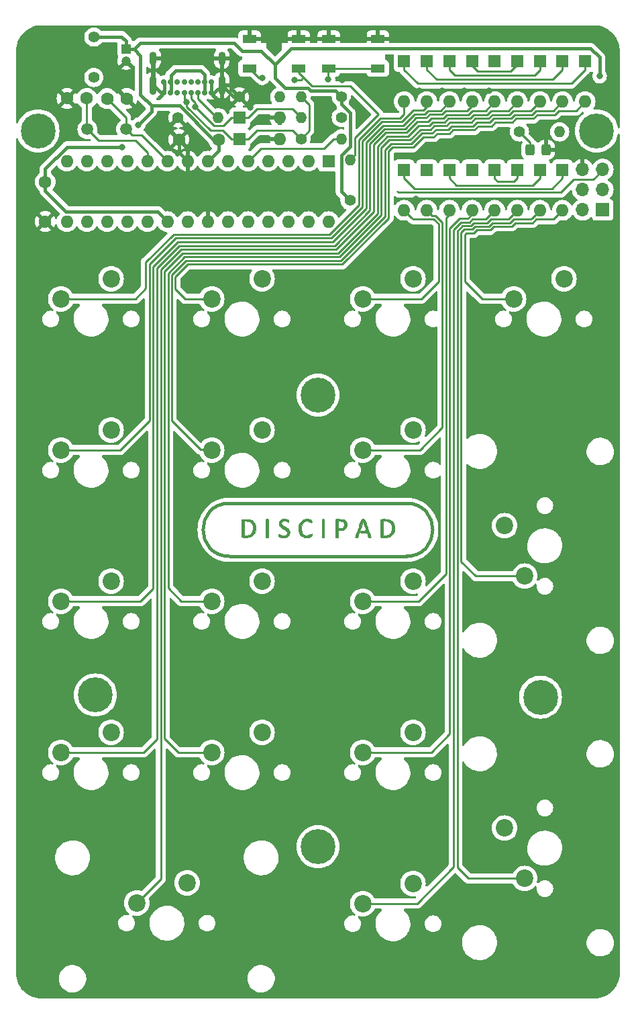
<source format=gbr>
G04 #@! TF.GenerationSoftware,KiCad,Pcbnew,7.0.7*
G04 #@! TF.CreationDate,2023-09-19T16:43:04+02:00*
G04 #@! TF.ProjectId,discipad-pcb,64697363-6970-4616-942d-7063622e6b69,rev?*
G04 #@! TF.SameCoordinates,Original*
G04 #@! TF.FileFunction,Copper,L1,Top*
G04 #@! TF.FilePolarity,Positive*
%FSLAX46Y46*%
G04 Gerber Fmt 4.6, Leading zero omitted, Abs format (unit mm)*
G04 Created by KiCad (PCBNEW 7.0.7) date 2023-09-19 16:43:04*
%MOMM*%
%LPD*%
G01*
G04 APERTURE LIST*
G04 Aperture macros list*
%AMRoundRect*
0 Rectangle with rounded corners*
0 $1 Rounding radius*
0 $2 $3 $4 $5 $6 $7 $8 $9 X,Y pos of 4 corners*
0 Add a 4 corners polygon primitive as box body*
4,1,4,$2,$3,$4,$5,$6,$7,$8,$9,$2,$3,0*
0 Add four circle primitives for the rounded corners*
1,1,$1+$1,$2,$3*
1,1,$1+$1,$4,$5*
1,1,$1+$1,$6,$7*
1,1,$1+$1,$8,$9*
0 Add four rect primitives between the rounded corners*
20,1,$1+$1,$2,$3,$4,$5,0*
20,1,$1+$1,$4,$5,$6,$7,0*
20,1,$1+$1,$6,$7,$8,$9,0*
20,1,$1+$1,$8,$9,$2,$3,0*%
G04 Aperture macros list end*
G04 #@! TA.AperFunction,EtchedComponent*
%ADD10C,0.400000*%
G04 #@! TD*
G04 #@! TA.AperFunction,EtchedComponent*
%ADD11C,0.010000*%
G04 #@! TD*
G04 #@! TA.AperFunction,ComponentPad*
%ADD12R,1.600000X1.600000*%
G04 #@! TD*
G04 #@! TA.AperFunction,ComponentPad*
%ADD13O,1.600000X1.600000*%
G04 #@! TD*
G04 #@! TA.AperFunction,ComponentPad*
%ADD14C,2.200000*%
G04 #@! TD*
G04 #@! TA.AperFunction,ComponentPad*
%ADD15C,4.400000*%
G04 #@! TD*
G04 #@! TA.AperFunction,ComponentPad*
%ADD16C,1.600000*%
G04 #@! TD*
G04 #@! TA.AperFunction,ComponentPad*
%ADD17R,1.200000X1.200000*%
G04 #@! TD*
G04 #@! TA.AperFunction,ComponentPad*
%ADD18C,1.200000*%
G04 #@! TD*
G04 #@! TA.AperFunction,ComponentPad*
%ADD19C,1.400000*%
G04 #@! TD*
G04 #@! TA.AperFunction,ComponentPad*
%ADD20O,1.400000X1.400000*%
G04 #@! TD*
G04 #@! TA.AperFunction,SMDPad,CuDef*
%ADD21R,1.800000X1.100000*%
G04 #@! TD*
G04 #@! TA.AperFunction,ComponentPad*
%ADD22C,0.700000*%
G04 #@! TD*
G04 #@! TA.AperFunction,ComponentPad*
%ADD23O,0.900000X1.700000*%
G04 #@! TD*
G04 #@! TA.AperFunction,ComponentPad*
%ADD24O,0.900000X2.400000*%
G04 #@! TD*
G04 #@! TA.AperFunction,ComponentPad*
%ADD25C,1.500000*%
G04 #@! TD*
G04 #@! TA.AperFunction,ComponentPad*
%ADD26R,1.700000X1.700000*%
G04 #@! TD*
G04 #@! TA.AperFunction,ComponentPad*
%ADD27O,1.700000X1.700000*%
G04 #@! TD*
G04 #@! TA.AperFunction,SMDPad,CuDef*
%ADD28RoundRect,0.250000X0.325000X0.450000X-0.325000X0.450000X-0.325000X-0.450000X0.325000X-0.450000X0*%
G04 #@! TD*
G04 #@! TA.AperFunction,ViaPad*
%ADD29C,0.800000*%
G04 #@! TD*
G04 #@! TA.AperFunction,Conductor*
%ADD30C,0.250000*%
G04 #@! TD*
G04 #@! TA.AperFunction,Conductor*
%ADD31C,0.400000*%
G04 #@! TD*
G04 APERTURE END LIST*
D10*
X132713559Y-75406019D02*
X154993559Y-75406019D01*
X132713559Y-82086019D02*
X154993559Y-82086019D01*
X132683559Y-75406019D02*
G75*
G03*
X132683559Y-82086019I0J-3340000D01*
G01*
X154983559Y-82086019D02*
G75*
G03*
X154983559Y-75406019I0J3340000D01*
G01*
D11*
X149627074Y-77390772D02*
X149651118Y-77398802D01*
X149673371Y-77412715D01*
X149696217Y-77438008D01*
X149722038Y-77480179D01*
X149753217Y-77544724D01*
X149792136Y-77637138D01*
X149841178Y-77762920D01*
X149902726Y-77927566D01*
X149979163Y-78136572D01*
X150072870Y-78395435D01*
X150124066Y-78537299D01*
X150213490Y-78786735D01*
X150295356Y-79018067D01*
X150367482Y-79224904D01*
X150427689Y-79400859D01*
X150473796Y-79539542D01*
X150503622Y-79634565D01*
X150514987Y-79679539D01*
X150514794Y-79682080D01*
X150478465Y-79695596D01*
X150401805Y-79703908D01*
X150352888Y-79705171D01*
X150204881Y-79705171D01*
X150099321Y-79404989D01*
X149993762Y-79104807D01*
X149513869Y-79096347D01*
X149033977Y-79087886D01*
X148930283Y-79388831D01*
X148826590Y-79689777D01*
X148680347Y-79699161D01*
X148588051Y-79700511D01*
X148543629Y-79687018D01*
X148534105Y-79662737D01*
X148544116Y-79627581D01*
X148572308Y-79542304D01*
X148615917Y-79414690D01*
X148672178Y-79252524D01*
X148738329Y-79063589D01*
X148811606Y-78855669D01*
X148818783Y-78835413D01*
X149119092Y-78835413D01*
X149147929Y-78838329D01*
X149226685Y-78840738D01*
X149343700Y-78842407D01*
X149487317Y-78843103D01*
X149503923Y-78843110D01*
X149651176Y-78840986D01*
X149771939Y-78835170D01*
X149854849Y-78826498D01*
X149888541Y-78815806D01*
X149888771Y-78814811D01*
X149879085Y-78778037D01*
X149852144Y-78692784D01*
X149811123Y-78568661D01*
X149759199Y-78415277D01*
X149699546Y-78242240D01*
X149699307Y-78241553D01*
X149509843Y-77696595D01*
X149314476Y-78262155D01*
X149254207Y-78436999D01*
X149201483Y-78590673D01*
X149159367Y-78714185D01*
X149130926Y-78798539D01*
X149119225Y-78834743D01*
X149119092Y-78835413D01*
X148818783Y-78835413D01*
X148889245Y-78636549D01*
X148968482Y-78414012D01*
X149046553Y-78195841D01*
X149120696Y-77989822D01*
X149188145Y-77803738D01*
X149246139Y-77645373D01*
X149291912Y-77522510D01*
X149318678Y-77452985D01*
X149365645Y-77409059D01*
X149451850Y-77382973D01*
X149556484Y-77378924D01*
X149627074Y-77390772D01*
G04 #@! TA.AperFunction,EtchedComponent*
G36*
X149627074Y-77390772D02*
G01*
X149651118Y-77398802D01*
X149673371Y-77412715D01*
X149696217Y-77438008D01*
X149722038Y-77480179D01*
X149753217Y-77544724D01*
X149792136Y-77637138D01*
X149841178Y-77762920D01*
X149902726Y-77927566D01*
X149979163Y-78136572D01*
X150072870Y-78395435D01*
X150124066Y-78537299D01*
X150213490Y-78786735D01*
X150295356Y-79018067D01*
X150367482Y-79224904D01*
X150427689Y-79400859D01*
X150473796Y-79539542D01*
X150503622Y-79634565D01*
X150514987Y-79679539D01*
X150514794Y-79682080D01*
X150478465Y-79695596D01*
X150401805Y-79703908D01*
X150352888Y-79705171D01*
X150204881Y-79705171D01*
X150099321Y-79404989D01*
X149993762Y-79104807D01*
X149513869Y-79096347D01*
X149033977Y-79087886D01*
X148930283Y-79388831D01*
X148826590Y-79689777D01*
X148680347Y-79699161D01*
X148588051Y-79700511D01*
X148543629Y-79687018D01*
X148534105Y-79662737D01*
X148544116Y-79627581D01*
X148572308Y-79542304D01*
X148615917Y-79414690D01*
X148672178Y-79252524D01*
X148738329Y-79063589D01*
X148811606Y-78855669D01*
X148818783Y-78835413D01*
X149119092Y-78835413D01*
X149147929Y-78838329D01*
X149226685Y-78840738D01*
X149343700Y-78842407D01*
X149487317Y-78843103D01*
X149503923Y-78843110D01*
X149651176Y-78840986D01*
X149771939Y-78835170D01*
X149854849Y-78826498D01*
X149888541Y-78815806D01*
X149888771Y-78814811D01*
X149879085Y-78778037D01*
X149852144Y-78692784D01*
X149811123Y-78568661D01*
X149759199Y-78415277D01*
X149699546Y-78242240D01*
X149699307Y-78241553D01*
X149509843Y-77696595D01*
X149314476Y-78262155D01*
X149254207Y-78436999D01*
X149201483Y-78590673D01*
X149159367Y-78714185D01*
X149130926Y-78798539D01*
X149119225Y-78834743D01*
X149119092Y-78835413D01*
X148818783Y-78835413D01*
X148889245Y-78636549D01*
X148968482Y-78414012D01*
X149046553Y-78195841D01*
X149120696Y-77989822D01*
X149188145Y-77803738D01*
X149246139Y-77645373D01*
X149291912Y-77522510D01*
X149318678Y-77452985D01*
X149365645Y-77409059D01*
X149451850Y-77382973D01*
X149556484Y-77378924D01*
X149627074Y-77390772D01*
G37*
G04 #@! TD.AperFunction*
X152426051Y-77400161D02*
X152610739Y-77414266D01*
X152760563Y-77441191D01*
X152888668Y-77483730D01*
X153008198Y-77544676D01*
X153067267Y-77581873D01*
X153212403Y-77707878D01*
X153337652Y-77872665D01*
X153426374Y-78053527D01*
X153437470Y-78086985D01*
X153453057Y-78169518D01*
X153465423Y-78295095D01*
X153473120Y-78445212D01*
X153474954Y-78566019D01*
X153473350Y-78725384D01*
X153467325Y-78840477D01*
X153454104Y-78928580D01*
X153430911Y-79006978D01*
X153394971Y-79092951D01*
X153387795Y-79108690D01*
X153258773Y-79322782D01*
X153090386Y-79489609D01*
X152883784Y-79608274D01*
X152662450Y-79673858D01*
X152563370Y-79686602D01*
X152423048Y-79696848D01*
X152261802Y-79703398D01*
X152131322Y-79705171D01*
X151976353Y-79704773D01*
X151871798Y-79702097D01*
X151806495Y-79694916D01*
X151769282Y-79681004D01*
X151748998Y-79658137D01*
X151735282Y-79626197D01*
X151726851Y-79573408D01*
X151719805Y-79469027D01*
X151714139Y-79322014D01*
X151709843Y-79141329D01*
X151706911Y-78935930D01*
X151705334Y-78714777D01*
X151705105Y-78486831D01*
X151706217Y-78261051D01*
X151708662Y-78046396D01*
X151712432Y-77851826D01*
X151717519Y-77686301D01*
X151719722Y-77642383D01*
X152043923Y-77642383D01*
X152043923Y-79468088D01*
X152313317Y-79448368D01*
X152452720Y-79435316D01*
X152583410Y-79418187D01*
X152682117Y-79400159D01*
X152700164Y-79395577D01*
X152854592Y-79321217D01*
X152981409Y-79196173D01*
X153077401Y-79026298D01*
X153139351Y-78817447D01*
X153164045Y-78575472D01*
X153164337Y-78550625D01*
X153144865Y-78289561D01*
X153083627Y-78073670D01*
X152979931Y-77902250D01*
X152833089Y-77774602D01*
X152642409Y-77690025D01*
X152407201Y-77647819D01*
X152269244Y-77642383D01*
X152043923Y-77642383D01*
X151719722Y-77642383D01*
X151723917Y-77558781D01*
X151731617Y-77478224D01*
X151737127Y-77455631D01*
X151754702Y-77431749D01*
X151784282Y-77415236D01*
X151836125Y-77404753D01*
X151920488Y-77398960D01*
X152047630Y-77396519D01*
X152193357Y-77396080D01*
X152426051Y-77400161D01*
G04 #@! TA.AperFunction,EtchedComponent*
G36*
X152426051Y-77400161D02*
G01*
X152610739Y-77414266D01*
X152760563Y-77441191D01*
X152888668Y-77483730D01*
X153008198Y-77544676D01*
X153067267Y-77581873D01*
X153212403Y-77707878D01*
X153337652Y-77872665D01*
X153426374Y-78053527D01*
X153437470Y-78086985D01*
X153453057Y-78169518D01*
X153465423Y-78295095D01*
X153473120Y-78445212D01*
X153474954Y-78566019D01*
X153473350Y-78725384D01*
X153467325Y-78840477D01*
X153454104Y-78928580D01*
X153430911Y-79006978D01*
X153394971Y-79092951D01*
X153387795Y-79108690D01*
X153258773Y-79322782D01*
X153090386Y-79489609D01*
X152883784Y-79608274D01*
X152662450Y-79673858D01*
X152563370Y-79686602D01*
X152423048Y-79696848D01*
X152261802Y-79703398D01*
X152131322Y-79705171D01*
X151976353Y-79704773D01*
X151871798Y-79702097D01*
X151806495Y-79694916D01*
X151769282Y-79681004D01*
X151748998Y-79658137D01*
X151735282Y-79626197D01*
X151726851Y-79573408D01*
X151719805Y-79469027D01*
X151714139Y-79322014D01*
X151709843Y-79141329D01*
X151706911Y-78935930D01*
X151705334Y-78714777D01*
X151705105Y-78486831D01*
X151706217Y-78261051D01*
X151708662Y-78046396D01*
X151712432Y-77851826D01*
X151717519Y-77686301D01*
X151719722Y-77642383D01*
X152043923Y-77642383D01*
X152043923Y-79468088D01*
X152313317Y-79448368D01*
X152452720Y-79435316D01*
X152583410Y-79418187D01*
X152682117Y-79400159D01*
X152700164Y-79395577D01*
X152854592Y-79321217D01*
X152981409Y-79196173D01*
X153077401Y-79026298D01*
X153139351Y-78817447D01*
X153164045Y-78575472D01*
X153164337Y-78550625D01*
X153144865Y-78289561D01*
X153083627Y-78073670D01*
X152979931Y-77902250D01*
X152833089Y-77774602D01*
X152642409Y-77690025D01*
X152407201Y-77647819D01*
X152269244Y-77642383D01*
X152043923Y-77642383D01*
X151719722Y-77642383D01*
X151723917Y-77558781D01*
X151731617Y-77478224D01*
X151737127Y-77455631D01*
X151754702Y-77431749D01*
X151784282Y-77415236D01*
X151836125Y-77404753D01*
X151920488Y-77398960D01*
X152047630Y-77396519D01*
X152193357Y-77396080D01*
X152426051Y-77400161D01*
G37*
G04 #@! TD.AperFunction*
X134651971Y-77399504D02*
X134748269Y-77401682D01*
X134971468Y-77410427D01*
X135145503Y-77425978D01*
X135282703Y-77451941D01*
X135395397Y-77491915D01*
X135495914Y-77549506D01*
X135596583Y-77628314D01*
X135632447Y-77660051D01*
X135776840Y-77830661D01*
X135881990Y-78041598D01*
X135945284Y-78283695D01*
X135964108Y-78547782D01*
X135946473Y-78761563D01*
X135885164Y-79029381D01*
X135786848Y-79248994D01*
X135649298Y-79423012D01*
X135470287Y-79554041D01*
X135247591Y-79644689D01*
X135176705Y-79663284D01*
X135071199Y-79681000D01*
X134934695Y-79693851D01*
X134780707Y-79701769D01*
X134622749Y-79704681D01*
X134474336Y-79702519D01*
X134348979Y-79695211D01*
X134260195Y-79682689D01*
X134223899Y-79668225D01*
X134213313Y-79639956D01*
X134204729Y-79575604D01*
X134198006Y-79470958D01*
X134197906Y-79467956D01*
X134494832Y-79467956D01*
X134792859Y-79447007D01*
X134961050Y-79429528D01*
X135106634Y-79403707D01*
X135210808Y-79372937D01*
X135216193Y-79370628D01*
X135377628Y-79266720D01*
X135501126Y-79116133D01*
X135585177Y-78921834D01*
X135628266Y-78686792D01*
X135633983Y-78550625D01*
X135612087Y-78289484D01*
X135546293Y-78071374D01*
X135436449Y-77895988D01*
X135282401Y-77763019D01*
X135221262Y-77728100D01*
X135129579Y-77691770D01*
X135013101Y-77667461D01*
X134856060Y-77652241D01*
X134795014Y-77648828D01*
X134494832Y-77634150D01*
X134494832Y-79467956D01*
X134197906Y-79467956D01*
X134193006Y-79321806D01*
X134189590Y-79123935D01*
X134187619Y-78873133D01*
X134186955Y-78565189D01*
X134186953Y-78548237D01*
X134187276Y-78255397D01*
X134188406Y-78018246D01*
X134190581Y-77830901D01*
X134194042Y-77687479D01*
X134199027Y-77582097D01*
X134205776Y-77508870D01*
X134214529Y-77461916D01*
X134225524Y-77435351D01*
X134232572Y-77427335D01*
X134272360Y-77411797D01*
X134351196Y-77402195D01*
X134475570Y-77398205D01*
X134651971Y-77399504D01*
G04 #@! TA.AperFunction,EtchedComponent*
G36*
X134651971Y-77399504D02*
G01*
X134748269Y-77401682D01*
X134971468Y-77410427D01*
X135145503Y-77425978D01*
X135282703Y-77451941D01*
X135395397Y-77491915D01*
X135495914Y-77549506D01*
X135596583Y-77628314D01*
X135632447Y-77660051D01*
X135776840Y-77830661D01*
X135881990Y-78041598D01*
X135945284Y-78283695D01*
X135964108Y-78547782D01*
X135946473Y-78761563D01*
X135885164Y-79029381D01*
X135786848Y-79248994D01*
X135649298Y-79423012D01*
X135470287Y-79554041D01*
X135247591Y-79644689D01*
X135176705Y-79663284D01*
X135071199Y-79681000D01*
X134934695Y-79693851D01*
X134780707Y-79701769D01*
X134622749Y-79704681D01*
X134474336Y-79702519D01*
X134348979Y-79695211D01*
X134260195Y-79682689D01*
X134223899Y-79668225D01*
X134213313Y-79639956D01*
X134204729Y-79575604D01*
X134198006Y-79470958D01*
X134197906Y-79467956D01*
X134494832Y-79467956D01*
X134792859Y-79447007D01*
X134961050Y-79429528D01*
X135106634Y-79403707D01*
X135210808Y-79372937D01*
X135216193Y-79370628D01*
X135377628Y-79266720D01*
X135501126Y-79116133D01*
X135585177Y-78921834D01*
X135628266Y-78686792D01*
X135633983Y-78550625D01*
X135612087Y-78289484D01*
X135546293Y-78071374D01*
X135436449Y-77895988D01*
X135282401Y-77763019D01*
X135221262Y-77728100D01*
X135129579Y-77691770D01*
X135013101Y-77667461D01*
X134856060Y-77652241D01*
X134795014Y-77648828D01*
X134494832Y-77634150D01*
X134494832Y-79467956D01*
X134197906Y-79467956D01*
X134193006Y-79321806D01*
X134189590Y-79123935D01*
X134187619Y-78873133D01*
X134186955Y-78565189D01*
X134186953Y-78548237D01*
X134187276Y-78255397D01*
X134188406Y-78018246D01*
X134190581Y-77830901D01*
X134194042Y-77687479D01*
X134199027Y-77582097D01*
X134205776Y-77508870D01*
X134214529Y-77461916D01*
X134225524Y-77435351D01*
X134232572Y-77427335D01*
X134272360Y-77411797D01*
X134351196Y-77402195D01*
X134475570Y-77398205D01*
X134651971Y-77399504D01*
G37*
G04 #@! TD.AperFunction*
X144553593Y-77398558D02*
X144624804Y-77425632D01*
X144616727Y-78557705D01*
X144608650Y-79689777D01*
X144462408Y-79699161D01*
X144316165Y-79708544D01*
X144316165Y-77403258D01*
X144399274Y-77387371D01*
X144490190Y-77385089D01*
X144553593Y-77398558D01*
G04 #@! TA.AperFunction,EtchedComponent*
G36*
X144553593Y-77398558D02*
G01*
X144624804Y-77425632D01*
X144616727Y-78557705D01*
X144608650Y-79689777D01*
X144462408Y-79699161D01*
X144316165Y-79708544D01*
X144316165Y-77403258D01*
X144399274Y-77387371D01*
X144490190Y-77385089D01*
X144553593Y-77398558D01*
G37*
G04 #@! TD.AperFunction*
X137497021Y-77388615D02*
X137574362Y-77403400D01*
X137566294Y-78546588D01*
X137558226Y-79689777D01*
X137411983Y-79699161D01*
X137265741Y-79708544D01*
X137265741Y-77403258D01*
X137342711Y-77388544D01*
X137436888Y-77382758D01*
X137497021Y-77388615D01*
G04 #@! TA.AperFunction,EtchedComponent*
G36*
X137497021Y-77388615D02*
G01*
X137574362Y-77403400D01*
X137566294Y-78546588D01*
X137558226Y-79689777D01*
X137411983Y-79699161D01*
X137265741Y-79708544D01*
X137265741Y-77403258D01*
X137342711Y-77388544D01*
X137436888Y-77382758D01*
X137497021Y-77388615D01*
G37*
G04 #@! TD.AperFunction*
X146754301Y-77404113D02*
X146959200Y-77430214D01*
X147119943Y-77477390D01*
X147244305Y-77548644D01*
X147340058Y-77646982D01*
X147400178Y-77744988D01*
X147448436Y-77891210D01*
X147466767Y-78064874D01*
X147454785Y-78239483D01*
X147412101Y-78388540D01*
X147409673Y-78393759D01*
X147299090Y-78564555D01*
X147149978Y-78689999D01*
X146960363Y-78771143D01*
X146728270Y-78809038D01*
X146624224Y-78812322D01*
X146387857Y-78812322D01*
X146368230Y-79020140D01*
X146358029Y-79162583D01*
X146350852Y-79328349D01*
X146348384Y-79466565D01*
X146348165Y-79705171D01*
X146214751Y-79705171D01*
X146128356Y-79700804D01*
X146070365Y-79689841D01*
X146060812Y-79684645D01*
X146054435Y-79648295D01*
X146049280Y-79558964D01*
X146045309Y-79425236D01*
X146042485Y-79255693D01*
X146040772Y-79058917D01*
X146040132Y-78843492D01*
X146040529Y-78618000D01*
X146041925Y-78391023D01*
X146044284Y-78171145D01*
X146047570Y-77966947D01*
X146051744Y-77787013D01*
X146056686Y-77642383D01*
X146378953Y-77642383D01*
X146378953Y-78566019D01*
X146586771Y-78565971D01*
X146768907Y-78552298D01*
X146900159Y-78512092D01*
X147021545Y-78429282D01*
X147095527Y-78323085D01*
X147128760Y-78181514D01*
X147132178Y-78094141D01*
X147117267Y-77932880D01*
X147070429Y-77816613D01*
X146985312Y-77734325D01*
X146899894Y-77691175D01*
X146800556Y-77664445D01*
X146672146Y-77646759D01*
X146578451Y-77642383D01*
X146378953Y-77642383D01*
X146056686Y-77642383D01*
X146056770Y-77639925D01*
X146062612Y-77534266D01*
X146069231Y-77478618D01*
X146070312Y-77475054D01*
X146100338Y-77396080D01*
X146497472Y-77396080D01*
X146754301Y-77404113D01*
G04 #@! TA.AperFunction,EtchedComponent*
G36*
X146754301Y-77404113D02*
G01*
X146959200Y-77430214D01*
X147119943Y-77477390D01*
X147244305Y-77548644D01*
X147340058Y-77646982D01*
X147400178Y-77744988D01*
X147448436Y-77891210D01*
X147466767Y-78064874D01*
X147454785Y-78239483D01*
X147412101Y-78388540D01*
X147409673Y-78393759D01*
X147299090Y-78564555D01*
X147149978Y-78689999D01*
X146960363Y-78771143D01*
X146728270Y-78809038D01*
X146624224Y-78812322D01*
X146387857Y-78812322D01*
X146368230Y-79020140D01*
X146358029Y-79162583D01*
X146350852Y-79328349D01*
X146348384Y-79466565D01*
X146348165Y-79705171D01*
X146214751Y-79705171D01*
X146128356Y-79700804D01*
X146070365Y-79689841D01*
X146060812Y-79684645D01*
X146054435Y-79648295D01*
X146049280Y-79558964D01*
X146045309Y-79425236D01*
X146042485Y-79255693D01*
X146040772Y-79058917D01*
X146040132Y-78843492D01*
X146040529Y-78618000D01*
X146041925Y-78391023D01*
X146044284Y-78171145D01*
X146047570Y-77966947D01*
X146051744Y-77787013D01*
X146056686Y-77642383D01*
X146378953Y-77642383D01*
X146378953Y-78566019D01*
X146586771Y-78565971D01*
X146768907Y-78552298D01*
X146900159Y-78512092D01*
X147021545Y-78429282D01*
X147095527Y-78323085D01*
X147128760Y-78181514D01*
X147132178Y-78094141D01*
X147117267Y-77932880D01*
X147070429Y-77816613D01*
X146985312Y-77734325D01*
X146899894Y-77691175D01*
X146800556Y-77664445D01*
X146672146Y-77646759D01*
X146578451Y-77642383D01*
X146378953Y-77642383D01*
X146056686Y-77642383D01*
X146056770Y-77639925D01*
X146062612Y-77534266D01*
X146069231Y-77478618D01*
X146070312Y-77475054D01*
X146100338Y-77396080D01*
X146497472Y-77396080D01*
X146754301Y-77404113D01*
G37*
G04 #@! TD.AperFunction*
X139670907Y-77374276D02*
X139845860Y-77401340D01*
X139990423Y-77449818D01*
X139998165Y-77453668D01*
X140078158Y-77499261D01*
X140116541Y-77542488D01*
X140128356Y-77605116D01*
X140129014Y-77643008D01*
X140122265Y-77722314D01*
X140095761Y-77759486D01*
X140040111Y-77756771D01*
X139945926Y-77716421D01*
X139906750Y-77696262D01*
X139784868Y-77648315D01*
X139643765Y-77628437D01*
X139580003Y-77626989D01*
X139470049Y-77629606D01*
X139399989Y-77642548D01*
X139348204Y-77673448D01*
X139295216Y-77727535D01*
X139219541Y-77840986D01*
X139199908Y-77951298D01*
X139237398Y-78060373D01*
X139333090Y-78170110D01*
X139488063Y-78282409D01*
X139666498Y-78380942D01*
X139850556Y-78477526D01*
X139986334Y-78560352D01*
X140083240Y-78637190D01*
X140150683Y-78715809D01*
X140198073Y-78803980D01*
X140207650Y-78827795D01*
X140250671Y-79019484D01*
X140237336Y-79207462D01*
X140171683Y-79380958D01*
X140057747Y-79529202D01*
X139903478Y-79639425D01*
X139732985Y-79699957D01*
X139532764Y-79728695D01*
X139326545Y-79724410D01*
X139138052Y-79685875D01*
X139120639Y-79679930D01*
X138977873Y-79618898D01*
X138888464Y-79553537D01*
X138844287Y-79476135D01*
X138835923Y-79409731D01*
X138843359Y-79335549D01*
X138861407Y-79292964D01*
X138862887Y-79291898D01*
X138902305Y-79296063D01*
X138979018Y-79323230D01*
X139070705Y-79364794D01*
X139187287Y-79413738D01*
X139303215Y-79448387D01*
X139374711Y-79459594D01*
X139521342Y-79463347D01*
X139623510Y-79457048D01*
X139698034Y-79436635D01*
X139761735Y-79398044D01*
X139813890Y-79353476D01*
X139885442Y-79279701D01*
X139919358Y-79213941D01*
X139928641Y-79129178D01*
X139928716Y-79114870D01*
X139919514Y-79017639D01*
X139887095Y-78934975D01*
X139823812Y-78858876D01*
X139722018Y-78781343D01*
X139574067Y-78694376D01*
X139478545Y-78643901D01*
X139260963Y-78520587D01*
X139099222Y-78403038D01*
X138988396Y-78287078D01*
X138926224Y-78175746D01*
X138902134Y-78058599D01*
X138900739Y-77916333D01*
X138921131Y-77780700D01*
X138939094Y-77725580D01*
X139015197Y-77607429D01*
X139131539Y-77499269D01*
X139267238Y-77418556D01*
X139335822Y-77393947D01*
X139492063Y-77371015D01*
X139670907Y-77374276D01*
G04 #@! TA.AperFunction,EtchedComponent*
G36*
X139670907Y-77374276D02*
G01*
X139845860Y-77401340D01*
X139990423Y-77449818D01*
X139998165Y-77453668D01*
X140078158Y-77499261D01*
X140116541Y-77542488D01*
X140128356Y-77605116D01*
X140129014Y-77643008D01*
X140122265Y-77722314D01*
X140095761Y-77759486D01*
X140040111Y-77756771D01*
X139945926Y-77716421D01*
X139906750Y-77696262D01*
X139784868Y-77648315D01*
X139643765Y-77628437D01*
X139580003Y-77626989D01*
X139470049Y-77629606D01*
X139399989Y-77642548D01*
X139348204Y-77673448D01*
X139295216Y-77727535D01*
X139219541Y-77840986D01*
X139199908Y-77951298D01*
X139237398Y-78060373D01*
X139333090Y-78170110D01*
X139488063Y-78282409D01*
X139666498Y-78380942D01*
X139850556Y-78477526D01*
X139986334Y-78560352D01*
X140083240Y-78637190D01*
X140150683Y-78715809D01*
X140198073Y-78803980D01*
X140207650Y-78827795D01*
X140250671Y-79019484D01*
X140237336Y-79207462D01*
X140171683Y-79380958D01*
X140057747Y-79529202D01*
X139903478Y-79639425D01*
X139732985Y-79699957D01*
X139532764Y-79728695D01*
X139326545Y-79724410D01*
X139138052Y-79685875D01*
X139120639Y-79679930D01*
X138977873Y-79618898D01*
X138888464Y-79553537D01*
X138844287Y-79476135D01*
X138835923Y-79409731D01*
X138843359Y-79335549D01*
X138861407Y-79292964D01*
X138862887Y-79291898D01*
X138902305Y-79296063D01*
X138979018Y-79323230D01*
X139070705Y-79364794D01*
X139187287Y-79413738D01*
X139303215Y-79448387D01*
X139374711Y-79459594D01*
X139521342Y-79463347D01*
X139623510Y-79457048D01*
X139698034Y-79436635D01*
X139761735Y-79398044D01*
X139813890Y-79353476D01*
X139885442Y-79279701D01*
X139919358Y-79213941D01*
X139928641Y-79129178D01*
X139928716Y-79114870D01*
X139919514Y-79017639D01*
X139887095Y-78934975D01*
X139823812Y-78858876D01*
X139722018Y-78781343D01*
X139574067Y-78694376D01*
X139478545Y-78643901D01*
X139260963Y-78520587D01*
X139099222Y-78403038D01*
X138988396Y-78287078D01*
X138926224Y-78175746D01*
X138902134Y-78058599D01*
X138900739Y-77916333D01*
X138921131Y-77780700D01*
X138939094Y-77725580D01*
X139015197Y-77607429D01*
X139131539Y-77499269D01*
X139267238Y-77418556D01*
X139335822Y-77393947D01*
X139492063Y-77371015D01*
X139670907Y-77374276D01*
G37*
G04 #@! TD.AperFunction*
X142533601Y-77383592D02*
X142635915Y-77392905D01*
X142720984Y-77414284D01*
X142810930Y-77452093D01*
X142853741Y-77473049D01*
X142953007Y-77525186D01*
X143009508Y-77566147D01*
X143036481Y-77610352D01*
X143047166Y-77672220D01*
X143048266Y-77684925D01*
X143048619Y-77781078D01*
X143025298Y-77828234D01*
X142971599Y-77828830D01*
X142880823Y-77785304D01*
X142839997Y-77760686D01*
X142670941Y-77684604D01*
X142480587Y-77645656D01*
X142292527Y-77647045D01*
X142181926Y-77671350D01*
X142059050Y-77739137D01*
X141941317Y-77852071D01*
X141842156Y-77994283D01*
X141774992Y-78149903D01*
X141773924Y-78153538D01*
X141740024Y-78330524D01*
X141729119Y-78532847D01*
X141739980Y-78740254D01*
X141771378Y-78932493D01*
X141822085Y-79089310D01*
X141831929Y-79109802D01*
X141944717Y-79270178D01*
X142090966Y-79382224D01*
X142264180Y-79444463D01*
X142457863Y-79455417D01*
X142665519Y-79413607D01*
X142840825Y-79339357D01*
X142936717Y-79292096D01*
X143009633Y-79261771D01*
X143044490Y-79254616D01*
X143044976Y-79254992D01*
X143055535Y-79292722D01*
X143062431Y-79366546D01*
X143063033Y-79382653D01*
X143052010Y-79476798D01*
X143004497Y-79542118D01*
X142990774Y-79553241D01*
X142842689Y-79635506D01*
X142656830Y-79692664D01*
X142452731Y-79722122D01*
X142249931Y-79721290D01*
X142067965Y-79687574D01*
X142042422Y-79679074D01*
X141836067Y-79580919D01*
X141675133Y-79447094D01*
X141552405Y-79270206D01*
X141480743Y-79103849D01*
X141412968Y-78838979D01*
X141391228Y-78571754D01*
X141412955Y-78310989D01*
X141475583Y-78065498D01*
X141576545Y-77844095D01*
X141713273Y-77655596D01*
X141883200Y-77508815D01*
X141958121Y-77464674D01*
X142046045Y-77423652D01*
X142129380Y-77398885D01*
X142229064Y-77386384D01*
X142366035Y-77382156D01*
X142391923Y-77381985D01*
X142533601Y-77383592D01*
G04 #@! TA.AperFunction,EtchedComponent*
G36*
X142533601Y-77383592D02*
G01*
X142635915Y-77392905D01*
X142720984Y-77414284D01*
X142810930Y-77452093D01*
X142853741Y-77473049D01*
X142953007Y-77525186D01*
X143009508Y-77566147D01*
X143036481Y-77610352D01*
X143047166Y-77672220D01*
X143048266Y-77684925D01*
X143048619Y-77781078D01*
X143025298Y-77828234D01*
X142971599Y-77828830D01*
X142880823Y-77785304D01*
X142839997Y-77760686D01*
X142670941Y-77684604D01*
X142480587Y-77645656D01*
X142292527Y-77647045D01*
X142181926Y-77671350D01*
X142059050Y-77739137D01*
X141941317Y-77852071D01*
X141842156Y-77994283D01*
X141774992Y-78149903D01*
X141773924Y-78153538D01*
X141740024Y-78330524D01*
X141729119Y-78532847D01*
X141739980Y-78740254D01*
X141771378Y-78932493D01*
X141822085Y-79089310D01*
X141831929Y-79109802D01*
X141944717Y-79270178D01*
X142090966Y-79382224D01*
X142264180Y-79444463D01*
X142457863Y-79455417D01*
X142665519Y-79413607D01*
X142840825Y-79339357D01*
X142936717Y-79292096D01*
X143009633Y-79261771D01*
X143044490Y-79254616D01*
X143044976Y-79254992D01*
X143055535Y-79292722D01*
X143062431Y-79366546D01*
X143063033Y-79382653D01*
X143052010Y-79476798D01*
X143004497Y-79542118D01*
X142990774Y-79553241D01*
X142842689Y-79635506D01*
X142656830Y-79692664D01*
X142452731Y-79722122D01*
X142249931Y-79721290D01*
X142067965Y-79687574D01*
X142042422Y-79679074D01*
X141836067Y-79580919D01*
X141675133Y-79447094D01*
X141552405Y-79270206D01*
X141480743Y-79103849D01*
X141412968Y-78838979D01*
X141391228Y-78571754D01*
X141412955Y-78310989D01*
X141475583Y-78065498D01*
X141576545Y-77844095D01*
X141713273Y-77655596D01*
X141883200Y-77508815D01*
X141958121Y-77464674D01*
X142046045Y-77423652D01*
X142129380Y-77398885D01*
X142229064Y-77386384D01*
X142366035Y-77382156D01*
X142391923Y-77381985D01*
X142533601Y-77383592D01*
G37*
G04 #@! TD.AperFunction*
D12*
X154716461Y-19727330D03*
D13*
X154716461Y-24807330D03*
D12*
X177550923Y-19727330D03*
D13*
X177550923Y-24807330D03*
D12*
X154716461Y-33408743D03*
D13*
X154716461Y-38488743D03*
D12*
X174696610Y-33408743D03*
D13*
X174696610Y-38488743D03*
D12*
X157570767Y-19727330D03*
D13*
X157570767Y-24807330D03*
D12*
X174696610Y-19727330D03*
D13*
X174696610Y-24807330D03*
D12*
X157570767Y-33408743D03*
D13*
X157570767Y-38488743D03*
D12*
X160425073Y-19727330D03*
D13*
X160425073Y-24807330D03*
D12*
X171842297Y-19727330D03*
D13*
X171842297Y-24807330D03*
D12*
X160425073Y-33408743D03*
D13*
X160425073Y-38488743D03*
D12*
X171842297Y-33408743D03*
D13*
X171842297Y-38488743D03*
D12*
X163279379Y-19727330D03*
D13*
X163279379Y-24807330D03*
D12*
X168987991Y-19727330D03*
D13*
X168987991Y-24807330D03*
D12*
X163279379Y-33408743D03*
D13*
X163279379Y-38488743D03*
D12*
X166133685Y-19727330D03*
D13*
X166133685Y-24807330D03*
D12*
X166133685Y-33408743D03*
D13*
X166133685Y-38488743D03*
D12*
X168987991Y-33408743D03*
D13*
X168987991Y-38488743D03*
D14*
X117729000Y-47117000D03*
X111379000Y-49657000D03*
X136779000Y-47117000D03*
X130429000Y-49657000D03*
X155829000Y-47117000D03*
X149479000Y-49657000D03*
X174879000Y-47117000D03*
X168529000Y-49657000D03*
X117729000Y-66167000D03*
X111379000Y-68707000D03*
X136779000Y-66167000D03*
X130429000Y-68707000D03*
X155829000Y-66167000D03*
X149479000Y-68707000D03*
X167386000Y-78232000D03*
X169926000Y-84582000D03*
X117729000Y-85217000D03*
X111379000Y-87757000D03*
X136779000Y-85217000D03*
X130429000Y-87757000D03*
X155829000Y-85217000D03*
X149479000Y-87757000D03*
X117729000Y-104267000D03*
X111379000Y-106807000D03*
X136779000Y-104267000D03*
X130429000Y-106807000D03*
X155829000Y-104267000D03*
X149479000Y-106807000D03*
X167386000Y-116332000D03*
X169926000Y-122682000D03*
X155829000Y-123317000D03*
X149479000Y-125857000D03*
X127306000Y-123242000D03*
X120956000Y-125782000D03*
D15*
X108503031Y-28475773D03*
X179001130Y-28475773D03*
X143833559Y-61784261D03*
X171914575Y-99841686D03*
X115752543Y-99566685D03*
X143833559Y-118686673D03*
D16*
X117219101Y-24409709D03*
X119719101Y-24409709D03*
X114664393Y-24392211D03*
X112164393Y-24392211D03*
D17*
X119633825Y-18180421D03*
D18*
X119633825Y-19680421D03*
D16*
X131287493Y-29571619D03*
X126287493Y-29571619D03*
X109414993Y-34908509D03*
X109414993Y-39908509D03*
D12*
X133974831Y-29536623D03*
D13*
X139054831Y-29536623D03*
D12*
X133974831Y-26841931D03*
D13*
X139054831Y-26841931D03*
D19*
X115552493Y-16652493D03*
X115552493Y-21752493D03*
X146783959Y-24147239D03*
D20*
X141703959Y-24147239D03*
D19*
X126178077Y-26841931D03*
D20*
X131258077Y-26841931D03*
D19*
X133929691Y-24199733D03*
D20*
X139009691Y-24199733D03*
D19*
X141703959Y-29484129D03*
D20*
X146783959Y-29484129D03*
D19*
X146783959Y-26771939D03*
D20*
X141703959Y-26771939D03*
D19*
X147875597Y-37235743D03*
D20*
X147875597Y-32155743D03*
D21*
X135202493Y-16902493D03*
X141402493Y-16902493D03*
X141402493Y-20602493D03*
X135202493Y-20602493D03*
D12*
X145163407Y-32301307D03*
D13*
X142623407Y-32301307D03*
X140083407Y-32301307D03*
X137543407Y-32301307D03*
X135003407Y-32301307D03*
X132463407Y-32301307D03*
X129923407Y-32301307D03*
X127383407Y-32301307D03*
X124843407Y-32301307D03*
X122303407Y-32301307D03*
X119763407Y-32301307D03*
X117223407Y-32301307D03*
X114683407Y-32301307D03*
X112143407Y-32301307D03*
X112143407Y-39921307D03*
X114683407Y-39921307D03*
X117223407Y-39921307D03*
X119763407Y-39921307D03*
X122303407Y-39921307D03*
X124843407Y-39921307D03*
X127383407Y-39921307D03*
X129923407Y-39921307D03*
X132463407Y-39921307D03*
X135003407Y-39921307D03*
X137543407Y-39921307D03*
X140083407Y-39921307D03*
X142623407Y-39921307D03*
X145163407Y-39921307D03*
D22*
X130352493Y-23702493D03*
X129502493Y-23702493D03*
X128652493Y-23702493D03*
X127802493Y-23702493D03*
X126952493Y-23702493D03*
X126102493Y-23702493D03*
X125252493Y-23702493D03*
X124402493Y-23702493D03*
X124402493Y-22352493D03*
X125252493Y-22352493D03*
X126102493Y-22352493D03*
X126952493Y-22352493D03*
X127802493Y-22352493D03*
X128652493Y-22352493D03*
X129502493Y-22352493D03*
X130352493Y-22352493D03*
D23*
X131702493Y-19342493D03*
X123052493Y-19342493D03*
D24*
X123052493Y-22722493D03*
X131702493Y-22722493D03*
D25*
X119616327Y-28276767D03*
X114736327Y-28276767D03*
D21*
X151402493Y-16902493D03*
X145202493Y-16902493D03*
X151402493Y-20602493D03*
X145202493Y-20602493D03*
D26*
X179777493Y-38427493D03*
D27*
X177237493Y-38427493D03*
X179777493Y-35887493D03*
X177237493Y-35887493D03*
X179777493Y-33347493D03*
X177237493Y-33347493D03*
D28*
X172627493Y-30852493D03*
X170577493Y-30852493D03*
D19*
X169262493Y-28602493D03*
D20*
X174342493Y-28602493D03*
D29*
X136006871Y-22748763D03*
X180159407Y-31548893D03*
X116991627Y-26754441D03*
X156210272Y-37036251D03*
X162609876Y-31604029D03*
X127612913Y-36920779D03*
X165549229Y-31604029D03*
X154275508Y-31604029D03*
X146895709Y-22047479D03*
X154157379Y-40735343D03*
X159744937Y-31604029D03*
X134664607Y-36868285D03*
X138202084Y-16693091D03*
X108085145Y-18950333D03*
X145758339Y-25424593D03*
X148138067Y-16693091D03*
X162312220Y-23381282D03*
X135259539Y-25512083D03*
X148138067Y-24794665D03*
X165437608Y-23381282D03*
X170780479Y-16693091D03*
X124552493Y-16302493D03*
X159484488Y-23381282D03*
X170010567Y-63727715D03*
X156917205Y-31604029D03*
X156656756Y-23381282D03*
X121153844Y-27716304D03*
X179389495Y-21592531D03*
X119159110Y-30498433D03*
X136802493Y-21802493D03*
X140902493Y-22052493D03*
X127269933Y-24871903D03*
X128350138Y-25492473D03*
X145102493Y-21952493D03*
D30*
X153999897Y-36238357D02*
X153859913Y-36098373D01*
X176135915Y-34627493D02*
X174525051Y-36238357D01*
X174525051Y-36238357D02*
X153999897Y-36238357D01*
X176602493Y-34627493D02*
X176135915Y-34627493D01*
X178575491Y-34627493D02*
X179819591Y-33383393D01*
X176448244Y-34627493D02*
X178575491Y-34627493D01*
X154716461Y-34458743D02*
X156041127Y-35783409D01*
X156449023Y-22509892D02*
X154716461Y-20777330D01*
X177550923Y-19727330D02*
X177550923Y-20777330D01*
X177550923Y-20777330D02*
X175818361Y-22509892D01*
X154716461Y-20777330D02*
X154716461Y-19727330D01*
X174696610Y-34458743D02*
X174696610Y-33408743D01*
X175818361Y-22509892D02*
X156449023Y-22509892D01*
X173371944Y-35783409D02*
X174696610Y-34458743D01*
X154716461Y-33408743D02*
X154716461Y-34458743D01*
X156041127Y-35783409D02*
X173371944Y-35783409D01*
X154716461Y-26352841D02*
X154209873Y-26859429D01*
X122098718Y-48339914D02*
X120781632Y-49657000D01*
X122098718Y-46666277D02*
X122098718Y-45091487D01*
X154716461Y-25807330D02*
X154716461Y-26352841D01*
X122098718Y-46193840D02*
X122098718Y-46351319D01*
X125615749Y-41521963D02*
X122098718Y-45038994D01*
X122098718Y-45038994D02*
X122098718Y-47191207D01*
X122098718Y-46351319D02*
X122098718Y-46666277D01*
X154716461Y-25807330D02*
X154716461Y-24807330D01*
X154209873Y-26859429D02*
X151683678Y-26859429D01*
X145300624Y-41521963D02*
X125615749Y-41521963D01*
X120781632Y-49657000D02*
X119933447Y-49657000D01*
X119933447Y-49657000D02*
X111379000Y-49657000D01*
X122098718Y-47191207D02*
X122098718Y-48339914D01*
X148975134Y-29567973D02*
X148975134Y-37847453D01*
X122098718Y-46666277D02*
X122098718Y-47191207D01*
X151683678Y-26859429D02*
X148975134Y-29567973D01*
X148975134Y-37847453D02*
X145300624Y-41521963D01*
X158798060Y-22004623D02*
X157570767Y-20777330D01*
X174696610Y-19727330D02*
X174696610Y-20777330D01*
X174696610Y-20777330D02*
X173469317Y-22004623D01*
X173469317Y-22004623D02*
X158798060Y-22004623D01*
X157570767Y-20777330D02*
X157570767Y-19727330D01*
X163577258Y-28367020D02*
X164060949Y-27883329D01*
X171539556Y-26432256D02*
X173734769Y-26432256D01*
X125825721Y-48398546D02*
X125825721Y-46876249D01*
X160861147Y-28367020D02*
X163577258Y-28367020D01*
X146927907Y-45301459D02*
X152754630Y-39474736D01*
X153278979Y-30551507D02*
X155848928Y-30551507D01*
X127400511Y-45301459D02*
X146927907Y-45301459D01*
X157140447Y-29259988D02*
X158442692Y-29259988D01*
X152754630Y-32808749D02*
X152754630Y-32759164D01*
X168376961Y-27399638D02*
X168860652Y-26915947D01*
X166218955Y-27399638D02*
X168376961Y-27399638D01*
X173734769Y-26432256D02*
X174218460Y-25948565D01*
X174218460Y-25948565D02*
X176409688Y-25948565D01*
X155848928Y-30551507D02*
X157140447Y-29259988D01*
X176409688Y-25948565D02*
X177550923Y-24807330D01*
X152754630Y-31075856D02*
X153278979Y-30551507D01*
X125825721Y-46876249D02*
X127400511Y-45301459D01*
X165735264Y-27883329D02*
X166218955Y-27399638D01*
X130429000Y-49657000D02*
X127084175Y-49657000D01*
X152754630Y-32808749D02*
X152754630Y-31075856D01*
X164060949Y-27883329D02*
X165735264Y-27883329D01*
X171055865Y-26915947D02*
X171539556Y-26432256D01*
X160414663Y-28813504D02*
X160861147Y-28367020D01*
X168860652Y-26915947D02*
X171055865Y-26915947D01*
X127084175Y-49657000D02*
X125825721Y-48398546D01*
X152754630Y-39474736D02*
X152754630Y-32808749D01*
X158442692Y-29259988D02*
X158889176Y-28813504D01*
X158889176Y-28813504D02*
X160414663Y-28813504D01*
X171842297Y-19727330D02*
X171842297Y-20777330D01*
X170972579Y-35328461D02*
X171842297Y-34458743D01*
X160425073Y-20777330D02*
X160425073Y-19727330D01*
X171167486Y-21452141D02*
X161099884Y-21452141D01*
X161294791Y-35328461D02*
X170972579Y-35328461D01*
X171842297Y-34458743D02*
X171842297Y-33408743D01*
X161099884Y-21452141D02*
X160425073Y-20777330D01*
X171842297Y-20777330D02*
X171167486Y-21452141D01*
X160425073Y-34458743D02*
X161294791Y-35328461D01*
X160425073Y-33408743D02*
X160425073Y-34458743D01*
X149479000Y-49657000D02*
X156850462Y-49657000D01*
X155843189Y-39615471D02*
X155633213Y-39405495D01*
X159053790Y-40224872D02*
X158444389Y-39615471D01*
X159053790Y-47453672D02*
X159053790Y-40224872D01*
X155633213Y-39405495D02*
X154716461Y-38488743D01*
X158444389Y-39615471D02*
X155843189Y-39615471D01*
X156850462Y-49657000D02*
X159053790Y-47453672D01*
X168529000Y-49657000D02*
X164564177Y-49657000D01*
X163868769Y-40980315D02*
X165566075Y-40980315D01*
X166965915Y-40515491D02*
X168270643Y-40515491D01*
X168270643Y-40515491D02*
X168715715Y-40070419D01*
X162591415Y-41347773D02*
X163501311Y-41347773D01*
X162360849Y-47453672D02*
X162360849Y-41578339D01*
X166037381Y-40515491D02*
X166965915Y-40515491D01*
X164564177Y-49657000D02*
X162360849Y-47453672D01*
X162360849Y-41578339D02*
X162591415Y-41347773D01*
X171375411Y-39615471D02*
X173569882Y-39615471D01*
X168529000Y-49657000D02*
X166973366Y-49657000D01*
X173569882Y-39615471D02*
X174696610Y-38488743D01*
X170920463Y-40070419D02*
X171375411Y-39615471D01*
X165571012Y-40975378D02*
X165577495Y-40975377D01*
X166965915Y-40515491D02*
X167183513Y-40515491D01*
X165566075Y-40980315D02*
X165571012Y-40975378D01*
X163501311Y-41347773D02*
X163868769Y-40980315D01*
X165577495Y-40975377D02*
X166037381Y-40515491D01*
X168715715Y-40070419D02*
X170920463Y-40070419D01*
X163965584Y-20941876D02*
X163279379Y-20255671D01*
X168987991Y-20128555D02*
X168174670Y-20941876D01*
X163279379Y-20255671D02*
X163279379Y-19727330D01*
X168174670Y-20941876D02*
X163965584Y-20941876D01*
X168987991Y-19727330D02*
X168987991Y-20128555D01*
X166133685Y-34513729D02*
X166133685Y-33408743D01*
X168987991Y-34458743D02*
X168573221Y-34873513D01*
X168987991Y-33408743D02*
X168987991Y-34458743D01*
X168573221Y-34873513D02*
X166493469Y-34873513D01*
X166493469Y-34873513D02*
X166133685Y-34513729D01*
X122590987Y-65005069D02*
X118889056Y-68707000D01*
X145510596Y-41994400D02*
X125878214Y-41994400D01*
X149447572Y-29744047D02*
X149447571Y-38057425D01*
X157570767Y-25443831D02*
X157103240Y-25911358D01*
X117849029Y-68707000D02*
X111379000Y-68707000D01*
X154437347Y-27331875D02*
X151859744Y-27331875D01*
X122590987Y-45284823D02*
X122590987Y-65005069D01*
X157103240Y-25911358D02*
X155857864Y-25911358D01*
X151859744Y-27331875D02*
X149447572Y-29744047D01*
X125878214Y-41997596D02*
X122590987Y-45284823D01*
X118731574Y-68707000D02*
X118286479Y-68707000D01*
X125878214Y-41994400D02*
X125878214Y-41997596D01*
X118286479Y-68707000D02*
X117849029Y-68707000D01*
X149447571Y-38057425D02*
X145510596Y-41994400D01*
X118889056Y-68707000D02*
X118286479Y-68707000D01*
X155857864Y-25911358D02*
X154437347Y-27331875D01*
X157570767Y-24807330D02*
X157570767Y-25443831D01*
X155641588Y-30089121D02*
X153058956Y-30089121D01*
X168674617Y-26432256D02*
X168190926Y-26915947D01*
X166032920Y-26915947D02*
X165549229Y-27399638D01*
X163874914Y-27399638D02*
X163391223Y-27883329D01*
X170869830Y-26432256D02*
X168674617Y-26432256D01*
X158703141Y-28329813D02*
X158256657Y-28776297D01*
X146724429Y-44829022D02*
X127190539Y-44829022D01*
X168190926Y-26915947D02*
X166032920Y-26915947D01*
X160675112Y-27883329D02*
X160228628Y-28329813D01*
X173555375Y-25948565D02*
X171353521Y-25948565D01*
X153058956Y-30089121D02*
X152282193Y-30865884D01*
X171353521Y-25948565D02*
X170869830Y-26432256D01*
X163391223Y-27883329D02*
X160675112Y-27883329D01*
X152282193Y-30865884D02*
X152282193Y-39271258D01*
X130384201Y-68662201D02*
X130429000Y-68707000D01*
X129011955Y-68662201D02*
X130384201Y-68662201D01*
X156954412Y-28776297D02*
X155641588Y-30089121D01*
X125375710Y-46643851D02*
X125375710Y-65025956D01*
X125375710Y-65025956D02*
X129011955Y-68662201D01*
X160228628Y-28329813D02*
X158703141Y-28329813D01*
X152282193Y-39271258D02*
X146724429Y-44829022D01*
X158256657Y-28776297D02*
X156954412Y-28776297D01*
X174696610Y-24807330D02*
X173555375Y-25948565D01*
X165549229Y-27399638D02*
X163874914Y-27399638D01*
X127190539Y-44829022D02*
X125375710Y-46643851D01*
X159544001Y-65847735D02*
X159544001Y-40050159D01*
X158225049Y-39143025D02*
X157570767Y-38488743D01*
X149479000Y-68707000D02*
X156684736Y-68707000D01*
X159544001Y-40050159D02*
X158636867Y-39143025D01*
X156684736Y-68707000D02*
X159544001Y-65847735D01*
X158636867Y-39143025D02*
X158225049Y-39143025D01*
X157322955Y-26361369D02*
X156057917Y-26361369D01*
X156057917Y-26361369D02*
X154632463Y-27786823D01*
X149920008Y-38267397D02*
X145720568Y-42466837D01*
X145720568Y-42466837D02*
X126140679Y-42466837D01*
X123043592Y-45563924D02*
X123043592Y-86127527D01*
X157751993Y-25932331D02*
X157322955Y-26361369D01*
X154632463Y-27786823D02*
X152041206Y-27786823D01*
X126140679Y-42466837D02*
X123043592Y-45563924D01*
X123043592Y-86127527D02*
X121414119Y-87757000D01*
X149920008Y-29908021D02*
X149920008Y-38267397D01*
X160425073Y-24807330D02*
X159300072Y-25932331D01*
X117366164Y-87757000D02*
X111379000Y-87757000D01*
X159300072Y-25932331D02*
X157751993Y-25932331D01*
X121414119Y-87757000D02*
X117366164Y-87757000D01*
X152041206Y-27786823D02*
X149920008Y-29908021D01*
X168488582Y-25948565D02*
X170701062Y-25948565D01*
X130429000Y-87757000D02*
X126601108Y-87757000D01*
X152826558Y-29639110D02*
X155421873Y-29639110D01*
X160042593Y-27846122D02*
X160489077Y-27399638D01*
X165363194Y-26915947D02*
X165846885Y-26432256D01*
X124925699Y-46411453D02*
X126980567Y-44356585D01*
X155421873Y-29639110D02*
X156768377Y-28292606D01*
X163205188Y-27399638D02*
X163688879Y-26915947D01*
X124925699Y-86081591D02*
X124925699Y-46411453D01*
X165846885Y-26432256D02*
X168004891Y-26432256D01*
X160489077Y-27399638D02*
X163205188Y-27399638D01*
X146560456Y-44356585D02*
X151809756Y-39107285D01*
X163688879Y-26915947D02*
X165363194Y-26915947D01*
X126601108Y-87757000D02*
X124925699Y-86081591D01*
X126980567Y-44356585D02*
X146560456Y-44356585D01*
X156768377Y-28292606D02*
X158070622Y-28292606D01*
X168004891Y-26432256D02*
X168488582Y-25948565D01*
X170701062Y-25948565D02*
X171842297Y-24807330D01*
X158070622Y-28292606D02*
X158517106Y-27846122D01*
X151809756Y-39107285D02*
X151809756Y-30655912D01*
X158517106Y-27846122D02*
X160042593Y-27846122D01*
X151809756Y-30655912D02*
X152826558Y-29639110D01*
X149479000Y-87757000D02*
X156545422Y-87757000D01*
X159998664Y-39443538D02*
X160425073Y-39017129D01*
X160425073Y-39017129D02*
X160425073Y-38488743D01*
X156545422Y-87757000D02*
X159998664Y-84303758D01*
X159998664Y-84303758D02*
X159998664Y-39443538D01*
X170715569Y-39615471D02*
X170815475Y-39515565D01*
X169926000Y-84582000D02*
X163741444Y-84582000D01*
X170815475Y-39515565D02*
X171842297Y-38488743D01*
X168523237Y-39615471D02*
X170715569Y-39615471D01*
X161900999Y-82741555D02*
X161900999Y-41250779D01*
X165850981Y-40065481D02*
X168073227Y-40065481D01*
X162258953Y-40892825D02*
X163308833Y-40892825D01*
X168073227Y-40065481D02*
X168523237Y-39615471D01*
X165391094Y-40525368D02*
X165850981Y-40065481D01*
X161900999Y-41250779D02*
X162258953Y-40892825D01*
X163676290Y-40525368D02*
X165391094Y-40525368D01*
X163741444Y-84582000D02*
X161900999Y-82741555D01*
X163308833Y-40892825D02*
X163676290Y-40525368D01*
X156214163Y-26841533D02*
X154818863Y-28236834D01*
X152227606Y-28236834D02*
X150392445Y-30071995D01*
X162647083Y-25948565D02*
X159930972Y-25948565D01*
X150392445Y-30071995D02*
X150392445Y-38477369D01*
X123516029Y-105095339D02*
X121804368Y-106807000D01*
X123516029Y-45773896D02*
X123516029Y-105095339D01*
X159484488Y-26395049D02*
X157959001Y-26395049D01*
X121804368Y-106807000D02*
X111379000Y-106807000D01*
X163279379Y-24807330D02*
X163279379Y-25316269D01*
X159930972Y-25948565D02*
X159484488Y-26395049D01*
X145930540Y-42939274D02*
X126350651Y-42939274D01*
X157512517Y-26841533D02*
X156214163Y-26841533D01*
X126350651Y-42939274D02*
X123516029Y-45773896D01*
X163279379Y-25316269D02*
X162647083Y-25948565D01*
X150392445Y-38477369D02*
X145930540Y-42939274D01*
X157959001Y-26395049D02*
X157512517Y-26841533D01*
X154818863Y-28236834D02*
X152227606Y-28236834D01*
X158331071Y-27362431D02*
X159856558Y-27362431D01*
X151337319Y-38897313D02*
X151337319Y-30445940D01*
X163019153Y-26915947D02*
X163502844Y-26432256D01*
X167846756Y-25948565D02*
X168987991Y-24807330D01*
X157884587Y-27808915D02*
X158331071Y-27362431D01*
X126191847Y-106807000D02*
X124460903Y-105076056D01*
X146350484Y-43884148D02*
X151337319Y-38897313D01*
X155202158Y-29189099D02*
X156582342Y-27808915D01*
X156582342Y-27808915D02*
X157884587Y-27808915D01*
X163502844Y-26432256D02*
X165177159Y-26432256D01*
X165177159Y-26432256D02*
X165660850Y-25948565D01*
X160303042Y-26915947D02*
X163019153Y-26915947D01*
X165660850Y-25948565D02*
X167846756Y-25948565D01*
X159856558Y-27362431D02*
X160303042Y-26915947D01*
X152594160Y-29189099D02*
X155202158Y-29189099D01*
X126770595Y-43884148D02*
X146350484Y-43884148D01*
X124460903Y-105076056D02*
X124460903Y-46193840D01*
X151337319Y-30445940D02*
X152594160Y-29189099D01*
X130429000Y-106807000D02*
X126191847Y-106807000D01*
X124460903Y-46193840D02*
X126770595Y-43884148D01*
X162748897Y-39527981D02*
X161681519Y-39527981D01*
X163279379Y-38997499D02*
X162748897Y-39527981D01*
X163279379Y-38488743D02*
X163279379Y-38997499D01*
X160471101Y-104473311D02*
X158137412Y-106807000D01*
X154870820Y-106807000D02*
X149479000Y-106807000D01*
X160471101Y-40738399D02*
X160471101Y-104473311D01*
X158137412Y-106807000D02*
X154870820Y-106807000D01*
X161681519Y-39527981D02*
X160471101Y-40738399D01*
X162833118Y-26432256D02*
X163316809Y-25948565D01*
X150864882Y-38687341D02*
X150864882Y-30235968D01*
X156396307Y-27325224D02*
X157698552Y-27325224D01*
X158145036Y-26878740D02*
X159670523Y-26878740D01*
X157698552Y-27325224D02*
X158145036Y-26878740D01*
X123988466Y-45983868D02*
X126560623Y-43411711D01*
X123988466Y-122749534D02*
X123988466Y-45983868D01*
X120956000Y-125782000D02*
X123988466Y-122749534D01*
X126560623Y-43411711D02*
X146140512Y-43411711D01*
X163316809Y-25948565D02*
X164992450Y-25948565D01*
X160117007Y-26432256D02*
X162833118Y-26432256D01*
X150864882Y-30235968D02*
X152404131Y-28696719D01*
X164992450Y-25948565D02*
X166133685Y-24807330D01*
X155024812Y-28696719D02*
X156396307Y-27325224D01*
X146140512Y-43411711D02*
X150864882Y-38687341D01*
X152404131Y-28696719D02*
X155024812Y-28696719D01*
X159670523Y-26878740D02*
X160117007Y-26432256D01*
X156333244Y-125857000D02*
X155854685Y-125857000D01*
X160943538Y-121246706D02*
X156333244Y-125857000D01*
X149479000Y-125857000D02*
X155854685Y-125857000D01*
X160943538Y-120963673D02*
X160943538Y-121246706D01*
X160943538Y-40913388D02*
X161869464Y-39987462D01*
X160943538Y-120963673D02*
X160943538Y-40913388D01*
X164997081Y-39625347D02*
X165333686Y-39288742D01*
X162941375Y-39987462D02*
X163303490Y-39625347D01*
X161869464Y-39987462D02*
X162941375Y-39987462D01*
X155854685Y-125857000D02*
X156280750Y-125857000D01*
X163303490Y-39625347D02*
X164997081Y-39625347D01*
X165333686Y-39288742D02*
X166133685Y-38488743D01*
X167861263Y-39615471D02*
X168987991Y-38488743D01*
X161415975Y-121293061D02*
X161415975Y-41088377D01*
X161415975Y-41088377D02*
X162066475Y-40437877D01*
X165653565Y-39615471D02*
X167861263Y-39615471D01*
X162066475Y-40437877D02*
X163127370Y-40437877D01*
X163127370Y-40437877D02*
X163489890Y-40075357D01*
X163489890Y-40075357D02*
X165193679Y-40075357D01*
X165193679Y-40075357D02*
X165653565Y-39615471D01*
X162804914Y-122682000D02*
X161415975Y-121293061D01*
X169926000Y-122682000D02*
X162804914Y-122682000D01*
X117219101Y-24409709D02*
X119616327Y-26806935D01*
X124043408Y-31501308D02*
X124843407Y-32301307D01*
X121568866Y-29026766D02*
X124043408Y-31501308D01*
X119616327Y-28276767D02*
X120366326Y-29026766D01*
X120366326Y-29026766D02*
X121568866Y-29026766D01*
X119616327Y-26806935D02*
X119616327Y-28276767D01*
D31*
X133929691Y-24199733D02*
X133204683Y-24199733D01*
X131727937Y-19342987D02*
X131727937Y-22722987D01*
X130747937Y-23702987D02*
X131727937Y-22722987D01*
X133204683Y-24199733D02*
X131727937Y-22722987D01*
X124427937Y-23702987D02*
X124057937Y-23702987D01*
X126287493Y-29571619D02*
X126287493Y-31205393D01*
X123077937Y-22722987D02*
X123077937Y-19342987D01*
X126287493Y-31205393D02*
X127383407Y-32301307D01*
X124057937Y-23702987D02*
X123077937Y-22722987D01*
X124427937Y-22382987D02*
X124422937Y-22377987D01*
X130377937Y-23702987D02*
X130747937Y-23702987D01*
X124427937Y-23702987D02*
X124427937Y-22382987D01*
X130377937Y-22377987D02*
X130377937Y-23702987D01*
D30*
X122303407Y-32301307D02*
X122303407Y-31169937D01*
X120810077Y-29676607D02*
X116136167Y-29676607D01*
X116136167Y-29676607D02*
X114736327Y-28276767D01*
X122303407Y-31169937D02*
X120810077Y-29676607D01*
X114664393Y-24392211D02*
X114664393Y-28204833D01*
X114664393Y-28204833D02*
X114736327Y-28276767D01*
D31*
X146783959Y-25137188D02*
X146783959Y-24147239D01*
X147875597Y-37235743D02*
X146775596Y-36135742D01*
X123592679Y-38670579D02*
X124843407Y-39921307D01*
X138425326Y-20144273D02*
X136676597Y-18395544D01*
X142916103Y-23394825D02*
X142568516Y-23047238D01*
X179371997Y-19228402D02*
X179371997Y-20455161D01*
X138425326Y-20156814D02*
X140471711Y-18110429D01*
X138425326Y-21781381D02*
X138425326Y-20590757D01*
X119633825Y-17180421D02*
X119633825Y-18180421D01*
X138425326Y-20590757D02*
X138425326Y-20156814D01*
X136676597Y-18395544D02*
X134236528Y-18395544D01*
X140471711Y-18110429D02*
X178254024Y-18110429D01*
X134236528Y-18395544D02*
X133251493Y-17410509D01*
X121436119Y-18982715D02*
X121436119Y-23902267D01*
X126370555Y-25284609D02*
X130657565Y-29571619D01*
X146775596Y-36135742D02*
X146775596Y-31529022D01*
X120633825Y-18180421D02*
X121436119Y-18982715D01*
X139691183Y-23047238D02*
X138425326Y-21781381D01*
X109414993Y-34908509D02*
X109414993Y-36039879D01*
X139801985Y-23047238D02*
X139691183Y-23047238D01*
X179371997Y-21575033D02*
X179389495Y-21592531D01*
X179371997Y-20228402D02*
X179371997Y-20455161D01*
X138425326Y-20590757D02*
X138425326Y-20144273D01*
X115714273Y-16610309D02*
X119063713Y-16610309D01*
X146775596Y-31529022D02*
X147883960Y-30420658D01*
X146783959Y-24147239D02*
X146773223Y-24147239D01*
X122818461Y-26051687D02*
X121153844Y-27716304D01*
X146020809Y-23394825D02*
X142916103Y-23394825D01*
X112170279Y-30498433D02*
X119159110Y-30498433D01*
X109414993Y-36039879D02*
X112045693Y-38670579D01*
X179371997Y-20455161D02*
X179371997Y-21575033D01*
X121436119Y-23902267D02*
X122818461Y-25284609D01*
X131287493Y-30937221D02*
X129923407Y-32301307D01*
X120633825Y-18180421D02*
X121403737Y-17410509D01*
X112045693Y-38670579D02*
X123592679Y-38670579D01*
X122818461Y-25284609D02*
X126370555Y-25284609D01*
X178254024Y-18110429D02*
X179371997Y-19228402D01*
X130657565Y-29571619D02*
X131287493Y-29571619D01*
X109414993Y-33253719D02*
X112170279Y-30498433D01*
X142568516Y-23047238D02*
X139801985Y-23047238D01*
X131287493Y-29571619D02*
X131287493Y-30937221D01*
X146773223Y-24147239D02*
X146020809Y-23394825D01*
X147883960Y-30420658D02*
X147883960Y-26237189D01*
X122818461Y-25284609D02*
X122818461Y-26051687D01*
X119063713Y-16610309D02*
X119633825Y-17180421D01*
X147883960Y-26237189D02*
X146783959Y-25137188D01*
X119633825Y-18180421D02*
X120633825Y-18180421D01*
X109414993Y-34908509D02*
X109414993Y-33253719D01*
X121403737Y-17410509D02*
X133251493Y-17410509D01*
X125277937Y-22382987D02*
X125272937Y-22377987D01*
X129527937Y-23702987D02*
X129527937Y-22382987D01*
X125277937Y-23702987D02*
X125277937Y-22382987D01*
X129522937Y-21402795D02*
X129522937Y-22377987D01*
X128995255Y-20875113D02*
X129522937Y-21402795D01*
X125272937Y-21477987D02*
X125875811Y-20875113D01*
X125272937Y-22377987D02*
X125272937Y-21477987D01*
X125875811Y-20875113D02*
X128995255Y-20875113D01*
X129527937Y-22382987D02*
X129522937Y-22377987D01*
D30*
X146783959Y-29484129D02*
X145794010Y-29484129D01*
X144616515Y-30661624D02*
X136643090Y-30661624D01*
X136643090Y-30661624D02*
X135003407Y-32301307D01*
X145794010Y-29484129D02*
X144616515Y-30661624D01*
X142011984Y-21743002D02*
X141402493Y-21133511D01*
X141402493Y-21133511D02*
X141402493Y-20602493D01*
X136402493Y-21802493D02*
X135202493Y-20602493D01*
X142011984Y-21743002D02*
X141702493Y-22052493D01*
X148523023Y-29379141D02*
X151497683Y-26404481D01*
X136802493Y-21802493D02*
X136402493Y-21802493D01*
X147945589Y-22852387D02*
X147088187Y-22852387D01*
X148523023Y-30569005D02*
X148523023Y-29379141D01*
X143116141Y-22847159D02*
X142011984Y-21743002D01*
X151497683Y-26404481D02*
X147945589Y-22852387D01*
X148523023Y-30569005D02*
X148523023Y-30009069D01*
X143116141Y-22852387D02*
X147088187Y-22852387D01*
X147875597Y-32155743D02*
X147875597Y-32143825D01*
X147875597Y-32143825D02*
X148523023Y-31496399D01*
X147730033Y-32301307D02*
X147875597Y-32155743D01*
X148523023Y-30009069D02*
X148523023Y-29379141D01*
X141702493Y-22052493D02*
X140902493Y-22052493D01*
X143116141Y-22852387D02*
X143116141Y-22847159D01*
X147088187Y-22852387D02*
X147525637Y-22852387D01*
X148523023Y-31496399D02*
X148523023Y-30569005D01*
X140631452Y-28411622D02*
X141003960Y-28784130D01*
X142728960Y-28459128D02*
X142728960Y-25172240D01*
X127269933Y-25437588D02*
X130278963Y-28446618D01*
X130278963Y-28446618D02*
X131834826Y-28446618D01*
X132924831Y-29536623D02*
X133974831Y-29536623D01*
X142403958Y-24847238D02*
X141703959Y-24147239D01*
X141703959Y-29484129D02*
X142728960Y-28459128D01*
X135024831Y-29536623D02*
X136149832Y-28411622D01*
X142728960Y-25172240D02*
X142403958Y-24847238D01*
X126977937Y-23702987D02*
X126977937Y-24579907D01*
X127269933Y-24871903D02*
X127269933Y-25437588D01*
X141003960Y-28784130D02*
X141703959Y-29484129D01*
X136149832Y-28411622D02*
X140631452Y-28411622D01*
X126977937Y-24579907D02*
X127269933Y-24871903D01*
X133974831Y-29536623D02*
X135024831Y-29536623D01*
X131834826Y-28446618D02*
X132924831Y-29536623D01*
X130702678Y-27845013D02*
X128350138Y-25492473D01*
X128350138Y-25492473D02*
X128542419Y-25492473D01*
X132924831Y-26841931D02*
X133974831Y-26841931D01*
X141003960Y-26071940D02*
X141703959Y-26771939D01*
X132924831Y-26841931D02*
X131899830Y-27866932D01*
X131899830Y-27866932D02*
X130702678Y-27866932D01*
X133974831Y-26841931D02*
X135024831Y-26841931D01*
X127827937Y-23702987D02*
X127827937Y-24404587D01*
X135024831Y-26841931D02*
X136149832Y-25716930D01*
X127827937Y-24404587D02*
X128350138Y-24926788D01*
X140648950Y-25716930D02*
X141003960Y-26071940D01*
X130702678Y-27866932D02*
X130702678Y-27845013D01*
X128350138Y-24926788D02*
X128350138Y-25492473D01*
X136149832Y-25716930D02*
X140648950Y-25716930D01*
X170577493Y-29917493D02*
X170577493Y-30852493D01*
X169262493Y-28602493D02*
X170577493Y-29917493D01*
X131066881Y-26841931D02*
X131258077Y-26841931D01*
X128677937Y-23702987D02*
X128677937Y-24452987D01*
X128677937Y-24452987D02*
X131066881Y-26841931D01*
X145102493Y-21952493D02*
X145102493Y-20702493D01*
X145202493Y-20602493D02*
X151402493Y-20602493D01*
X145102493Y-20702493D02*
X145202493Y-20602493D01*
G04 #@! TA.AperFunction,Conductor*
G36*
X178691204Y-15177322D02*
G01*
X179024085Y-15194765D01*
X179030633Y-15195454D01*
X179358216Y-15247334D01*
X179364662Y-15248704D01*
X179620277Y-15317194D01*
X179685018Y-15334541D01*
X179691294Y-15336580D01*
X180000930Y-15455435D01*
X180006957Y-15458118D01*
X180302465Y-15608684D01*
X180308166Y-15611975D01*
X180479428Y-15723192D01*
X180586332Y-15792615D01*
X180591659Y-15796485D01*
X180786996Y-15954662D01*
X180849409Y-16005202D01*
X180854313Y-16009618D01*
X181088835Y-16244134D01*
X181093250Y-16249038D01*
X181301968Y-16506779D01*
X181305847Y-16512117D01*
X181486488Y-16790271D01*
X181489787Y-16795986D01*
X181530707Y-16876294D01*
X181635947Y-17082835D01*
X181640353Y-17091481D01*
X181643037Y-17097509D01*
X181761900Y-17407147D01*
X181763939Y-17413422D01*
X181849781Y-17733773D01*
X181851153Y-17740228D01*
X181859425Y-17792449D01*
X181887117Y-17967279D01*
X181903039Y-18067794D01*
X181903728Y-18074351D01*
X181921111Y-18405971D01*
X181921197Y-18409245D01*
X181921197Y-27997559D01*
X181901195Y-28065680D01*
X181847539Y-28112173D01*
X181777265Y-28122277D01*
X181712685Y-28092783D01*
X181674301Y-28033057D01*
X181671261Y-28020271D01*
X181635733Y-27826402D01*
X181616457Y-27764542D01*
X181538251Y-27513570D01*
X181538249Y-27513565D01*
X181403773Y-27214769D01*
X181234258Y-26934360D01*
X181234256Y-26934357D01*
X181032177Y-26676422D01*
X181032175Y-26676420D01*
X181032170Y-26676414D01*
X180800488Y-26444732D01*
X180800482Y-26444727D01*
X180778096Y-26427189D01*
X180542546Y-26242647D01*
X180542545Y-26242646D01*
X180542542Y-26242644D01*
X180262133Y-26073129D01*
X179963337Y-25938653D01*
X179650500Y-25841169D01*
X179328200Y-25782106D01*
X179328197Y-25782105D01*
X179001131Y-25762322D01*
X179001129Y-25762322D01*
X178717073Y-25779504D01*
X178647868Y-25763652D01*
X178598221Y-25712901D01*
X178583892Y-25643365D01*
X178606251Y-25581464D01*
X178688446Y-25464079D01*
X178785207Y-25256573D01*
X178844466Y-25035417D01*
X178864421Y-24807330D01*
X178844466Y-24579243D01*
X178785207Y-24358087D01*
X178688446Y-24150581D01*
X178557121Y-23963030D01*
X178395223Y-23801132D01*
X178371931Y-23784823D01*
X178207672Y-23669807D01*
X178000169Y-23573047D01*
X178000163Y-23573045D01*
X177866783Y-23537306D01*
X177779010Y-23513787D01*
X177550923Y-23493832D01*
X177322836Y-23513787D01*
X177101682Y-23573045D01*
X177101676Y-23573047D01*
X176894173Y-23669807D01*
X176706626Y-23801129D01*
X176706620Y-23801134D01*
X176544727Y-23963027D01*
X176544722Y-23963033D01*
X176413400Y-24150580D01*
X176316640Y-24358083D01*
X176316638Y-24358089D01*
X176294674Y-24440060D01*
X176258248Y-24576006D01*
X176257379Y-24579248D01*
X176249286Y-24671747D01*
X176223423Y-24737865D01*
X176165919Y-24779505D01*
X176095032Y-24783445D01*
X176033268Y-24748435D01*
X176000236Y-24685591D01*
X175998247Y-24671762D01*
X175990153Y-24579243D01*
X175930894Y-24358087D01*
X175834133Y-24150581D01*
X175702808Y-23963030D01*
X175540910Y-23801132D01*
X175517618Y-23784823D01*
X175353359Y-23669807D01*
X175145856Y-23573047D01*
X175145850Y-23573045D01*
X175012470Y-23537306D01*
X174924697Y-23513787D01*
X174696610Y-23493832D01*
X174468523Y-23513787D01*
X174247369Y-23573045D01*
X174247363Y-23573047D01*
X174039860Y-23669807D01*
X173852313Y-23801129D01*
X173852307Y-23801134D01*
X173690414Y-23963027D01*
X173690409Y-23963033D01*
X173559087Y-24150580D01*
X173462327Y-24358083D01*
X173462325Y-24358089D01*
X173440361Y-24440060D01*
X173403935Y-24576006D01*
X173403066Y-24579248D01*
X173394973Y-24671747D01*
X173369110Y-24737865D01*
X173311606Y-24779505D01*
X173240719Y-24783445D01*
X173178955Y-24748435D01*
X173145923Y-24685591D01*
X173143934Y-24671762D01*
X173135840Y-24579243D01*
X173076581Y-24358087D01*
X172979820Y-24150581D01*
X172848495Y-23963030D01*
X172686597Y-23801132D01*
X172663305Y-23784823D01*
X172499046Y-23669807D01*
X172291543Y-23573047D01*
X172291537Y-23573045D01*
X172158157Y-23537306D01*
X172070384Y-23513787D01*
X171842297Y-23493832D01*
X171614210Y-23513787D01*
X171393056Y-23573045D01*
X171393050Y-23573047D01*
X171185547Y-23669807D01*
X170998000Y-23801129D01*
X170997994Y-23801134D01*
X170836101Y-23963027D01*
X170836096Y-23963033D01*
X170704774Y-24150580D01*
X170608014Y-24358083D01*
X170608012Y-24358089D01*
X170569005Y-24503664D01*
X170548754Y-24579243D01*
X170540664Y-24671708D01*
X170514801Y-24737825D01*
X170457298Y-24779464D01*
X170386411Y-24783405D01*
X170324646Y-24748396D01*
X170291614Y-24685551D01*
X170289624Y-24671716D01*
X170281534Y-24579243D01*
X170222275Y-24358087D01*
X170125514Y-24150581D01*
X169994189Y-23963030D01*
X169832291Y-23801132D01*
X169808999Y-23784823D01*
X169644740Y-23669807D01*
X169437237Y-23573047D01*
X169437231Y-23573045D01*
X169303851Y-23537306D01*
X169216078Y-23513787D01*
X168987991Y-23493832D01*
X168987990Y-23493832D01*
X168759904Y-23513787D01*
X168538750Y-23573045D01*
X168538744Y-23573047D01*
X168331241Y-23669807D01*
X168143694Y-23801129D01*
X168143688Y-23801134D01*
X167981795Y-23963027D01*
X167981790Y-23963033D01*
X167850468Y-24150580D01*
X167753708Y-24358083D01*
X167753706Y-24358089D01*
X167731742Y-24440060D01*
X167695316Y-24576006D01*
X167694447Y-24579248D01*
X167686357Y-24671708D01*
X167660494Y-24737826D01*
X167602990Y-24779465D01*
X167532102Y-24783405D01*
X167470338Y-24748395D01*
X167437307Y-24685550D01*
X167435319Y-24671729D01*
X167427228Y-24579243D01*
X167367969Y-24358087D01*
X167271208Y-24150581D01*
X167139883Y-23963030D01*
X166977985Y-23801132D01*
X166954693Y-23784823D01*
X166790434Y-23669807D01*
X166582931Y-23573047D01*
X166582925Y-23573045D01*
X166449545Y-23537306D01*
X166361772Y-23513787D01*
X166133685Y-23493832D01*
X166133684Y-23493832D01*
X165905598Y-23513787D01*
X165684444Y-23573045D01*
X165684438Y-23573047D01*
X165476935Y-23669807D01*
X165289388Y-23801129D01*
X165289382Y-23801134D01*
X165127489Y-23963027D01*
X165127484Y-23963033D01*
X164996162Y-24150580D01*
X164899402Y-24358083D01*
X164899400Y-24358089D01*
X164860393Y-24503664D01*
X164840142Y-24579243D01*
X164832052Y-24671708D01*
X164806189Y-24737825D01*
X164748686Y-24779464D01*
X164677799Y-24783405D01*
X164616034Y-24748396D01*
X164583002Y-24685551D01*
X164581012Y-24671716D01*
X164572922Y-24579243D01*
X164513663Y-24358087D01*
X164416902Y-24150581D01*
X164285577Y-23963030D01*
X164123679Y-23801132D01*
X164100387Y-23784823D01*
X163936128Y-23669807D01*
X163728625Y-23573047D01*
X163728619Y-23573045D01*
X163595239Y-23537306D01*
X163507466Y-23513787D01*
X163279379Y-23493832D01*
X163051292Y-23513787D01*
X162830138Y-23573045D01*
X162830132Y-23573047D01*
X162622629Y-23669807D01*
X162435082Y-23801129D01*
X162435076Y-23801134D01*
X162273183Y-23963027D01*
X162273178Y-23963033D01*
X162141856Y-24150580D01*
X162045096Y-24358083D01*
X162045094Y-24358089D01*
X162006087Y-24503664D01*
X161985836Y-24579243D01*
X161977746Y-24671708D01*
X161951883Y-24737825D01*
X161894380Y-24779464D01*
X161823493Y-24783405D01*
X161761728Y-24748396D01*
X161728696Y-24685551D01*
X161726706Y-24671716D01*
X161718616Y-24579243D01*
X161659357Y-24358087D01*
X161562596Y-24150581D01*
X161431271Y-23963030D01*
X161269373Y-23801132D01*
X161246081Y-23784823D01*
X161081822Y-23669807D01*
X160874319Y-23573047D01*
X160874313Y-23573045D01*
X160740933Y-23537306D01*
X160653160Y-23513787D01*
X160425073Y-23493832D01*
X160196986Y-23513787D01*
X159975832Y-23573045D01*
X159975826Y-23573047D01*
X159768323Y-23669807D01*
X159580776Y-23801129D01*
X159580770Y-23801134D01*
X159418877Y-23963027D01*
X159418872Y-23963033D01*
X159287550Y-24150580D01*
X159190790Y-24358083D01*
X159190788Y-24358089D01*
X159151781Y-24503664D01*
X159131530Y-24579243D01*
X159123440Y-24671708D01*
X159097577Y-24737825D01*
X159040074Y-24779464D01*
X158969187Y-24783405D01*
X158907422Y-24748396D01*
X158874390Y-24685551D01*
X158872400Y-24671716D01*
X158864310Y-24579243D01*
X158805051Y-24358087D01*
X158708290Y-24150581D01*
X158576965Y-23963030D01*
X158415067Y-23801132D01*
X158391775Y-23784823D01*
X158227516Y-23669807D01*
X158020013Y-23573047D01*
X158020007Y-23573045D01*
X157886627Y-23537306D01*
X157798854Y-23513787D01*
X157570767Y-23493832D01*
X157342680Y-23513787D01*
X157121526Y-23573045D01*
X157121520Y-23573047D01*
X156914017Y-23669807D01*
X156726470Y-23801129D01*
X156726464Y-23801134D01*
X156564571Y-23963027D01*
X156564566Y-23963033D01*
X156433244Y-24150580D01*
X156336484Y-24358083D01*
X156336482Y-24358089D01*
X156297475Y-24503664D01*
X156277224Y-24579243D01*
X156269134Y-24671708D01*
X156243271Y-24737825D01*
X156185768Y-24779464D01*
X156114881Y-24783405D01*
X156053116Y-24748396D01*
X156020084Y-24685551D01*
X156018094Y-24671716D01*
X156010004Y-24579243D01*
X155950745Y-24358087D01*
X155853984Y-24150581D01*
X155722659Y-23963030D01*
X155560761Y-23801132D01*
X155537469Y-23784823D01*
X155373210Y-23669807D01*
X155165707Y-23573047D01*
X155165701Y-23573045D01*
X155032321Y-23537306D01*
X154944548Y-23513787D01*
X154716461Y-23493832D01*
X154488374Y-23513787D01*
X154267220Y-23573045D01*
X154267214Y-23573047D01*
X154059711Y-23669807D01*
X153872164Y-23801129D01*
X153872158Y-23801134D01*
X153710265Y-23963027D01*
X153710260Y-23963033D01*
X153578938Y-24150580D01*
X153482178Y-24358083D01*
X153482176Y-24358089D01*
X153422918Y-24579243D01*
X153405278Y-24780875D01*
X153402963Y-24807330D01*
X153422918Y-25035417D01*
X153454933Y-25154899D01*
X153482176Y-25256570D01*
X153482178Y-25256575D01*
X153578938Y-25464079D01*
X153707192Y-25647245D01*
X153710263Y-25651630D01*
X153872161Y-25813528D01*
X153872165Y-25813531D01*
X153872169Y-25813534D01*
X154029231Y-25923510D01*
X154073560Y-25978967D01*
X154082961Y-26026723D01*
X154082961Y-26038246D01*
X154062959Y-26106367D01*
X154046056Y-26127341D01*
X153984373Y-26189024D01*
X153922061Y-26223050D01*
X153895278Y-26225929D01*
X152198941Y-26225929D01*
X152130820Y-26205927D01*
X152088600Y-26157202D01*
X152087738Y-26157713D01*
X152084933Y-26152970D01*
X152084327Y-26152271D01*
X152083745Y-26150963D01*
X152083703Y-26150892D01*
X152083702Y-26150888D01*
X152079507Y-26143795D01*
X152069409Y-26122335D01*
X152066621Y-26114590D01*
X152066619Y-26114587D01*
X152033940Y-26066501D01*
X152031819Y-26063159D01*
X152031223Y-26062152D01*
X152002225Y-26013119D01*
X151996404Y-26007298D01*
X151981288Y-25989026D01*
X151976654Y-25982207D01*
X151933020Y-25943738D01*
X151930151Y-25941044D01*
X148452833Y-22463726D01*
X148442868Y-22451288D01*
X148442641Y-22451477D01*
X148437590Y-22445371D01*
X148437589Y-22445369D01*
X148386510Y-22397403D01*
X148386509Y-22397402D01*
X148365366Y-22376258D01*
X148365361Y-22376253D01*
X148359814Y-22371950D01*
X148355306Y-22368099D01*
X148320914Y-22335804D01*
X148320908Y-22335800D01*
X148303152Y-22326038D01*
X148286636Y-22315189D01*
X148270630Y-22302773D01*
X148233667Y-22286778D01*
X148227329Y-22284035D01*
X148221997Y-22281423D01*
X148180650Y-22258692D01*
X148161025Y-22253653D01*
X148142325Y-22247251D01*
X148131163Y-22242421D01*
X148123734Y-22239206D01*
X148123732Y-22239205D01*
X148123731Y-22239205D01*
X148077131Y-22231824D01*
X148071318Y-22230620D01*
X148025619Y-22218887D01*
X148005365Y-22218887D01*
X147985655Y-22217336D01*
X147965646Y-22214167D01*
X147965645Y-22214167D01*
X147918672Y-22218607D01*
X147912739Y-22218887D01*
X146127936Y-22218887D01*
X146059815Y-22198885D01*
X146013322Y-22145229D01*
X146002626Y-22079717D01*
X146010858Y-22001386D01*
X146015997Y-21952493D01*
X145999987Y-21800163D01*
X146012759Y-21730325D01*
X146061262Y-21678478D01*
X146125297Y-21660993D01*
X146151125Y-21660993D01*
X146151131Y-21660993D01*
X146151138Y-21660992D01*
X146151142Y-21660992D01*
X146211689Y-21654483D01*
X146211692Y-21654482D01*
X146211694Y-21654482D01*
X146348697Y-21603382D01*
X146348818Y-21603292D01*
X146465754Y-21515754D01*
X146553380Y-21398700D01*
X146553380Y-21398699D01*
X146553382Y-21398697D01*
X146583495Y-21317960D01*
X146626043Y-21261124D01*
X146692563Y-21236314D01*
X146701551Y-21235993D01*
X149903435Y-21235993D01*
X149971556Y-21255995D01*
X150018049Y-21309651D01*
X150021490Y-21317960D01*
X150051603Y-21398695D01*
X150051605Y-21398700D01*
X150139231Y-21515754D01*
X150256285Y-21603380D01*
X150256287Y-21603381D01*
X150256289Y-21603382D01*
X150315368Y-21625417D01*
X150393288Y-21654481D01*
X150393296Y-21654483D01*
X150453843Y-21660992D01*
X150453848Y-21660992D01*
X150453855Y-21660993D01*
X150453861Y-21660993D01*
X152351125Y-21660993D01*
X152351131Y-21660993D01*
X152351138Y-21660992D01*
X152351142Y-21660992D01*
X152411689Y-21654483D01*
X152411692Y-21654482D01*
X152411694Y-21654482D01*
X152548697Y-21603382D01*
X152548818Y-21603292D01*
X152665754Y-21515754D01*
X152753380Y-21398700D01*
X152753380Y-21398699D01*
X152753382Y-21398697D01*
X152803001Y-21265665D01*
X152804481Y-21261697D01*
X152804483Y-21261689D01*
X152810992Y-21201142D01*
X152810993Y-21201125D01*
X152810993Y-20003860D01*
X152810992Y-20003843D01*
X152804483Y-19943296D01*
X152804481Y-19943288D01*
X152765922Y-19839910D01*
X152753382Y-19806289D01*
X152753381Y-19806287D01*
X152753380Y-19806285D01*
X152665754Y-19689231D01*
X152548700Y-19601605D01*
X152548695Y-19601603D01*
X152411697Y-19550504D01*
X152404019Y-19548690D01*
X152404532Y-19546517D01*
X152349422Y-19523684D01*
X152308937Y-19465362D01*
X152302493Y-19425583D01*
X152302493Y-18944929D01*
X152322495Y-18876808D01*
X152376151Y-18830315D01*
X152428493Y-18818929D01*
X153281961Y-18818929D01*
X153350082Y-18838931D01*
X153396575Y-18892587D01*
X153407961Y-18944929D01*
X153407961Y-20575979D01*
X153414470Y-20636526D01*
X153414472Y-20636534D01*
X153465571Y-20773532D01*
X153465573Y-20773537D01*
X153553199Y-20890591D01*
X153670253Y-20978217D01*
X153670255Y-20978218D01*
X153670257Y-20978219D01*
X153711508Y-20993605D01*
X153807256Y-21029318D01*
X153807264Y-21029320D01*
X153867811Y-21035829D01*
X153867816Y-21035829D01*
X153867823Y-21035830D01*
X154057023Y-21035830D01*
X154125144Y-21055832D01*
X154158959Y-21087769D01*
X154184638Y-21123113D01*
X154187898Y-21128076D01*
X154211921Y-21168695D01*
X154226240Y-21183014D01*
X154239078Y-21198044D01*
X154248507Y-21211021D01*
X154250989Y-21214437D01*
X154260691Y-21222463D01*
X154287347Y-21244515D01*
X154291728Y-21248501D01*
X155122944Y-22079717D01*
X155941776Y-22898549D01*
X155951743Y-22910989D01*
X155951970Y-22910802D01*
X155957022Y-22916909D01*
X155957023Y-22916910D01*
X156008118Y-22964891D01*
X156029254Y-22986027D01*
X156034793Y-22990323D01*
X156039305Y-22994177D01*
X156060876Y-23014434D01*
X156073701Y-23026477D01*
X156073705Y-23026480D01*
X156091453Y-23036237D01*
X156107980Y-23047093D01*
X156123983Y-23059506D01*
X156167282Y-23078243D01*
X156172608Y-23080852D01*
X156213958Y-23103585D01*
X156213961Y-23103586D01*
X156213963Y-23103587D01*
X156233585Y-23108625D01*
X156252286Y-23115027D01*
X156264837Y-23120459D01*
X156270875Y-23123072D01*
X156270876Y-23123072D01*
X156270878Y-23123073D01*
X156317500Y-23130456D01*
X156323285Y-23131655D01*
X156368993Y-23143392D01*
X156389247Y-23143392D01*
X156408957Y-23144943D01*
X156411164Y-23145292D01*
X156428966Y-23148112D01*
X156463495Y-23144848D01*
X156475940Y-23143672D01*
X156481873Y-23143392D01*
X175734508Y-23143392D01*
X175750349Y-23145141D01*
X175750377Y-23144848D01*
X175758263Y-23145592D01*
X175758270Y-23145594D01*
X175828319Y-23143392D01*
X175858217Y-23143392D01*
X175865179Y-23142511D01*
X175871080Y-23142046D01*
X175918250Y-23140565D01*
X175937708Y-23134911D01*
X175957055Y-23130905D01*
X175977158Y-23128366D01*
X176021040Y-23110991D01*
X176026635Y-23109075D01*
X176055177Y-23100783D01*
X176071952Y-23095911D01*
X176071956Y-23095909D01*
X176089387Y-23085600D01*
X176107141Y-23076901D01*
X176125978Y-23069444D01*
X176164147Y-23041710D01*
X176169105Y-23038454D01*
X176209723Y-23014434D01*
X176224046Y-23000110D01*
X176239085Y-22987266D01*
X176255468Y-22975364D01*
X176285554Y-22938995D01*
X176289522Y-22934633D01*
X177939580Y-21284575D01*
X177952015Y-21274614D01*
X177951828Y-21274387D01*
X177957932Y-21269335D01*
X177957941Y-21269330D01*
X178005922Y-21218234D01*
X178027058Y-21197099D01*
X178031360Y-21191551D01*
X178035190Y-21187065D01*
X178067509Y-21152651D01*
X178077268Y-21134897D01*
X178088127Y-21118368D01*
X178088361Y-21118067D01*
X178100537Y-21102370D01*
X178100539Y-21102366D01*
X178103305Y-21097690D01*
X178155198Y-21049238D01*
X178211758Y-21035830D01*
X178399555Y-21035830D01*
X178399561Y-21035830D01*
X178432623Y-21032275D01*
X178502488Y-21044879D01*
X178554451Y-21093257D01*
X178572011Y-21162048D01*
X178556921Y-21214614D01*
X178557655Y-21214941D01*
X178555324Y-21220175D01*
X178555222Y-21220533D01*
X178554974Y-21220962D01*
X178554971Y-21220969D01*
X178554968Y-21220975D01*
X178541737Y-21261697D01*
X178495952Y-21402603D01*
X178477573Y-21577480D01*
X178475991Y-21592531D01*
X178477397Y-21605907D01*
X178495952Y-21782458D01*
X178516306Y-21845100D01*
X178554968Y-21964087D01*
X178554971Y-21964092D01*
X178650453Y-22129472D01*
X178650460Y-22129482D01*
X178778239Y-22271395D01*
X178816044Y-22298862D01*
X178932743Y-22383649D01*
X179107207Y-22461325D01*
X179294008Y-22501031D01*
X179484982Y-22501031D01*
X179671783Y-22461325D01*
X179846247Y-22383649D01*
X180000748Y-22271397D01*
X180013268Y-22257492D01*
X180128529Y-22129482D01*
X180128530Y-22129480D01*
X180128535Y-22129475D01*
X180224022Y-21964087D01*
X180283037Y-21782459D01*
X180302999Y-21592531D01*
X180283037Y-21402603D01*
X180224022Y-21220975D01*
X180169308Y-21126208D01*
X180128536Y-21055588D01*
X180128535Y-21055586D01*
X180112860Y-21038177D01*
X180082143Y-20974170D01*
X180080497Y-20953868D01*
X180080497Y-19251721D01*
X180080612Y-19247916D01*
X180081518Y-19232939D01*
X180084399Y-19185310D01*
X180073089Y-19123595D01*
X180072522Y-19119872D01*
X180064962Y-19057601D01*
X180062235Y-19050410D01*
X180061348Y-19048070D01*
X180055224Y-19026104D01*
X180054418Y-19021707D01*
X180053386Y-19016073D01*
X180027639Y-18958868D01*
X180026197Y-18955388D01*
X180003951Y-18896727D01*
X179998158Y-18888335D01*
X179986955Y-18868472D01*
X179982772Y-18859177D01*
X179944080Y-18809791D01*
X179941849Y-18806757D01*
X179928948Y-18788068D01*
X179906212Y-18755129D01*
X179898904Y-18748655D01*
X179859254Y-18713528D01*
X179856500Y-18710935D01*
X178771488Y-17625923D01*
X178768904Y-17623179D01*
X178727297Y-17576214D01*
X178727294Y-17576212D01*
X178727295Y-17576212D01*
X178675679Y-17540583D01*
X178672614Y-17538328D01*
X178654170Y-17523878D01*
X178623250Y-17499654D01*
X178623246Y-17499652D01*
X178613943Y-17495464D01*
X178594093Y-17484269D01*
X178585699Y-17478475D01*
X178562729Y-17469763D01*
X178527067Y-17456238D01*
X178523552Y-17454782D01*
X178466356Y-17429041D01*
X178466354Y-17429040D01*
X178466353Y-17429040D01*
X178456310Y-17427199D01*
X178434360Y-17421079D01*
X178424825Y-17417464D01*
X178424824Y-17417463D01*
X178424822Y-17417463D01*
X178424818Y-17417462D01*
X178372386Y-17411096D01*
X178362561Y-17409902D01*
X178358810Y-17409331D01*
X178317784Y-17401814D01*
X178297118Y-17398027D01*
X178297117Y-17398027D01*
X178234512Y-17401814D01*
X178230709Y-17401929D01*
X152936493Y-17401929D01*
X152868372Y-17381927D01*
X152821879Y-17328271D01*
X152810493Y-17275929D01*
X152810493Y-17156493D01*
X149994493Y-17156493D01*
X149994493Y-17275929D01*
X149974491Y-17344050D01*
X149920835Y-17390543D01*
X149868493Y-17401929D01*
X146736493Y-17401929D01*
X146668372Y-17381927D01*
X146621879Y-17328271D01*
X146610493Y-17275929D01*
X146610493Y-17156493D01*
X143794493Y-17156493D01*
X143794493Y-17275929D01*
X143774491Y-17344050D01*
X143720835Y-17390543D01*
X143668493Y-17401929D01*
X142936493Y-17401929D01*
X142868372Y-17381927D01*
X142821879Y-17328271D01*
X142810493Y-17275929D01*
X142810493Y-17156493D01*
X139994493Y-17156493D01*
X139994493Y-17326493D01*
X139974491Y-17394614D01*
X139920835Y-17441107D01*
X139868493Y-17452493D01*
X139302493Y-17452493D01*
X139302493Y-18225486D01*
X139282491Y-18293607D01*
X139265592Y-18314576D01*
X138881228Y-18698941D01*
X138520691Y-19059478D01*
X138458379Y-19093503D01*
X138387563Y-19088438D01*
X138342501Y-19059477D01*
X137339398Y-18056374D01*
X137305372Y-17994062D01*
X137302493Y-17967279D01*
X137302493Y-17452493D01*
X136736493Y-17452493D01*
X136668372Y-17432491D01*
X136621879Y-17378835D01*
X136610493Y-17326493D01*
X136610493Y-17156493D01*
X135074493Y-17156493D01*
X135006372Y-17136491D01*
X134959879Y-17082835D01*
X134948493Y-17030493D01*
X134948493Y-15844493D01*
X135456493Y-15844493D01*
X135456493Y-16648493D01*
X136610493Y-16648493D01*
X139994493Y-16648493D01*
X141148493Y-16648493D01*
X141148493Y-15844493D01*
X141656493Y-15844493D01*
X141656493Y-16648493D01*
X142810493Y-16648493D01*
X143794493Y-16648493D01*
X144948493Y-16648493D01*
X144948493Y-15844493D01*
X145456493Y-15844493D01*
X145456493Y-16648493D01*
X146610493Y-16648493D01*
X149994493Y-16648493D01*
X151148493Y-16648493D01*
X151148493Y-15844493D01*
X151656493Y-15844493D01*
X151656493Y-16648493D01*
X152810493Y-16648493D01*
X152810493Y-16303907D01*
X152810492Y-16303895D01*
X152803987Y-16243399D01*
X152752937Y-16106528D01*
X152752937Y-16106527D01*
X152665397Y-15989588D01*
X152548458Y-15902048D01*
X152411586Y-15850998D01*
X152351090Y-15844493D01*
X151656493Y-15844493D01*
X151148493Y-15844493D01*
X150453895Y-15844493D01*
X150393399Y-15850998D01*
X150256528Y-15902048D01*
X150256527Y-15902048D01*
X150139588Y-15989588D01*
X150052048Y-16106527D01*
X150052048Y-16106528D01*
X150000998Y-16243399D01*
X149994493Y-16303895D01*
X149994493Y-16648493D01*
X146610493Y-16648493D01*
X146610493Y-16303907D01*
X146610492Y-16303895D01*
X146603987Y-16243399D01*
X146552937Y-16106528D01*
X146552937Y-16106527D01*
X146465397Y-15989588D01*
X146348458Y-15902048D01*
X146211586Y-15850998D01*
X146151090Y-15844493D01*
X145456493Y-15844493D01*
X144948493Y-15844493D01*
X144253895Y-15844493D01*
X144193399Y-15850998D01*
X144056528Y-15902048D01*
X144056527Y-15902048D01*
X143939588Y-15989588D01*
X143852048Y-16106527D01*
X143852048Y-16106528D01*
X143800998Y-16243399D01*
X143794493Y-16303895D01*
X143794493Y-16648493D01*
X142810493Y-16648493D01*
X142810493Y-16303907D01*
X142810492Y-16303895D01*
X142803987Y-16243399D01*
X142752937Y-16106528D01*
X142752937Y-16106527D01*
X142665397Y-15989588D01*
X142548458Y-15902048D01*
X142411586Y-15850998D01*
X142351090Y-15844493D01*
X141656493Y-15844493D01*
X141148493Y-15844493D01*
X140453895Y-15844493D01*
X140393399Y-15850998D01*
X140256528Y-15902048D01*
X140256527Y-15902048D01*
X140139588Y-15989588D01*
X140052048Y-16106527D01*
X140052048Y-16106528D01*
X140000998Y-16243399D01*
X139994493Y-16303895D01*
X139994493Y-16648493D01*
X136610493Y-16648493D01*
X136610493Y-16303907D01*
X136610492Y-16303895D01*
X136603987Y-16243399D01*
X136552937Y-16106528D01*
X136552937Y-16106527D01*
X136465397Y-15989588D01*
X136348458Y-15902048D01*
X136211586Y-15850998D01*
X136151090Y-15844493D01*
X135456493Y-15844493D01*
X134948493Y-15844493D01*
X134253895Y-15844493D01*
X134193399Y-15850998D01*
X134056528Y-15902048D01*
X134056527Y-15902048D01*
X133939588Y-15989588D01*
X133852048Y-16106527D01*
X133852048Y-16106528D01*
X133800998Y-16243399D01*
X133794493Y-16303895D01*
X133794493Y-16683062D01*
X133774491Y-16751183D01*
X133720835Y-16797676D01*
X133650561Y-16807780D01*
X133616769Y-16797956D01*
X133611409Y-16795543D01*
X133591562Y-16784349D01*
X133583168Y-16778555D01*
X133560198Y-16769843D01*
X133524536Y-16756318D01*
X133521021Y-16754862D01*
X133463825Y-16729121D01*
X133463823Y-16729120D01*
X133463822Y-16729120D01*
X133453779Y-16727279D01*
X133431829Y-16721159D01*
X133422294Y-16717544D01*
X133422293Y-16717543D01*
X133422291Y-16717543D01*
X133422287Y-16717542D01*
X133369855Y-16711176D01*
X133360030Y-16709982D01*
X133356279Y-16709411D01*
X133315253Y-16701894D01*
X133294587Y-16698107D01*
X133294586Y-16698107D01*
X133231981Y-16701894D01*
X133228178Y-16702009D01*
X121427052Y-16702009D01*
X121423248Y-16701894D01*
X121360645Y-16698107D01*
X121360644Y-16698107D01*
X121360642Y-16698107D01*
X121298955Y-16709411D01*
X121295196Y-16709983D01*
X121286915Y-16710989D01*
X121232939Y-16717543D01*
X121232932Y-16717544D01*
X121223398Y-16721160D01*
X121201448Y-16727279D01*
X121191415Y-16729118D01*
X121191402Y-16729122D01*
X121134213Y-16754860D01*
X121130698Y-16756316D01*
X121072063Y-16778554D01*
X121063658Y-16784355D01*
X121043817Y-16795544D01*
X121034516Y-16799731D01*
X121034506Y-16799736D01*
X120985138Y-16838413D01*
X120982076Y-16840666D01*
X120930463Y-16876293D01*
X120888863Y-16923249D01*
X120886255Y-16926020D01*
X120673160Y-17139114D01*
X120610848Y-17173140D01*
X120540033Y-17168075D01*
X120508555Y-17150886D01*
X120480033Y-17129534D01*
X120480029Y-17129532D01*
X120406197Y-17101993D01*
X120349362Y-17059445D01*
X120327892Y-17014092D01*
X120326788Y-17009613D01*
X120323176Y-17000089D01*
X120317052Y-16978123D01*
X120315214Y-16968094D01*
X120315214Y-16968092D01*
X120289471Y-16910894D01*
X120288014Y-16907377D01*
X120265782Y-16848753D01*
X120265780Y-16848750D01*
X120265779Y-16848746D01*
X120259988Y-16840356D01*
X120248783Y-16820491D01*
X120244600Y-16811195D01*
X120205913Y-16761816D01*
X120203671Y-16758769D01*
X120168040Y-16707148D01*
X120162239Y-16702009D01*
X120121082Y-16665547D01*
X120118328Y-16662954D01*
X119581177Y-16125803D01*
X119578593Y-16123059D01*
X119536986Y-16076094D01*
X119536983Y-16076092D01*
X119536984Y-16076092D01*
X119485368Y-16040463D01*
X119482303Y-16038208D01*
X119451075Y-16013743D01*
X119432939Y-15999534D01*
X119432935Y-15999532D01*
X119423632Y-15995344D01*
X119403782Y-15984149D01*
X119395388Y-15978355D01*
X119372418Y-15969643D01*
X119336756Y-15956118D01*
X119333241Y-15954662D01*
X119276045Y-15928921D01*
X119276043Y-15928920D01*
X119276042Y-15928920D01*
X119265999Y-15927079D01*
X119244049Y-15920959D01*
X119234514Y-15917344D01*
X119234513Y-15917343D01*
X119234511Y-15917343D01*
X119234507Y-15917342D01*
X119182075Y-15910976D01*
X119172250Y-15909782D01*
X119168499Y-15909211D01*
X119127473Y-15901694D01*
X119106807Y-15897907D01*
X119106806Y-15897907D01*
X119044201Y-15901694D01*
X119040398Y-15901809D01*
X116563077Y-15901809D01*
X116494956Y-15881807D01*
X116473982Y-15864905D01*
X116403489Y-15794412D01*
X116332269Y-15723192D01*
X116332265Y-15723189D01*
X116332260Y-15723185D01*
X116159054Y-15601905D01*
X115967405Y-15512538D01*
X115967401Y-15512536D01*
X115872605Y-15487136D01*
X115763148Y-15457807D01*
X115552493Y-15439377D01*
X115341838Y-15457807D01*
X115287108Y-15472471D01*
X115137584Y-15512536D01*
X115137580Y-15512538D01*
X114945931Y-15601905D01*
X114772725Y-15723185D01*
X114772714Y-15723194D01*
X114623194Y-15872714D01*
X114623185Y-15872725D01*
X114501905Y-16045931D01*
X114412538Y-16237580D01*
X114412536Y-16237584D01*
X114372471Y-16387108D01*
X114357807Y-16441838D01*
X114339377Y-16652493D01*
X114357807Y-16863148D01*
X114369658Y-16907377D01*
X114410404Y-17059445D01*
X114412537Y-17067403D01*
X114417680Y-17078432D01*
X114501905Y-17259054D01*
X114623185Y-17432260D01*
X114623189Y-17432265D01*
X114623192Y-17432269D01*
X114772717Y-17581794D01*
X114772720Y-17581796D01*
X114772725Y-17581800D01*
X114945931Y-17703080D01*
X114945934Y-17703081D01*
X114945935Y-17703082D01*
X115137583Y-17792449D01*
X115341838Y-17847179D01*
X115552493Y-17865609D01*
X115763148Y-17847179D01*
X115967403Y-17792449D01*
X116159051Y-17703082D01*
X116332269Y-17581794D01*
X116481794Y-17432269D01*
X116523616Y-17372539D01*
X116579073Y-17328210D01*
X116626830Y-17318809D01*
X118408607Y-17318809D01*
X118476728Y-17338811D01*
X118523221Y-17392467D01*
X118533325Y-17462741D01*
X118531991Y-17469765D01*
X118525325Y-17531771D01*
X118525325Y-18829070D01*
X118531834Y-18889617D01*
X118531836Y-18889625D01*
X118582935Y-19026623D01*
X118582938Y-19026628D01*
X118619682Y-19075713D01*
X118644493Y-19142233D01*
X118631605Y-19207384D01*
X118596221Y-19278445D01*
X118596216Y-19278458D01*
X118540024Y-19475955D01*
X118540024Y-19475959D01*
X118521078Y-19680416D01*
X118521078Y-19680425D01*
X118540024Y-19884882D01*
X118540024Y-19884886D01*
X118596216Y-20082383D01*
X118596219Y-20082391D01*
X118687750Y-20266210D01*
X118688211Y-20266821D01*
X118688212Y-20266821D01*
X119166857Y-19788175D01*
X119229170Y-19754150D01*
X119299985Y-19759214D01*
X119356821Y-19801761D01*
X119368743Y-19821106D01*
X119390274Y-19864345D01*
X119473154Y-19939902D01*
X119473157Y-19939904D01*
X119473158Y-19939904D01*
X119473159Y-19939905D01*
X119480526Y-19942759D01*
X119536822Y-19986015D01*
X119560795Y-20052842D01*
X119544833Y-20122021D01*
X119524109Y-20149346D01*
X119050820Y-20622635D01*
X119137827Y-20676508D01*
X119137836Y-20676513D01*
X119329299Y-20750687D01*
X119329302Y-20750688D01*
X119531156Y-20788421D01*
X119736494Y-20788421D01*
X119938347Y-20750688D01*
X119938350Y-20750687D01*
X120129813Y-20676513D01*
X120129822Y-20676508D01*
X120216829Y-20622635D01*
X119742379Y-20148185D01*
X119708354Y-20085873D01*
X119713419Y-20015057D01*
X119755966Y-19958222D01*
X119765131Y-19951971D01*
X119839435Y-19905964D01*
X119907026Y-19816459D01*
X119907025Y-19816459D01*
X119914062Y-19807142D01*
X119917158Y-19809480D01*
X119951026Y-19772935D01*
X120019776Y-19755217D01*
X120087191Y-19777481D01*
X120104666Y-19792052D01*
X120579435Y-20266821D01*
X120592931Y-20265889D01*
X120662269Y-20281146D01*
X120712351Y-20331468D01*
X120727619Y-20391589D01*
X120727619Y-23277064D01*
X120707617Y-23345185D01*
X120653961Y-23391678D01*
X120583687Y-23401782D01*
X120529348Y-23380277D01*
X120375599Y-23272621D01*
X120168174Y-23175897D01*
X120168169Y-23175895D01*
X119947101Y-23116660D01*
X119947105Y-23116660D01*
X119719101Y-23096713D01*
X119491098Y-23116660D01*
X119270032Y-23175895D01*
X119270027Y-23175897D01*
X119062601Y-23272622D01*
X118991210Y-23322608D01*
X119537035Y-23868432D01*
X119571060Y-23930745D01*
X119565996Y-24001560D01*
X119523449Y-24058396D01*
X119505144Y-24069794D01*
X119481057Y-24082067D01*
X119481052Y-24082070D01*
X119391462Y-24171660D01*
X119391459Y-24171665D01*
X119379186Y-24195752D01*
X119330438Y-24247367D01*
X119261523Y-24264432D01*
X119194321Y-24241531D01*
X119177824Y-24227643D01*
X118632000Y-23681818D01*
X118582013Y-23753210D01*
X118579262Y-23757976D01*
X118577389Y-23756894D01*
X118536637Y-23803164D01*
X118468357Y-23822614D01*
X118400400Y-23802061D01*
X118361119Y-23756717D01*
X118359375Y-23757724D01*
X118356626Y-23752962D01*
X118230647Y-23573047D01*
X118225299Y-23565409D01*
X118063401Y-23403511D01*
X118038411Y-23386013D01*
X117875850Y-23272186D01*
X117668347Y-23175426D01*
X117668341Y-23175424D01*
X117566411Y-23148112D01*
X117447188Y-23116166D01*
X117219101Y-23096211D01*
X117219100Y-23096211D01*
X116991014Y-23116166D01*
X116769860Y-23175424D01*
X116769854Y-23175426D01*
X116562351Y-23272186D01*
X116374804Y-23403508D01*
X116374798Y-23403513D01*
X116212905Y-23565406D01*
X116212900Y-23565412D01*
X116081577Y-23752960D01*
X116060020Y-23799189D01*
X116013102Y-23852473D01*
X115944824Y-23871933D01*
X115876865Y-23851390D01*
X115831631Y-23799186D01*
X115801917Y-23735463D01*
X115670593Y-23547914D01*
X115670588Y-23547908D01*
X115508695Y-23386015D01*
X115508689Y-23386010D01*
X115321142Y-23254688D01*
X115113639Y-23157928D01*
X115113633Y-23157926D01*
X114983556Y-23123072D01*
X114892480Y-23098668D01*
X114664393Y-23078713D01*
X114436306Y-23098668D01*
X114215152Y-23157926D01*
X114215146Y-23157928D01*
X114007643Y-23254688D01*
X113820096Y-23386010D01*
X113820090Y-23386015D01*
X113658197Y-23547908D01*
X113658192Y-23547914D01*
X113526867Y-23735464D01*
X113524119Y-23740226D01*
X113522324Y-23739189D01*
X113481335Y-23785691D01*
X113413046Y-23805114D01*
X113345098Y-23784535D01*
X113306048Y-23739428D01*
X113304232Y-23740477D01*
X113301479Y-23735709D01*
X113251493Y-23664321D01*
X113251490Y-23664321D01*
X112705668Y-24210144D01*
X112643356Y-24244170D01*
X112572541Y-24239105D01*
X112515705Y-24196558D01*
X112504306Y-24178252D01*
X112492034Y-24154166D01*
X112492032Y-24154164D01*
X112492031Y-24154162D01*
X112402441Y-24064572D01*
X112402438Y-24064570D01*
X112378348Y-24052295D01*
X112326734Y-24003545D01*
X112309669Y-23934630D01*
X112332571Y-23867429D01*
X112346458Y-23850933D01*
X112892281Y-23305110D01*
X112892281Y-23305109D01*
X112820894Y-23255124D01*
X112613466Y-23158399D01*
X112613461Y-23158397D01*
X112392393Y-23099162D01*
X112392397Y-23099162D01*
X112164393Y-23079215D01*
X111936390Y-23099162D01*
X111715324Y-23158397D01*
X111715319Y-23158399D01*
X111507893Y-23255124D01*
X111436502Y-23305110D01*
X111982327Y-23850934D01*
X112016352Y-23913247D01*
X112011288Y-23984062D01*
X111968741Y-24040898D01*
X111950436Y-24052296D01*
X111926349Y-24064569D01*
X111926344Y-24064572D01*
X111836754Y-24154162D01*
X111836751Y-24154167D01*
X111824478Y-24178254D01*
X111775730Y-24229869D01*
X111706815Y-24246934D01*
X111639613Y-24224033D01*
X111623116Y-24210145D01*
X111077292Y-23664320D01*
X111027306Y-23735711D01*
X110930581Y-23943137D01*
X110930579Y-23943142D01*
X110871344Y-24164208D01*
X110851397Y-24392211D01*
X110871344Y-24620213D01*
X110930579Y-24841279D01*
X110930581Y-24841284D01*
X111027306Y-25048712D01*
X111077292Y-25120099D01*
X111623115Y-24574276D01*
X111685428Y-24540251D01*
X111756243Y-24545315D01*
X111813079Y-24587862D01*
X111824477Y-24606166D01*
X111836752Y-24630256D01*
X111836754Y-24630259D01*
X111926344Y-24719849D01*
X111926346Y-24719850D01*
X111926348Y-24719852D01*
X111950435Y-24732124D01*
X112002049Y-24780872D01*
X112019115Y-24849787D01*
X111996214Y-24916989D01*
X111982326Y-24933486D01*
X111436503Y-25479308D01*
X111436503Y-25479311D01*
X111507891Y-25529297D01*
X111715319Y-25626022D01*
X111715324Y-25626024D01*
X111936392Y-25685259D01*
X111936388Y-25685259D01*
X112164393Y-25705206D01*
X112392395Y-25685259D01*
X112613461Y-25626024D01*
X112613466Y-25626022D01*
X112820890Y-25529299D01*
X112892281Y-25479310D01*
X112892281Y-25479309D01*
X112346458Y-24933487D01*
X112312433Y-24871174D01*
X112317497Y-24800359D01*
X112360044Y-24743523D01*
X112378344Y-24732128D01*
X112402438Y-24719852D01*
X112492034Y-24630256D01*
X112504307Y-24606168D01*
X112553051Y-24554555D01*
X112621966Y-24537486D01*
X112689168Y-24560386D01*
X112705669Y-24574276D01*
X113251491Y-25120099D01*
X113251492Y-25120099D01*
X113301481Y-25048707D01*
X113304234Y-25043941D01*
X113306122Y-25045031D01*
X113346777Y-24998805D01*
X113415044Y-24979305D01*
X113483015Y-24999808D01*
X113522382Y-25045198D01*
X113524119Y-25044196D01*
X113526867Y-25048957D01*
X113641306Y-25212391D01*
X113658195Y-25236511D01*
X113820093Y-25398409D01*
X113834429Y-25408447D01*
X113977163Y-25508391D01*
X114021491Y-25563848D01*
X114030892Y-25611604D01*
X114030893Y-27168781D01*
X114010891Y-27236902D01*
X113977164Y-27271994D01*
X113924292Y-27309015D01*
X113924286Y-27309020D01*
X113768580Y-27464726D01*
X113768575Y-27464732D01*
X113642271Y-27645113D01*
X113549208Y-27844687D01*
X113549206Y-27844693D01*
X113492212Y-28057396D01*
X113473367Y-28272806D01*
X113473020Y-28276767D01*
X113492212Y-28496138D01*
X113519439Y-28597750D01*
X113549206Y-28708840D01*
X113549208Y-28708846D01*
X113630254Y-28882651D01*
X113642271Y-28908421D01*
X113736580Y-29043107D01*
X113768578Y-29088805D01*
X113768581Y-29088809D01*
X113924284Y-29244512D01*
X113924288Y-29244515D01*
X113924289Y-29244516D01*
X114104673Y-29370823D01*
X114304251Y-29463887D01*
X114516956Y-29520882D01*
X114717336Y-29538412D01*
X114730180Y-29543436D01*
X114730802Y-29543037D01*
X114755314Y-29538412D01*
X114955698Y-29520882D01*
X114987041Y-29512483D01*
X115058015Y-29514169D01*
X115108749Y-29545093D01*
X115138494Y-29574838D01*
X115172520Y-29637150D01*
X115167455Y-29707965D01*
X115124908Y-29764801D01*
X115058388Y-29789612D01*
X115049399Y-29789933D01*
X114766300Y-29789933D01*
X114740753Y-29782431D01*
X114731181Y-29787463D01*
X114706354Y-29789933D01*
X112193598Y-29789933D01*
X112189798Y-29789818D01*
X112127187Y-29786031D01*
X112127186Y-29786031D01*
X112127184Y-29786031D01*
X112065497Y-29797335D01*
X112061738Y-29797907D01*
X112053457Y-29798913D01*
X111999481Y-29805467D01*
X111999474Y-29805468D01*
X111989940Y-29809084D01*
X111967990Y-29815203D01*
X111957957Y-29817042D01*
X111957944Y-29817046D01*
X111900755Y-29842784D01*
X111897240Y-29844240D01*
X111838605Y-29866478D01*
X111830200Y-29872279D01*
X111810359Y-29883468D01*
X111801058Y-29887655D01*
X111801048Y-29887660D01*
X111751680Y-29926337D01*
X111748618Y-29928590D01*
X111697005Y-29964217D01*
X111655405Y-30011173D01*
X111652797Y-30013944D01*
X108930504Y-32736237D01*
X108927733Y-32738845D01*
X108880777Y-32780445D01*
X108845150Y-32832058D01*
X108842897Y-32835120D01*
X108804220Y-32884488D01*
X108804215Y-32884498D01*
X108800028Y-32893799D01*
X108788839Y-32913640D01*
X108783038Y-32922045D01*
X108760800Y-32980680D01*
X108759344Y-32984195D01*
X108733606Y-33041384D01*
X108733602Y-33041397D01*
X108731763Y-33051430D01*
X108725644Y-33073380D01*
X108722027Y-33082918D01*
X108714469Y-33145160D01*
X108713897Y-33148920D01*
X108702591Y-33210625D01*
X108706378Y-33273227D01*
X108706493Y-33277032D01*
X108706493Y-33741630D01*
X108686491Y-33809751D01*
X108652765Y-33844843D01*
X108570691Y-33902312D01*
X108408792Y-34064212D01*
X108277470Y-34251759D01*
X108180710Y-34459262D01*
X108180708Y-34459268D01*
X108121450Y-34680422D01*
X108102603Y-34895850D01*
X108101495Y-34908509D01*
X108115444Y-35067941D01*
X108121450Y-35136595D01*
X108180708Y-35357749D01*
X108180710Y-35357755D01*
X108269776Y-35548758D01*
X108277470Y-35565258D01*
X108408795Y-35752809D01*
X108570693Y-35914707D01*
X108570697Y-35914710D01*
X108570701Y-35914713D01*
X108649239Y-35969706D01*
X108693568Y-36025163D01*
X108701886Y-36075380D01*
X108702131Y-36075366D01*
X108702272Y-36077711D01*
X108702739Y-36080526D01*
X108702591Y-36082971D01*
X108713895Y-36144661D01*
X108714468Y-36148423D01*
X108722026Y-36210673D01*
X108722027Y-36210677D01*
X108725643Y-36220212D01*
X108731764Y-36242168D01*
X108733605Y-36252211D01*
X108759346Y-36309407D01*
X108760802Y-36312922D01*
X108767321Y-36330109D01*
X108783039Y-36371554D01*
X108784796Y-36374099D01*
X108788833Y-36379948D01*
X108800028Y-36399798D01*
X108803271Y-36407001D01*
X108804218Y-36409105D01*
X108828442Y-36440025D01*
X108842892Y-36458469D01*
X108845147Y-36461534D01*
X108880776Y-36513150D01*
X108880777Y-36513151D01*
X108880778Y-36513152D01*
X108927743Y-36554759D01*
X108930487Y-36557343D01*
X110078018Y-37704874D01*
X111204585Y-38831441D01*
X111238611Y-38893753D01*
X111233546Y-38964568D01*
X111204585Y-39009631D01*
X111137211Y-39077004D01*
X111137206Y-39077010D01*
X111005884Y-39264557D01*
X110909124Y-39472060D01*
X110909119Y-39472074D01*
X110902362Y-39497293D01*
X110865410Y-39557916D01*
X110801549Y-39588937D01*
X110731055Y-39580507D01*
X110676309Y-39535304D01*
X110658949Y-39497293D01*
X110648805Y-39459437D01*
X110648804Y-39459435D01*
X110552079Y-39252007D01*
X110502093Y-39180619D01*
X110502090Y-39180619D01*
X109956268Y-39726442D01*
X109893956Y-39760468D01*
X109823141Y-39755403D01*
X109766305Y-39712856D01*
X109754906Y-39694550D01*
X109742634Y-39670464D01*
X109742632Y-39670462D01*
X109742631Y-39670460D01*
X109653041Y-39580870D01*
X109653038Y-39580868D01*
X109628948Y-39568593D01*
X109577334Y-39519843D01*
X109560269Y-39450928D01*
X109583171Y-39383727D01*
X109597058Y-39367231D01*
X110142881Y-38821408D01*
X110142881Y-38821407D01*
X110071494Y-38771422D01*
X109864066Y-38674697D01*
X109864061Y-38674695D01*
X109642993Y-38615460D01*
X109642997Y-38615460D01*
X109414993Y-38595513D01*
X109186990Y-38615460D01*
X108965924Y-38674695D01*
X108965919Y-38674697D01*
X108758493Y-38771422D01*
X108687102Y-38821408D01*
X109232927Y-39367232D01*
X109266952Y-39429545D01*
X109261888Y-39500360D01*
X109219341Y-39557196D01*
X109201036Y-39568594D01*
X109176949Y-39580867D01*
X109176944Y-39580870D01*
X109087354Y-39670460D01*
X109087351Y-39670465D01*
X109075078Y-39694552D01*
X109026330Y-39746167D01*
X108957415Y-39763232D01*
X108890213Y-39740331D01*
X108873716Y-39726443D01*
X108327892Y-39180618D01*
X108277906Y-39252009D01*
X108181181Y-39459435D01*
X108181179Y-39459440D01*
X108121944Y-39680506D01*
X108101997Y-39908508D01*
X108121944Y-40136511D01*
X108181179Y-40357577D01*
X108181181Y-40357582D01*
X108277906Y-40565010D01*
X108327892Y-40636397D01*
X108873715Y-40090574D01*
X108936028Y-40056549D01*
X109006843Y-40061613D01*
X109063679Y-40104160D01*
X109075077Y-40122464D01*
X109087352Y-40146554D01*
X109087354Y-40146557D01*
X109176944Y-40236147D01*
X109176946Y-40236148D01*
X109176948Y-40236150D01*
X109201035Y-40248422D01*
X109252649Y-40297170D01*
X109269715Y-40366085D01*
X109246814Y-40433287D01*
X109232926Y-40449784D01*
X108687103Y-40995606D01*
X108687103Y-40995609D01*
X108758491Y-41045595D01*
X108965919Y-41142320D01*
X108965924Y-41142322D01*
X109186992Y-41201557D01*
X109186988Y-41201557D01*
X109414993Y-41221504D01*
X109642995Y-41201557D01*
X109864061Y-41142322D01*
X109864066Y-41142320D01*
X110071490Y-41045597D01*
X110142881Y-40995608D01*
X110142881Y-40995607D01*
X109597058Y-40449785D01*
X109563033Y-40387472D01*
X109568097Y-40316657D01*
X109610644Y-40259821D01*
X109628944Y-40248426D01*
X109653038Y-40236150D01*
X109742634Y-40146554D01*
X109754907Y-40122466D01*
X109803651Y-40070853D01*
X109872566Y-40053784D01*
X109939768Y-40076684D01*
X109956269Y-40090574D01*
X110502091Y-40636397D01*
X110502092Y-40636397D01*
X110552081Y-40565006D01*
X110648804Y-40357582D01*
X110648805Y-40357581D01*
X110655518Y-40332526D01*
X110692468Y-40271902D01*
X110756328Y-40240879D01*
X110826823Y-40249306D01*
X110881571Y-40294507D01*
X110898932Y-40332521D01*
X110909120Y-40370542D01*
X110909124Y-40370553D01*
X111005884Y-40578056D01*
X111131508Y-40757466D01*
X111137209Y-40765607D01*
X111299107Y-40927505D01*
X111486658Y-41058830D01*
X111694164Y-41155591D01*
X111915320Y-41214850D01*
X112143407Y-41234805D01*
X112371494Y-41214850D01*
X112592650Y-41155591D01*
X112800156Y-41058830D01*
X112987707Y-40927505D01*
X113149605Y-40765607D01*
X113280930Y-40578056D01*
X113299211Y-40538850D01*
X113346128Y-40485565D01*
X113414405Y-40466103D01*
X113482365Y-40486644D01*
X113527602Y-40538850D01*
X113545884Y-40578056D01*
X113623492Y-40688892D01*
X113671508Y-40757466D01*
X113677209Y-40765607D01*
X113839107Y-40927505D01*
X114026658Y-41058830D01*
X114234164Y-41155591D01*
X114455320Y-41214850D01*
X114683407Y-41234805D01*
X114911494Y-41214850D01*
X115132650Y-41155591D01*
X115340156Y-41058830D01*
X115527707Y-40927505D01*
X115689605Y-40765607D01*
X115820930Y-40578056D01*
X115839212Y-40538849D01*
X115886125Y-40485566D01*
X115954402Y-40466103D01*
X116022362Y-40486643D01*
X116067600Y-40538848D01*
X116085882Y-40578054D01*
X116217206Y-40765603D01*
X116217209Y-40765607D01*
X116379107Y-40927505D01*
X116566658Y-41058830D01*
X116774164Y-41155591D01*
X116995320Y-41214850D01*
X117223407Y-41234805D01*
X117451494Y-41214850D01*
X117672650Y-41155591D01*
X117880156Y-41058830D01*
X118067707Y-40927505D01*
X118229605Y-40765607D01*
X118360930Y-40578056D01*
X118379211Y-40538850D01*
X118426128Y-40485565D01*
X118494405Y-40466103D01*
X118562365Y-40486644D01*
X118607602Y-40538850D01*
X118625884Y-40578056D01*
X118703492Y-40688892D01*
X118751508Y-40757466D01*
X118757209Y-40765607D01*
X118919107Y-40927505D01*
X119106658Y-41058830D01*
X119314164Y-41155591D01*
X119535320Y-41214850D01*
X119763407Y-41234805D01*
X119991494Y-41214850D01*
X120212650Y-41155591D01*
X120420156Y-41058830D01*
X120607707Y-40927505D01*
X120769605Y-40765607D01*
X120900930Y-40578056D01*
X120919211Y-40538850D01*
X120966128Y-40485565D01*
X121034405Y-40466103D01*
X121102365Y-40486644D01*
X121147602Y-40538850D01*
X121165884Y-40578056D01*
X121243492Y-40688892D01*
X121291508Y-40757466D01*
X121297209Y-40765607D01*
X121459107Y-40927505D01*
X121646658Y-41058830D01*
X121854164Y-41155591D01*
X122075320Y-41214850D01*
X122303407Y-41234805D01*
X122531494Y-41214850D01*
X122752650Y-41155591D01*
X122960156Y-41058830D01*
X123147707Y-40927505D01*
X123309605Y-40765607D01*
X123440930Y-40578056D01*
X123459212Y-40538849D01*
X123506125Y-40485566D01*
X123574402Y-40466103D01*
X123642362Y-40486643D01*
X123687600Y-40538848D01*
X123705882Y-40578054D01*
X123837206Y-40765603D01*
X123837209Y-40765607D01*
X123999107Y-40927505D01*
X124186658Y-41058830D01*
X124394164Y-41155591D01*
X124615320Y-41214850D01*
X124724663Y-41224416D01*
X124790778Y-41250278D01*
X124832418Y-41307782D01*
X124836359Y-41378669D01*
X124802774Y-41439031D01*
X121710054Y-44531751D01*
X121697619Y-44541715D01*
X121697807Y-44541942D01*
X121691698Y-44546995D01*
X121643734Y-44598072D01*
X121622584Y-44619221D01*
X121618278Y-44624771D01*
X121614432Y-44629273D01*
X121582135Y-44663668D01*
X121582129Y-44663677D01*
X121572369Y-44681429D01*
X121561521Y-44697944D01*
X121549104Y-44713952D01*
X121530363Y-44757258D01*
X121527752Y-44762588D01*
X121505023Y-44803933D01*
X121505021Y-44803938D01*
X121499985Y-44823553D01*
X121493582Y-44842256D01*
X121485537Y-44860846D01*
X121478155Y-44907450D01*
X121476951Y-44913262D01*
X121465218Y-44958962D01*
X121465218Y-44979217D01*
X121463667Y-44998927D01*
X121460498Y-45018936D01*
X121460497Y-45018940D01*
X121464937Y-45065913D01*
X121465217Y-45071844D01*
X121465217Y-47136236D01*
X121465218Y-47136241D01*
X121465218Y-48025319D01*
X121445216Y-48093440D01*
X121428313Y-48114414D01*
X120556132Y-48986595D01*
X120493820Y-49020621D01*
X120467037Y-49023500D01*
X112941814Y-49023500D01*
X112873693Y-49003498D01*
X112827200Y-48949842D01*
X112825405Y-48945717D01*
X112816617Y-48924501D01*
X112816616Y-48924499D01*
X112816616Y-48924498D01*
X112684328Y-48708624D01*
X112519898Y-48516102D01*
X112327376Y-48351672D01*
X112111502Y-48219384D01*
X111910536Y-48136141D01*
X111877589Y-48122494D01*
X111690209Y-48077509D01*
X111631403Y-48063391D01*
X111379000Y-48043526D01*
X111126597Y-48063391D01*
X110880410Y-48122494D01*
X110646499Y-48219383D01*
X110430625Y-48351671D01*
X110238102Y-48516102D01*
X110073671Y-48708625D01*
X109941383Y-48924499D01*
X109844494Y-49158410D01*
X109792005Y-49377049D01*
X109785391Y-49404597D01*
X109765526Y-49657000D01*
X109766354Y-49667514D01*
X109785391Y-49909402D01*
X109844494Y-50155589D01*
X109901101Y-50292249D01*
X109941384Y-50389502D01*
X110073672Y-50605376D01*
X110238102Y-50797898D01*
X110344517Y-50888785D01*
X110404533Y-50940044D01*
X110443342Y-50999495D01*
X110443848Y-51070490D01*
X110405892Y-51130488D01*
X110341523Y-51160441D01*
X110310352Y-51161248D01*
X110160614Y-51146500D01*
X110160608Y-51146500D01*
X110057392Y-51146500D01*
X110057385Y-51146500D01*
X109903072Y-51161698D01*
X109705045Y-51221768D01*
X109522552Y-51319313D01*
X109362590Y-51450590D01*
X109231313Y-51610552D01*
X109133768Y-51793045D01*
X109073698Y-51991072D01*
X109053417Y-52196996D01*
X109053417Y-52197003D01*
X109073698Y-52402927D01*
X109073699Y-52402933D01*
X109073700Y-52402934D01*
X109133768Y-52600954D01*
X109231315Y-52783450D01*
X109362590Y-52943410D01*
X109522550Y-53074685D01*
X109705046Y-53172232D01*
X109903066Y-53232300D01*
X109903070Y-53232300D01*
X109903072Y-53232301D01*
X109990789Y-53240940D01*
X110057392Y-53247500D01*
X110057401Y-53247500D01*
X110160599Y-53247500D01*
X110160608Y-53247500D01*
X110248331Y-53238859D01*
X110314927Y-53232301D01*
X110314928Y-53232300D01*
X110314934Y-53232300D01*
X110512954Y-53172232D01*
X110695450Y-53074685D01*
X110855410Y-52943410D01*
X110986685Y-52783450D01*
X111084232Y-52600954D01*
X111144300Y-52402934D01*
X111164583Y-52197000D01*
X111144300Y-51991066D01*
X111084232Y-51793046D01*
X110986685Y-51610550D01*
X110855410Y-51450590D01*
X110822827Y-51423850D01*
X110782859Y-51365174D01*
X110780958Y-51294203D01*
X110817728Y-51233470D01*
X110881496Y-51202258D01*
X110932171Y-51203931D01*
X111126597Y-51250609D01*
X111379000Y-51270474D01*
X111631403Y-51250609D01*
X111877591Y-51191505D01*
X112111502Y-51094616D01*
X112327376Y-50962328D01*
X112519898Y-50797898D01*
X112684328Y-50605376D01*
X112816616Y-50389502D01*
X112825405Y-50368282D01*
X112869953Y-50313002D01*
X112937316Y-50290580D01*
X112941814Y-50290500D01*
X113689282Y-50290500D01*
X113757403Y-50310502D01*
X113803896Y-50364158D01*
X113814000Y-50434432D01*
X113784506Y-50499012D01*
X113773806Y-50509942D01*
X113701330Y-50575492D01*
X113603687Y-50663805D01*
X113603686Y-50663807D01*
X113413479Y-50888785D01*
X113254951Y-51137115D01*
X113130943Y-51404343D01*
X113130939Y-51404354D01*
X113043654Y-51685735D01*
X112994651Y-51976241D01*
X112994155Y-51991072D01*
X112989735Y-52123306D01*
X112984807Y-52270701D01*
X113014294Y-52563818D01*
X113082593Y-52850416D01*
X113082594Y-52850417D01*
X113188476Y-53125335D01*
X113260568Y-53256887D01*
X113330064Y-53383700D01*
X113504822Y-53620884D01*
X113709635Y-53832658D01*
X113940846Y-54015244D01*
X114194331Y-54165383D01*
X114465566Y-54280397D01*
X114749710Y-54358232D01*
X115041694Y-54397500D01*
X115041698Y-54397500D01*
X115262567Y-54397500D01*
X115262571Y-54397500D01*
X115482954Y-54382747D01*
X115771663Y-54324064D01*
X116049974Y-54227424D01*
X116312921Y-54094551D01*
X116555812Y-53927816D01*
X116774312Y-53730195D01*
X116964522Y-53505213D01*
X117123047Y-53256887D01*
X117247060Y-52989647D01*
X117334346Y-52708262D01*
X117383349Y-52417754D01*
X117390729Y-52197003D01*
X119213417Y-52197003D01*
X119233698Y-52402927D01*
X119233699Y-52402933D01*
X119233700Y-52402934D01*
X119293768Y-52600954D01*
X119391315Y-52783450D01*
X119522590Y-52943410D01*
X119682550Y-53074685D01*
X119865046Y-53172232D01*
X120063066Y-53232300D01*
X120063070Y-53232300D01*
X120063072Y-53232301D01*
X120150789Y-53240940D01*
X120217392Y-53247500D01*
X120217401Y-53247500D01*
X120320599Y-53247500D01*
X120320608Y-53247500D01*
X120408331Y-53238859D01*
X120474927Y-53232301D01*
X120474928Y-53232300D01*
X120474934Y-53232300D01*
X120672954Y-53172232D01*
X120855450Y-53074685D01*
X121015410Y-52943410D01*
X121146685Y-52783450D01*
X121244232Y-52600954D01*
X121304300Y-52402934D01*
X121324583Y-52197000D01*
X121304300Y-51991066D01*
X121244232Y-51793046D01*
X121146685Y-51610550D01*
X121015410Y-51450590D01*
X120855450Y-51319315D01*
X120855448Y-51319314D01*
X120855447Y-51319313D01*
X120672954Y-51221768D01*
X120573189Y-51191505D01*
X120474934Y-51161700D01*
X120474933Y-51161699D01*
X120474927Y-51161698D01*
X120320614Y-51146500D01*
X120320608Y-51146500D01*
X120217392Y-51146500D01*
X120217385Y-51146500D01*
X120063072Y-51161698D01*
X119865045Y-51221768D01*
X119682552Y-51319313D01*
X119522590Y-51450590D01*
X119391313Y-51610552D01*
X119293768Y-51793045D01*
X119233698Y-51991072D01*
X119213417Y-52196996D01*
X119213417Y-52197003D01*
X117390729Y-52197003D01*
X117393193Y-52123306D01*
X117363704Y-51830173D01*
X117295407Y-51543586D01*
X117226693Y-51365174D01*
X117189523Y-51268664D01*
X117163823Y-51221768D01*
X117047936Y-51010300D01*
X116873178Y-50773116D01*
X116668365Y-50561342D01*
X116668364Y-50561341D01*
X116668365Y-50561341D01*
X116610169Y-50515385D01*
X116569104Y-50457470D01*
X116565869Y-50386547D01*
X116601492Y-50325134D01*
X116664661Y-50292729D01*
X116688257Y-50290500D01*
X119853417Y-50290500D01*
X120697779Y-50290500D01*
X120713620Y-50292249D01*
X120713648Y-50291956D01*
X120721534Y-50292700D01*
X120721541Y-50292702D01*
X120791590Y-50290500D01*
X120821488Y-50290500D01*
X120828450Y-50289619D01*
X120834351Y-50289154D01*
X120881521Y-50287673D01*
X120900979Y-50282019D01*
X120920326Y-50278013D01*
X120940429Y-50275474D01*
X120984311Y-50258099D01*
X120989906Y-50256183D01*
X121018448Y-50247891D01*
X121035223Y-50243019D01*
X121035227Y-50243017D01*
X121052658Y-50232708D01*
X121070412Y-50224009D01*
X121089249Y-50216552D01*
X121127418Y-50188818D01*
X121132376Y-50185562D01*
X121172994Y-50161542D01*
X121187317Y-50147218D01*
X121202356Y-50134374D01*
X121218739Y-50122472D01*
X121248820Y-50086108D01*
X121252798Y-50081736D01*
X121742393Y-49592142D01*
X121804704Y-49558118D01*
X121875520Y-49563183D01*
X121932355Y-49605730D01*
X121957166Y-49672250D01*
X121957487Y-49681239D01*
X121957487Y-64690474D01*
X121937485Y-64758595D01*
X121920582Y-64779569D01*
X118663556Y-68036595D01*
X118601244Y-68070621D01*
X118574461Y-68073500D01*
X112941814Y-68073500D01*
X112873693Y-68053498D01*
X112827200Y-67999842D01*
X112825405Y-67995717D01*
X112816617Y-67974501D01*
X112816616Y-67974499D01*
X112816616Y-67974498D01*
X112684328Y-67758624D01*
X112519898Y-67566102D01*
X112327376Y-67401672D01*
X112111502Y-67269384D01*
X112031732Y-67236342D01*
X111877589Y-67172494D01*
X111709177Y-67132062D01*
X111631403Y-67113391D01*
X111379000Y-67093526D01*
X111378999Y-67093526D01*
X111126597Y-67113391D01*
X110880410Y-67172494D01*
X110646499Y-67269383D01*
X110430625Y-67401671D01*
X110238102Y-67566102D01*
X110073671Y-67758625D01*
X109941383Y-67974499D01*
X109844494Y-68208410D01*
X109795274Y-68413429D01*
X109785391Y-68454597D01*
X109765526Y-68707000D01*
X109772711Y-68798298D01*
X109785391Y-68959402D01*
X109844494Y-69205589D01*
X109918089Y-69383262D01*
X109941384Y-69439502D01*
X110073672Y-69655376D01*
X110238102Y-69847898D01*
X110344517Y-69938785D01*
X110404533Y-69990044D01*
X110443342Y-70049495D01*
X110443848Y-70120490D01*
X110405892Y-70180488D01*
X110341523Y-70210441D01*
X110310352Y-70211248D01*
X110160614Y-70196500D01*
X110160608Y-70196500D01*
X110057392Y-70196500D01*
X110057385Y-70196500D01*
X109903072Y-70211698D01*
X109705045Y-70271768D01*
X109522552Y-70369313D01*
X109362590Y-70500590D01*
X109231313Y-70660552D01*
X109133768Y-70843045D01*
X109073698Y-71041072D01*
X109053417Y-71246996D01*
X109053417Y-71247003D01*
X109073698Y-71452927D01*
X109073699Y-71452933D01*
X109073700Y-71452934D01*
X109133768Y-71650954D01*
X109231315Y-71833450D01*
X109362590Y-71993410D01*
X109522550Y-72124685D01*
X109705046Y-72222232D01*
X109903066Y-72282300D01*
X109903070Y-72282300D01*
X109903072Y-72282301D01*
X109990789Y-72290940D01*
X110057392Y-72297500D01*
X110057401Y-72297500D01*
X110160599Y-72297500D01*
X110160608Y-72297500D01*
X110248331Y-72288859D01*
X110314927Y-72282301D01*
X110314928Y-72282300D01*
X110314934Y-72282300D01*
X110512954Y-72222232D01*
X110695450Y-72124685D01*
X110855410Y-71993410D01*
X110986685Y-71833450D01*
X111084232Y-71650954D01*
X111144300Y-71452934D01*
X111164583Y-71247000D01*
X111144300Y-71041066D01*
X111084232Y-70843046D01*
X110986685Y-70660550D01*
X110855410Y-70500590D01*
X110822827Y-70473850D01*
X110782859Y-70415174D01*
X110780958Y-70344203D01*
X110817728Y-70283470D01*
X110881496Y-70252258D01*
X110932171Y-70253931D01*
X111126597Y-70300609D01*
X111379000Y-70320474D01*
X111631403Y-70300609D01*
X111877591Y-70241505D01*
X112111502Y-70144616D01*
X112327376Y-70012328D01*
X112519898Y-69847898D01*
X112684328Y-69655376D01*
X112816616Y-69439502D01*
X112825405Y-69418282D01*
X112869953Y-69363002D01*
X112937316Y-69340580D01*
X112941814Y-69340500D01*
X113689282Y-69340500D01*
X113757403Y-69360502D01*
X113803896Y-69414158D01*
X113814000Y-69484432D01*
X113784506Y-69549012D01*
X113773806Y-69559942D01*
X113701330Y-69625492D01*
X113603687Y-69713805D01*
X113603686Y-69713807D01*
X113413479Y-69938785D01*
X113254951Y-70187115D01*
X113130943Y-70454343D01*
X113130939Y-70454354D01*
X113043654Y-70735735D01*
X112994651Y-71026241D01*
X112994155Y-71041072D01*
X112989735Y-71173306D01*
X112984807Y-71320701D01*
X113014294Y-71613818D01*
X113082593Y-71900416D01*
X113082594Y-71900417D01*
X113188476Y-72175335D01*
X113260568Y-72306887D01*
X113330064Y-72433700D01*
X113504822Y-72670884D01*
X113709635Y-72882658D01*
X113940846Y-73065244D01*
X114194331Y-73215383D01*
X114465566Y-73330397D01*
X114749710Y-73408232D01*
X115041694Y-73447500D01*
X115041698Y-73447500D01*
X115262567Y-73447500D01*
X115262571Y-73447500D01*
X115482954Y-73432747D01*
X115771663Y-73374064D01*
X116049974Y-73277424D01*
X116312921Y-73144551D01*
X116555812Y-72977816D01*
X116774312Y-72780195D01*
X116964522Y-72555213D01*
X117123047Y-72306887D01*
X117208572Y-72122585D01*
X117247056Y-72039656D01*
X117247056Y-72039654D01*
X117247060Y-72039647D01*
X117334346Y-71758262D01*
X117383349Y-71467754D01*
X117390729Y-71247003D01*
X119213417Y-71247003D01*
X119233698Y-71452927D01*
X119233699Y-71452933D01*
X119233700Y-71452934D01*
X119293768Y-71650954D01*
X119391315Y-71833450D01*
X119522590Y-71993410D01*
X119682550Y-72124685D01*
X119865046Y-72222232D01*
X120063066Y-72282300D01*
X120063070Y-72282300D01*
X120063072Y-72282301D01*
X120150789Y-72290940D01*
X120217392Y-72297500D01*
X120217401Y-72297500D01*
X120320599Y-72297500D01*
X120320608Y-72297500D01*
X120408331Y-72288859D01*
X120474927Y-72282301D01*
X120474928Y-72282300D01*
X120474934Y-72282300D01*
X120672954Y-72222232D01*
X120855450Y-72124685D01*
X121015410Y-71993410D01*
X121146685Y-71833450D01*
X121244232Y-71650954D01*
X121304300Y-71452934D01*
X121324583Y-71247000D01*
X121304300Y-71041066D01*
X121244232Y-70843046D01*
X121146685Y-70660550D01*
X121015410Y-70500590D01*
X120855450Y-70369315D01*
X120855448Y-70369314D01*
X120855447Y-70369313D01*
X120672954Y-70271768D01*
X120474927Y-70211698D01*
X120320614Y-70196500D01*
X120320608Y-70196500D01*
X120217392Y-70196500D01*
X120217385Y-70196500D01*
X120063072Y-70211698D01*
X119865045Y-70271768D01*
X119682552Y-70369313D01*
X119522590Y-70500590D01*
X119391313Y-70660552D01*
X119293768Y-70843045D01*
X119233698Y-71041072D01*
X119213417Y-71246996D01*
X119213417Y-71247003D01*
X117390729Y-71247003D01*
X117393193Y-71173306D01*
X117371272Y-70955398D01*
X117363705Y-70880181D01*
X117363704Y-70880179D01*
X117363704Y-70880173D01*
X117295407Y-70593586D01*
X117226693Y-70415174D01*
X117189523Y-70318664D01*
X117172441Y-70287494D01*
X117047936Y-70060300D01*
X116873178Y-69823116D01*
X116668365Y-69611342D01*
X116668364Y-69611341D01*
X116668365Y-69611341D01*
X116610169Y-69565385D01*
X116569104Y-69507470D01*
X116565869Y-69436547D01*
X116601492Y-69375134D01*
X116664661Y-69342729D01*
X116688257Y-69340500D01*
X117768999Y-69340500D01*
X118206449Y-69340500D01*
X118771430Y-69340500D01*
X118805203Y-69340500D01*
X118821044Y-69342249D01*
X118821072Y-69341956D01*
X118828958Y-69342700D01*
X118828965Y-69342702D01*
X118899014Y-69340500D01*
X118928912Y-69340500D01*
X118935874Y-69339619D01*
X118941775Y-69339154D01*
X118988945Y-69337673D01*
X119008403Y-69332019D01*
X119027750Y-69328013D01*
X119047853Y-69325474D01*
X119091735Y-69308099D01*
X119097330Y-69306183D01*
X119125872Y-69297891D01*
X119142647Y-69293019D01*
X119142651Y-69293017D01*
X119160082Y-69282708D01*
X119177836Y-69274009D01*
X119196673Y-69266552D01*
X119234842Y-69238818D01*
X119239800Y-69235562D01*
X119280418Y-69211542D01*
X119294741Y-69197218D01*
X119309780Y-69184374D01*
X119326163Y-69172472D01*
X119356249Y-69136103D01*
X119360217Y-69131741D01*
X122194999Y-66296960D01*
X122257309Y-66262936D01*
X122328125Y-66268001D01*
X122384960Y-66310548D01*
X122409771Y-66377068D01*
X122410092Y-66386057D01*
X122410092Y-85812932D01*
X122390090Y-85881053D01*
X122373187Y-85902027D01*
X121188619Y-87086595D01*
X121126307Y-87120621D01*
X121099524Y-87123500D01*
X112941814Y-87123500D01*
X112873693Y-87103498D01*
X112827200Y-87049842D01*
X112825405Y-87045717D01*
X112816617Y-87024501D01*
X112816616Y-87024499D01*
X112816616Y-87024498D01*
X112684328Y-86808624D01*
X112519898Y-86616102D01*
X112327376Y-86451672D01*
X112111502Y-86319384D01*
X111958369Y-86255954D01*
X111877589Y-86222494D01*
X111682291Y-86175608D01*
X111631403Y-86163391D01*
X111379000Y-86143526D01*
X111126597Y-86163391D01*
X110880410Y-86222494D01*
X110646499Y-86319383D01*
X110430625Y-86451671D01*
X110238102Y-86616102D01*
X110073671Y-86808625D01*
X109941383Y-87024499D01*
X109844494Y-87258410D01*
X109785391Y-87504597D01*
X109765526Y-87756999D01*
X109785391Y-88009402D01*
X109844494Y-88255589D01*
X109901101Y-88392249D01*
X109941384Y-88489502D01*
X110073672Y-88705376D01*
X110238102Y-88897898D01*
X110344517Y-88988785D01*
X110404533Y-89040044D01*
X110443342Y-89099495D01*
X110443848Y-89170490D01*
X110405892Y-89230488D01*
X110341523Y-89260441D01*
X110310352Y-89261248D01*
X110160614Y-89246500D01*
X110160608Y-89246500D01*
X110057392Y-89246500D01*
X110057385Y-89246500D01*
X109903072Y-89261698D01*
X109705045Y-89321768D01*
X109522552Y-89419313D01*
X109362590Y-89550590D01*
X109231313Y-89710552D01*
X109133768Y-89893045D01*
X109073698Y-90091072D01*
X109053417Y-90296996D01*
X109053417Y-90297003D01*
X109073698Y-90502927D01*
X109073699Y-90502933D01*
X109073700Y-90502934D01*
X109133768Y-90700954D01*
X109231315Y-90883450D01*
X109362590Y-91043410D01*
X109522550Y-91174685D01*
X109705046Y-91272232D01*
X109903066Y-91332300D01*
X109903070Y-91332300D01*
X109903072Y-91332301D01*
X109990789Y-91340940D01*
X110057392Y-91347500D01*
X110057401Y-91347500D01*
X110160599Y-91347500D01*
X110160608Y-91347500D01*
X110248331Y-91338859D01*
X110314927Y-91332301D01*
X110314928Y-91332300D01*
X110314934Y-91332300D01*
X110512954Y-91272232D01*
X110695450Y-91174685D01*
X110855410Y-91043410D01*
X110986685Y-90883450D01*
X111084232Y-90700954D01*
X111144300Y-90502934D01*
X111164583Y-90297000D01*
X111144300Y-90091066D01*
X111084232Y-89893046D01*
X110986685Y-89710550D01*
X110855410Y-89550590D01*
X110822827Y-89523850D01*
X110782859Y-89465174D01*
X110780958Y-89394203D01*
X110817728Y-89333470D01*
X110881496Y-89302258D01*
X110932171Y-89303931D01*
X111126597Y-89350609D01*
X111379000Y-89370474D01*
X111631403Y-89350609D01*
X111877591Y-89291505D01*
X112111502Y-89194616D01*
X112327376Y-89062328D01*
X112519898Y-88897898D01*
X112684328Y-88705376D01*
X112816616Y-88489502D01*
X112825405Y-88468282D01*
X112869953Y-88413002D01*
X112937316Y-88390580D01*
X112941814Y-88390500D01*
X113689282Y-88390500D01*
X113757403Y-88410502D01*
X113803896Y-88464158D01*
X113814000Y-88534432D01*
X113784506Y-88599012D01*
X113773806Y-88609942D01*
X113701330Y-88675492D01*
X113603687Y-88763805D01*
X113603686Y-88763807D01*
X113413479Y-88988785D01*
X113254951Y-89237115D01*
X113130943Y-89504343D01*
X113130939Y-89504354D01*
X113043654Y-89785735D01*
X112994651Y-90076241D01*
X112994155Y-90091072D01*
X112989735Y-90223306D01*
X112984807Y-90370701D01*
X113014294Y-90663818D01*
X113082593Y-90950416D01*
X113082594Y-90950417D01*
X113188476Y-91225335D01*
X113330063Y-91483699D01*
X113357256Y-91520606D01*
X113504822Y-91720884D01*
X113709635Y-91932658D01*
X113940846Y-92115244D01*
X114194331Y-92265383D01*
X114465566Y-92380397D01*
X114749710Y-92458232D01*
X115041694Y-92497500D01*
X115041698Y-92497500D01*
X115262567Y-92497500D01*
X115262571Y-92497500D01*
X115482954Y-92482747D01*
X115771663Y-92424064D01*
X116049974Y-92327424D01*
X116312921Y-92194551D01*
X116555812Y-92027816D01*
X116774312Y-91830195D01*
X116964522Y-91605213D01*
X117123047Y-91356887D01*
X117247060Y-91089647D01*
X117334346Y-90808262D01*
X117383349Y-90517754D01*
X117390729Y-90297003D01*
X119213417Y-90297003D01*
X119233698Y-90502927D01*
X119233699Y-90502933D01*
X119233700Y-90502934D01*
X119293768Y-90700954D01*
X119391315Y-90883450D01*
X119522590Y-91043410D01*
X119682550Y-91174685D01*
X119865046Y-91272232D01*
X120063066Y-91332300D01*
X120063070Y-91332300D01*
X120063072Y-91332301D01*
X120150789Y-91340940D01*
X120217392Y-91347500D01*
X120217401Y-91347500D01*
X120320599Y-91347500D01*
X120320608Y-91347500D01*
X120408331Y-91338859D01*
X120474927Y-91332301D01*
X120474928Y-91332300D01*
X120474934Y-91332300D01*
X120672954Y-91272232D01*
X120855450Y-91174685D01*
X121015410Y-91043410D01*
X121146685Y-90883450D01*
X121244232Y-90700954D01*
X121304300Y-90502934D01*
X121324583Y-90297000D01*
X121304300Y-90091066D01*
X121244232Y-89893046D01*
X121146685Y-89710550D01*
X121015410Y-89550590D01*
X120855450Y-89419315D01*
X120855448Y-89419314D01*
X120855447Y-89419313D01*
X120672954Y-89321768D01*
X120474927Y-89261698D01*
X120320614Y-89246500D01*
X120320608Y-89246500D01*
X120217392Y-89246500D01*
X120217385Y-89246500D01*
X120063072Y-89261698D01*
X119865045Y-89321768D01*
X119682552Y-89419313D01*
X119522590Y-89550590D01*
X119391313Y-89710552D01*
X119293768Y-89893045D01*
X119233698Y-90091072D01*
X119213417Y-90296996D01*
X119213417Y-90297003D01*
X117390729Y-90297003D01*
X117393193Y-90223306D01*
X117363704Y-89930173D01*
X117295407Y-89643586D01*
X117226693Y-89465174D01*
X117189523Y-89368664D01*
X117163823Y-89321768D01*
X117047936Y-89110300D01*
X116873178Y-88873116D01*
X116668365Y-88661342D01*
X116668364Y-88661341D01*
X116668365Y-88661341D01*
X116610169Y-88615385D01*
X116569104Y-88557470D01*
X116565869Y-88486547D01*
X116601492Y-88425134D01*
X116664661Y-88392729D01*
X116688257Y-88390500D01*
X117286134Y-88390500D01*
X121330266Y-88390500D01*
X121346107Y-88392249D01*
X121346135Y-88391956D01*
X121354021Y-88392700D01*
X121354028Y-88392702D01*
X121424077Y-88390500D01*
X121453975Y-88390500D01*
X121460937Y-88389619D01*
X121466838Y-88389154D01*
X121514008Y-88387673D01*
X121533466Y-88382019D01*
X121552813Y-88378013D01*
X121572916Y-88375474D01*
X121616798Y-88358099D01*
X121622393Y-88356183D01*
X121650935Y-88347891D01*
X121667710Y-88343019D01*
X121667714Y-88343017D01*
X121685145Y-88332708D01*
X121702899Y-88324009D01*
X121721736Y-88316552D01*
X121759905Y-88288818D01*
X121764863Y-88285562D01*
X121805481Y-88261542D01*
X121819804Y-88247218D01*
X121834843Y-88234374D01*
X121851226Y-88222472D01*
X121881312Y-88186103D01*
X121885280Y-88181741D01*
X122667437Y-87399584D01*
X122729746Y-87365562D01*
X122800562Y-87370627D01*
X122857397Y-87413174D01*
X122882208Y-87479694D01*
X122882529Y-87488683D01*
X122882529Y-104780743D01*
X122862527Y-104848864D01*
X122845624Y-104869838D01*
X121578868Y-106136595D01*
X121516556Y-106170620D01*
X121489773Y-106173500D01*
X112941814Y-106173500D01*
X112873693Y-106153498D01*
X112827200Y-106099842D01*
X112825405Y-106095717D01*
X112816617Y-106074501D01*
X112816616Y-106074499D01*
X112816616Y-106074498D01*
X112684328Y-105858624D01*
X112519898Y-105666102D01*
X112327376Y-105501672D01*
X112111502Y-105369384D01*
X112031732Y-105336342D01*
X111877589Y-105272494D01*
X111709177Y-105232062D01*
X111631403Y-105213391D01*
X111379000Y-105193526D01*
X111126597Y-105213391D01*
X110880410Y-105272494D01*
X110646499Y-105369383D01*
X110430625Y-105501671D01*
X110238102Y-105666102D01*
X110073671Y-105858625D01*
X109941383Y-106074499D01*
X109844494Y-106308410D01*
X109813572Y-106437213D01*
X109785391Y-106554597D01*
X109765526Y-106807000D01*
X109772711Y-106898298D01*
X109785391Y-107059402D01*
X109844494Y-107305589D01*
X109918089Y-107483262D01*
X109941384Y-107539502D01*
X110073672Y-107755376D01*
X110238102Y-107947898D01*
X110404533Y-108090044D01*
X110443342Y-108149495D01*
X110443848Y-108220490D01*
X110405892Y-108280488D01*
X110341523Y-108310441D01*
X110310352Y-108311248D01*
X110160614Y-108296500D01*
X110160608Y-108296500D01*
X110057392Y-108296500D01*
X110057385Y-108296500D01*
X109903072Y-108311698D01*
X109705045Y-108371768D01*
X109522552Y-108469313D01*
X109362590Y-108600590D01*
X109231313Y-108760552D01*
X109133768Y-108943045D01*
X109073698Y-109141072D01*
X109053417Y-109346996D01*
X109053417Y-109347003D01*
X109073698Y-109552927D01*
X109073699Y-109552933D01*
X109073700Y-109552934D01*
X109133768Y-109750954D01*
X109231315Y-109933450D01*
X109362590Y-110093410D01*
X109522550Y-110224685D01*
X109705046Y-110322232D01*
X109903066Y-110382300D01*
X109903070Y-110382300D01*
X109903072Y-110382301D01*
X109990789Y-110390940D01*
X110057392Y-110397500D01*
X110057401Y-110397500D01*
X110160599Y-110397500D01*
X110160608Y-110397500D01*
X110248331Y-110388859D01*
X110314927Y-110382301D01*
X110314928Y-110382300D01*
X110314934Y-110382300D01*
X110512954Y-110322232D01*
X110695450Y-110224685D01*
X110855410Y-110093410D01*
X110986685Y-109933450D01*
X111084232Y-109750954D01*
X111144300Y-109552934D01*
X111164583Y-109347000D01*
X111144300Y-109141066D01*
X111084232Y-108943046D01*
X110986685Y-108760550D01*
X110855410Y-108600590D01*
X110822827Y-108573850D01*
X110782859Y-108515174D01*
X110780958Y-108444203D01*
X110817728Y-108383470D01*
X110881496Y-108352258D01*
X110932171Y-108353931D01*
X111126597Y-108400609D01*
X111379000Y-108420474D01*
X111631403Y-108400609D01*
X111877591Y-108341505D01*
X112111502Y-108244616D01*
X112327376Y-108112328D01*
X112519898Y-107947898D01*
X112684328Y-107755376D01*
X112816616Y-107539502D01*
X112825405Y-107518282D01*
X112869953Y-107463002D01*
X112937316Y-107440580D01*
X112941814Y-107440500D01*
X113689282Y-107440500D01*
X113757403Y-107460502D01*
X113803896Y-107514158D01*
X113814000Y-107584432D01*
X113784506Y-107649012D01*
X113773806Y-107659942D01*
X113701330Y-107725492D01*
X113603687Y-107813805D01*
X113603686Y-107813807D01*
X113413479Y-108038785D01*
X113254951Y-108287115D01*
X113130943Y-108554343D01*
X113130939Y-108554354D01*
X113043654Y-108835735D01*
X112994651Y-109126241D01*
X112994155Y-109141072D01*
X112989735Y-109273306D01*
X112984807Y-109420701D01*
X113014294Y-109713818D01*
X113082593Y-110000416D01*
X113082594Y-110000417D01*
X113188476Y-110275335D01*
X113260568Y-110406887D01*
X113330064Y-110533700D01*
X113504822Y-110770884D01*
X113709635Y-110982658D01*
X113940846Y-111165244D01*
X114194331Y-111315383D01*
X114465566Y-111430397D01*
X114749710Y-111508232D01*
X115041694Y-111547500D01*
X115041698Y-111547500D01*
X115262567Y-111547500D01*
X115262571Y-111547500D01*
X115482954Y-111532747D01*
X115771663Y-111474064D01*
X116049974Y-111377424D01*
X116312921Y-111244551D01*
X116555812Y-111077816D01*
X116774312Y-110880195D01*
X116964522Y-110655213D01*
X117123047Y-110406887D01*
X117247060Y-110139647D01*
X117334346Y-109858262D01*
X117383349Y-109567754D01*
X117390729Y-109347003D01*
X119213417Y-109347003D01*
X119233698Y-109552927D01*
X119233699Y-109552933D01*
X119233700Y-109552934D01*
X119293768Y-109750954D01*
X119391315Y-109933450D01*
X119522590Y-110093410D01*
X119682550Y-110224685D01*
X119865046Y-110322232D01*
X120063066Y-110382300D01*
X120063070Y-110382300D01*
X120063072Y-110382301D01*
X120150789Y-110390940D01*
X120217392Y-110397500D01*
X120217401Y-110397500D01*
X120320599Y-110397500D01*
X120320608Y-110397500D01*
X120408331Y-110388859D01*
X120474927Y-110382301D01*
X120474928Y-110382300D01*
X120474934Y-110382300D01*
X120672954Y-110322232D01*
X120855450Y-110224685D01*
X121015410Y-110093410D01*
X121146685Y-109933450D01*
X121244232Y-109750954D01*
X121304300Y-109552934D01*
X121324583Y-109347000D01*
X121304300Y-109141066D01*
X121244232Y-108943046D01*
X121146685Y-108760550D01*
X121015410Y-108600590D01*
X120855450Y-108469315D01*
X120855448Y-108469314D01*
X120855447Y-108469313D01*
X120672954Y-108371768D01*
X120474927Y-108311698D01*
X120320614Y-108296500D01*
X120320608Y-108296500D01*
X120217392Y-108296500D01*
X120217385Y-108296500D01*
X120063072Y-108311698D01*
X119865045Y-108371768D01*
X119682552Y-108469313D01*
X119522590Y-108600590D01*
X119391313Y-108760552D01*
X119293768Y-108943045D01*
X119233698Y-109141072D01*
X119213417Y-109346996D01*
X119213417Y-109347003D01*
X117390729Y-109347003D01*
X117393193Y-109273306D01*
X117371272Y-109055398D01*
X117363705Y-108980181D01*
X117363704Y-108980179D01*
X117363704Y-108980173D01*
X117295407Y-108693586D01*
X117226693Y-108515174D01*
X117189523Y-108418664D01*
X117172441Y-108387494D01*
X117047936Y-108160300D01*
X116873178Y-107923116D01*
X116668365Y-107711342D01*
X116668364Y-107711341D01*
X116668365Y-107711341D01*
X116610169Y-107665385D01*
X116569104Y-107607470D01*
X116565869Y-107536547D01*
X116601492Y-107475134D01*
X116664661Y-107442729D01*
X116688257Y-107440500D01*
X121720515Y-107440500D01*
X121736356Y-107442249D01*
X121736384Y-107441956D01*
X121744270Y-107442700D01*
X121744277Y-107442702D01*
X121814326Y-107440500D01*
X121844224Y-107440500D01*
X121851186Y-107439619D01*
X121857087Y-107439154D01*
X121904257Y-107437673D01*
X121923715Y-107432019D01*
X121943062Y-107428013D01*
X121963165Y-107425474D01*
X122007047Y-107408099D01*
X122012642Y-107406183D01*
X122041184Y-107397891D01*
X122057959Y-107393019D01*
X122057963Y-107393017D01*
X122075394Y-107382708D01*
X122093148Y-107374009D01*
X122111985Y-107366552D01*
X122150154Y-107338818D01*
X122155112Y-107335562D01*
X122195730Y-107311542D01*
X122210053Y-107297218D01*
X122225092Y-107284374D01*
X122226799Y-107283134D01*
X122241475Y-107272472D01*
X122271561Y-107236103D01*
X122275529Y-107231741D01*
X123139874Y-106367396D01*
X123202183Y-106333374D01*
X123272999Y-106338439D01*
X123329834Y-106380986D01*
X123354645Y-106447506D01*
X123354966Y-106456495D01*
X123354965Y-122434938D01*
X123334963Y-122503059D01*
X123318060Y-122524033D01*
X121613123Y-124228970D01*
X121550811Y-124262996D01*
X121479996Y-124257931D01*
X121475813Y-124256285D01*
X121454591Y-124247495D01*
X121325507Y-124216505D01*
X121208403Y-124188391D01*
X120956000Y-124168526D01*
X120955999Y-124168526D01*
X120703597Y-124188391D01*
X120457410Y-124247494D01*
X120223499Y-124344383D01*
X120007625Y-124476671D01*
X119815102Y-124641102D01*
X119650671Y-124833625D01*
X119518383Y-125049499D01*
X119421494Y-125283410D01*
X119362391Y-125529597D01*
X119342526Y-125782000D01*
X119362391Y-126034402D01*
X119421494Y-126280589D01*
X119509167Y-126492249D01*
X119518384Y-126514502D01*
X119650672Y-126730376D01*
X119815102Y-126922898D01*
X119921517Y-127013785D01*
X119981533Y-127065044D01*
X120020342Y-127124495D01*
X120020848Y-127195490D01*
X119982892Y-127255488D01*
X119918523Y-127285441D01*
X119887352Y-127286248D01*
X119737614Y-127271500D01*
X119737608Y-127271500D01*
X119634392Y-127271500D01*
X119634385Y-127271500D01*
X119480072Y-127286698D01*
X119282045Y-127346768D01*
X119099552Y-127444313D01*
X118939590Y-127575590D01*
X118808313Y-127735552D01*
X118710768Y-127918045D01*
X118650698Y-128116072D01*
X118630417Y-128321996D01*
X118630417Y-128322003D01*
X118650698Y-128527927D01*
X118650699Y-128527933D01*
X118650700Y-128527934D01*
X118686191Y-128644935D01*
X118710768Y-128725954D01*
X118808215Y-128908264D01*
X118808315Y-128908450D01*
X118939590Y-129068410D01*
X119099550Y-129199685D01*
X119282046Y-129297232D01*
X119480066Y-129357300D01*
X119480070Y-129357300D01*
X119480072Y-129357301D01*
X119567789Y-129365940D01*
X119634392Y-129372500D01*
X119634401Y-129372500D01*
X119737599Y-129372500D01*
X119737608Y-129372500D01*
X119825331Y-129363859D01*
X119891927Y-129357301D01*
X119891928Y-129357300D01*
X119891934Y-129357300D01*
X120089954Y-129297232D01*
X120272450Y-129199685D01*
X120432410Y-129068410D01*
X120563685Y-128908450D01*
X120661232Y-128725954D01*
X120721300Y-128527934D01*
X120734197Y-128396996D01*
X120734325Y-128395701D01*
X122561807Y-128395701D01*
X122591294Y-128688818D01*
X122659593Y-128975416D01*
X122659594Y-128975417D01*
X122765476Y-129250335D01*
X122907063Y-129508699D01*
X122962324Y-129583700D01*
X123081822Y-129745884D01*
X123286635Y-129957658D01*
X123517846Y-130140244D01*
X123771331Y-130290383D01*
X124042566Y-130405397D01*
X124326710Y-130483232D01*
X124618694Y-130522500D01*
X124618698Y-130522500D01*
X124839567Y-130522500D01*
X124839571Y-130522500D01*
X125059954Y-130507747D01*
X125348663Y-130449064D01*
X125626974Y-130352424D01*
X125889921Y-130219551D01*
X126132812Y-130052816D01*
X126351312Y-129855195D01*
X126541522Y-129630213D01*
X126700047Y-129381887D01*
X126799819Y-129166885D01*
X126824056Y-129114656D01*
X126824056Y-129114654D01*
X126824060Y-129114647D01*
X126911346Y-128833262D01*
X126960349Y-128542754D01*
X126967729Y-128322003D01*
X128790417Y-128322003D01*
X128810698Y-128527927D01*
X128810699Y-128527933D01*
X128810700Y-128527934D01*
X128846191Y-128644935D01*
X128870768Y-128725954D01*
X128968215Y-128908264D01*
X128968315Y-128908450D01*
X129099590Y-129068410D01*
X129259550Y-129199685D01*
X129442046Y-129297232D01*
X129640066Y-129357300D01*
X129640070Y-129357300D01*
X129640072Y-129357301D01*
X129727789Y-129365940D01*
X129794392Y-129372500D01*
X129794401Y-129372500D01*
X129897599Y-129372500D01*
X129897608Y-129372500D01*
X129985331Y-129363859D01*
X130051927Y-129357301D01*
X130051928Y-129357300D01*
X130051934Y-129357300D01*
X130249954Y-129297232D01*
X130432450Y-129199685D01*
X130592410Y-129068410D01*
X130723685Y-128908450D01*
X130821232Y-128725954D01*
X130881300Y-128527934D01*
X130894197Y-128396996D01*
X130901583Y-128322003D01*
X130901583Y-128321996D01*
X130881301Y-128116072D01*
X130881300Y-128116070D01*
X130881300Y-128116066D01*
X130821232Y-127918046D01*
X130723685Y-127735550D01*
X130592410Y-127575590D01*
X130432450Y-127444315D01*
X130432448Y-127444314D01*
X130432447Y-127444313D01*
X130249954Y-127346768D01*
X130051927Y-127286698D01*
X129897614Y-127271500D01*
X129897608Y-127271500D01*
X129794392Y-127271500D01*
X129794385Y-127271500D01*
X129640072Y-127286698D01*
X129442045Y-127346768D01*
X129259552Y-127444313D01*
X129099590Y-127575590D01*
X128968313Y-127735552D01*
X128870768Y-127918045D01*
X128810698Y-128116072D01*
X128790417Y-128321996D01*
X128790417Y-128322003D01*
X126967729Y-128322003D01*
X126970193Y-128248306D01*
X126940704Y-127955173D01*
X126872407Y-127668586D01*
X126814915Y-127519313D01*
X126766523Y-127393664D01*
X126748316Y-127360441D01*
X126624936Y-127135300D01*
X126450178Y-126898116D01*
X126245365Y-126686342D01*
X126014154Y-126503756D01*
X125760669Y-126353617D01*
X125489434Y-126238603D01*
X125205290Y-126160768D01*
X124913306Y-126121500D01*
X124692429Y-126121500D01*
X124472045Y-126136253D01*
X124472046Y-126136253D01*
X124472037Y-126136254D01*
X124183340Y-126194935D01*
X124183332Y-126194937D01*
X123905030Y-126291574D01*
X123905021Y-126291578D01*
X123642079Y-126424448D01*
X123399195Y-126591178D01*
X123399184Y-126591187D01*
X123180687Y-126788805D01*
X123180686Y-126788807D01*
X122990479Y-127013785D01*
X122831951Y-127262115D01*
X122707943Y-127529343D01*
X122707939Y-127529354D01*
X122620654Y-127810735D01*
X122571651Y-128101241D01*
X122571155Y-128116072D01*
X122564228Y-128323297D01*
X122561807Y-128395701D01*
X120734325Y-128395701D01*
X120741583Y-128322003D01*
X120741583Y-128321996D01*
X120721301Y-128116072D01*
X120721300Y-128116070D01*
X120721300Y-128116066D01*
X120661232Y-127918046D01*
X120563685Y-127735550D01*
X120432410Y-127575590D01*
X120399827Y-127548850D01*
X120359859Y-127490174D01*
X120357958Y-127419203D01*
X120394728Y-127358470D01*
X120458496Y-127327258D01*
X120509171Y-127328931D01*
X120703597Y-127375609D01*
X120956000Y-127395474D01*
X121208403Y-127375609D01*
X121454591Y-127316505D01*
X121688502Y-127219616D01*
X121904376Y-127087328D01*
X122096898Y-126922898D01*
X122261328Y-126730376D01*
X122393616Y-126514502D01*
X122490505Y-126280591D01*
X122549609Y-126034403D01*
X122569474Y-125782000D01*
X122549609Y-125529597D01*
X122490505Y-125283409D01*
X122481713Y-125262184D01*
X122474125Y-125191597D01*
X122505904Y-125128110D01*
X122509000Y-125124902D01*
X124377123Y-123256779D01*
X124389558Y-123246818D01*
X124389371Y-123246591D01*
X124394918Y-123242000D01*
X125692526Y-123242000D01*
X125712391Y-123494403D01*
X125727436Y-123557070D01*
X125771494Y-123740589D01*
X125859065Y-123952003D01*
X125868384Y-123974502D01*
X126000672Y-124190376D01*
X126165102Y-124382898D01*
X126357624Y-124547328D01*
X126573498Y-124679616D01*
X126807409Y-124776505D01*
X127053597Y-124835609D01*
X127306000Y-124855474D01*
X127558403Y-124835609D01*
X127804591Y-124776505D01*
X128038502Y-124679616D01*
X128254376Y-124547328D01*
X128446898Y-124382898D01*
X128611328Y-124190376D01*
X128743616Y-123974502D01*
X128840505Y-123740591D01*
X128899609Y-123494403D01*
X128919474Y-123242000D01*
X128899609Y-122989597D01*
X128840505Y-122743409D01*
X128743616Y-122509498D01*
X128611328Y-122293624D01*
X128446898Y-122101102D01*
X128254376Y-121936672D01*
X128038502Y-121804384D01*
X127985658Y-121782495D01*
X127804589Y-121707494D01*
X127636177Y-121667062D01*
X127558403Y-121648391D01*
X127306000Y-121628526D01*
X127053597Y-121648391D01*
X126807410Y-121707494D01*
X126573499Y-121804383D01*
X126357625Y-121936671D01*
X126165102Y-122101102D01*
X126000671Y-122293625D01*
X125868383Y-122509499D01*
X125771494Y-122743410D01*
X125712391Y-122989597D01*
X125693344Y-123231612D01*
X125692526Y-123242000D01*
X124394918Y-123242000D01*
X124395475Y-123241539D01*
X124395484Y-123241534D01*
X124443465Y-123190438D01*
X124464601Y-123169303D01*
X124468903Y-123163755D01*
X124472733Y-123159269D01*
X124505052Y-123124855D01*
X124514811Y-123107101D01*
X124525670Y-123090572D01*
X124538080Y-123074574D01*
X124556820Y-123031266D01*
X124559431Y-123025938D01*
X124582161Y-122984594D01*
X124587199Y-122964969D01*
X124593604Y-122946264D01*
X124598737Y-122934403D01*
X124601647Y-122927679D01*
X124609027Y-122881081D01*
X124610228Y-122875274D01*
X124621966Y-122829564D01*
X124621966Y-122809308D01*
X124623517Y-122789597D01*
X124626686Y-122769591D01*
X124622244Y-122722603D01*
X124621966Y-122716704D01*
X124621966Y-120155701D01*
X134461807Y-120155701D01*
X134491294Y-120448818D01*
X134491295Y-120448825D01*
X134491296Y-120448827D01*
X134500161Y-120486025D01*
X134559593Y-120735416D01*
X134559594Y-120735417D01*
X134665476Y-121010335D01*
X134793737Y-121244383D01*
X134807064Y-121268700D01*
X134981822Y-121505884D01*
X135186635Y-121717658D01*
X135417846Y-121900244D01*
X135671331Y-122050383D01*
X135942566Y-122165397D01*
X136226710Y-122243232D01*
X136518694Y-122282500D01*
X136518698Y-122282500D01*
X136739567Y-122282500D01*
X136739571Y-122282500D01*
X136959954Y-122267747D01*
X137248663Y-122209064D01*
X137526974Y-122112424D01*
X137789921Y-121979551D01*
X138032812Y-121812816D01*
X138251312Y-121615195D01*
X138441522Y-121390213D01*
X138600047Y-121141887D01*
X138711170Y-120902424D01*
X138724056Y-120874656D01*
X138724056Y-120874654D01*
X138724060Y-120874647D01*
X138811346Y-120593262D01*
X138860349Y-120302754D01*
X138870193Y-120008306D01*
X138840704Y-119715173D01*
X138772407Y-119428586D01*
X138666521Y-119153660D01*
X138524936Y-118895300D01*
X138371220Y-118686674D01*
X141120108Y-118686674D01*
X141139891Y-119013740D01*
X141139892Y-119013743D01*
X141198955Y-119336043D01*
X141296439Y-119648880D01*
X141430915Y-119947676D01*
X141600430Y-120228085D01*
X141600432Y-120228088D01*
X141600433Y-120228089D01*
X141658932Y-120302758D01*
X141802513Y-120486025D01*
X141802518Y-120486031D01*
X142034200Y-120717713D01*
X142034206Y-120717718D01*
X142034208Y-120717720D01*
X142269967Y-120902425D01*
X142292146Y-120919801D01*
X142572555Y-121089316D01*
X142871351Y-121223792D01*
X142871352Y-121223792D01*
X142871356Y-121223794D01*
X143184188Y-121321276D01*
X143506489Y-121380340D01*
X143724535Y-121393529D01*
X143833558Y-121400124D01*
X143833559Y-121400124D01*
X143833560Y-121400124D01*
X143915326Y-121395177D01*
X144160629Y-121380340D01*
X144482930Y-121321276D01*
X144795762Y-121223794D01*
X144965292Y-121147495D01*
X145094562Y-121089316D01*
X145354605Y-120932113D01*
X145374975Y-120919799D01*
X145632910Y-120717720D01*
X145864606Y-120486024D01*
X146066685Y-120228089D01*
X146169085Y-120058700D01*
X146236202Y-119947676D01*
X146370678Y-119648880D01*
X146370680Y-119648876D01*
X146468162Y-119336044D01*
X146527226Y-119013743D01*
X146547010Y-118686673D01*
X146527226Y-118359603D01*
X146468162Y-118037302D01*
X146370680Y-117724470D01*
X146298362Y-117563785D01*
X146236202Y-117425669D01*
X146066687Y-117145260D01*
X146063489Y-117141178D01*
X145864606Y-116887322D01*
X145864604Y-116887320D01*
X145864599Y-116887314D01*
X145632917Y-116655632D01*
X145632911Y-116655627D01*
X145374971Y-116453544D01*
X145094562Y-116284029D01*
X144795766Y-116149553D01*
X144482929Y-116052069D01*
X144160629Y-115993006D01*
X144160626Y-115993005D01*
X143833560Y-115973222D01*
X143833558Y-115973222D01*
X143506491Y-115993005D01*
X143506488Y-115993006D01*
X143184188Y-116052069D01*
X142871351Y-116149553D01*
X142572555Y-116284029D01*
X142292146Y-116453544D01*
X142034206Y-116655627D01*
X142034200Y-116655632D01*
X141802518Y-116887314D01*
X141802513Y-116887320D01*
X141600430Y-117145260D01*
X141430915Y-117425669D01*
X141296439Y-117724465D01*
X141198955Y-118037302D01*
X141139892Y-118359602D01*
X141139891Y-118359605D01*
X141120108Y-118686671D01*
X141120108Y-118686674D01*
X138371220Y-118686674D01*
X138350178Y-118658116D01*
X138145365Y-118446342D01*
X137914154Y-118263756D01*
X137660669Y-118113617D01*
X137389434Y-117998603D01*
X137105290Y-117920768D01*
X136813306Y-117881500D01*
X136592429Y-117881500D01*
X136372045Y-117896253D01*
X136372046Y-117896253D01*
X136372037Y-117896254D01*
X136083340Y-117954935D01*
X136083332Y-117954937D01*
X135805030Y-118051574D01*
X135805021Y-118051578D01*
X135542079Y-118184448D01*
X135299195Y-118351178D01*
X135299184Y-118351187D01*
X135080687Y-118548805D01*
X135080686Y-118548807D01*
X134890479Y-118773785D01*
X134731951Y-119022115D01*
X134607943Y-119289343D01*
X134607939Y-119289354D01*
X134520654Y-119570735D01*
X134471651Y-119861241D01*
X134471651Y-119861246D01*
X134466735Y-120008306D01*
X134461807Y-120155701D01*
X124621966Y-120155701D01*
X124621966Y-106437213D01*
X124641968Y-106369092D01*
X124695624Y-106322599D01*
X124765898Y-106312495D01*
X124830478Y-106341989D01*
X124837061Y-106348118D01*
X125684600Y-107195657D01*
X125694567Y-107208097D01*
X125694794Y-107207910D01*
X125699846Y-107214017D01*
X125750942Y-107261999D01*
X125772072Y-107283130D01*
X125777615Y-107287430D01*
X125782128Y-107291285D01*
X125816526Y-107323586D01*
X125816527Y-107323586D01*
X125816529Y-107323588D01*
X125834276Y-107333344D01*
X125850806Y-107344202D01*
X125866806Y-107356613D01*
X125889772Y-107366551D01*
X125910098Y-107375347D01*
X125915432Y-107377959D01*
X125956787Y-107400695D01*
X125976409Y-107405733D01*
X125995110Y-107412135D01*
X126013702Y-107420181D01*
X126060317Y-107427563D01*
X126066089Y-107428758D01*
X126111817Y-107440500D01*
X126132078Y-107440500D01*
X126151786Y-107442050D01*
X126171790Y-107445219D01*
X126206311Y-107441956D01*
X126218757Y-107440780D01*
X126224689Y-107440500D01*
X128866186Y-107440500D01*
X128934307Y-107460502D01*
X128980800Y-107514158D01*
X128982590Y-107518273D01*
X128991384Y-107539502D01*
X129123672Y-107755376D01*
X129288102Y-107947898D01*
X129454533Y-108090044D01*
X129493342Y-108149495D01*
X129493848Y-108220490D01*
X129455892Y-108280488D01*
X129391523Y-108310441D01*
X129360352Y-108311248D01*
X129210614Y-108296500D01*
X129210608Y-108296500D01*
X129107392Y-108296500D01*
X129107385Y-108296500D01*
X128953072Y-108311698D01*
X128755045Y-108371768D01*
X128572552Y-108469313D01*
X128412590Y-108600590D01*
X128281313Y-108760552D01*
X128183768Y-108943045D01*
X128123698Y-109141072D01*
X128103417Y-109346996D01*
X128103417Y-109347003D01*
X128123698Y-109552927D01*
X128123699Y-109552933D01*
X128123700Y-109552934D01*
X128183768Y-109750954D01*
X128281315Y-109933450D01*
X128412590Y-110093410D01*
X128572550Y-110224685D01*
X128755046Y-110322232D01*
X128953066Y-110382300D01*
X128953070Y-110382300D01*
X128953072Y-110382301D01*
X129040789Y-110390940D01*
X129107392Y-110397500D01*
X129107401Y-110397500D01*
X129210599Y-110397500D01*
X129210608Y-110397500D01*
X129298331Y-110388859D01*
X129364927Y-110382301D01*
X129364928Y-110382300D01*
X129364934Y-110382300D01*
X129562954Y-110322232D01*
X129745450Y-110224685D01*
X129905410Y-110093410D01*
X130036685Y-109933450D01*
X130134232Y-109750954D01*
X130194300Y-109552934D01*
X130207324Y-109420701D01*
X132034807Y-109420701D01*
X132064294Y-109713818D01*
X132132593Y-110000416D01*
X132132594Y-110000417D01*
X132238476Y-110275335D01*
X132310568Y-110406887D01*
X132380064Y-110533700D01*
X132554822Y-110770884D01*
X132759635Y-110982658D01*
X132990846Y-111165244D01*
X133244331Y-111315383D01*
X133515566Y-111430397D01*
X133799710Y-111508232D01*
X134091694Y-111547500D01*
X134091698Y-111547500D01*
X134312567Y-111547500D01*
X134312571Y-111547500D01*
X134532954Y-111532747D01*
X134821663Y-111474064D01*
X135099974Y-111377424D01*
X135362921Y-111244551D01*
X135605812Y-111077816D01*
X135824312Y-110880195D01*
X136014522Y-110655213D01*
X136173047Y-110406887D01*
X136297060Y-110139647D01*
X136384346Y-109858262D01*
X136433349Y-109567754D01*
X136440729Y-109347003D01*
X138263417Y-109347003D01*
X138283698Y-109552927D01*
X138283699Y-109552933D01*
X138283700Y-109552934D01*
X138343768Y-109750954D01*
X138441315Y-109933450D01*
X138572590Y-110093410D01*
X138732550Y-110224685D01*
X138915046Y-110322232D01*
X139113066Y-110382300D01*
X139113070Y-110382300D01*
X139113072Y-110382301D01*
X139200789Y-110390940D01*
X139267392Y-110397500D01*
X139267401Y-110397500D01*
X139370599Y-110397500D01*
X139370608Y-110397500D01*
X139458331Y-110388859D01*
X139524927Y-110382301D01*
X139524928Y-110382300D01*
X139524934Y-110382300D01*
X139722954Y-110322232D01*
X139905450Y-110224685D01*
X140065410Y-110093410D01*
X140196685Y-109933450D01*
X140294232Y-109750954D01*
X140354300Y-109552934D01*
X140374583Y-109347000D01*
X140354300Y-109141066D01*
X140294232Y-108943046D01*
X140196685Y-108760550D01*
X140065410Y-108600590D01*
X139905450Y-108469315D01*
X139905448Y-108469314D01*
X139905447Y-108469313D01*
X139722954Y-108371768D01*
X139524927Y-108311698D01*
X139370614Y-108296500D01*
X139370608Y-108296500D01*
X139267392Y-108296500D01*
X139267385Y-108296500D01*
X139113072Y-108311698D01*
X138915045Y-108371768D01*
X138732552Y-108469313D01*
X138572590Y-108600590D01*
X138441313Y-108760552D01*
X138343768Y-108943045D01*
X138283698Y-109141072D01*
X138263417Y-109346996D01*
X138263417Y-109347003D01*
X136440729Y-109347003D01*
X136443193Y-109273306D01*
X136421272Y-109055398D01*
X136413705Y-108980181D01*
X136413704Y-108980179D01*
X136413704Y-108980173D01*
X136345407Y-108693586D01*
X136276693Y-108515174D01*
X136239523Y-108418664D01*
X136222441Y-108387494D01*
X136097936Y-108160300D01*
X135923178Y-107923116D01*
X135718365Y-107711342D01*
X135487154Y-107528756D01*
X135233669Y-107378617D01*
X134962434Y-107263603D01*
X134678290Y-107185768D01*
X134386306Y-107146500D01*
X134165429Y-107146500D01*
X133945046Y-107161252D01*
X133945046Y-107161253D01*
X133945037Y-107161254D01*
X133656340Y-107219935D01*
X133656332Y-107219937D01*
X133378030Y-107316574D01*
X133378021Y-107316578D01*
X133115079Y-107449448D01*
X132872195Y-107616178D01*
X132872184Y-107616187D01*
X132653687Y-107813805D01*
X132653686Y-107813807D01*
X132463479Y-108038785D01*
X132304951Y-108287115D01*
X132180943Y-108554343D01*
X132180939Y-108554354D01*
X132093654Y-108835735D01*
X132044651Y-109126241D01*
X132044155Y-109141072D01*
X132039735Y-109273306D01*
X132034807Y-109420701D01*
X130207324Y-109420701D01*
X130214583Y-109347000D01*
X130194300Y-109141066D01*
X130134232Y-108943046D01*
X130036685Y-108760550D01*
X129905410Y-108600590D01*
X129872827Y-108573850D01*
X129832859Y-108515174D01*
X129830958Y-108444203D01*
X129867728Y-108383470D01*
X129931496Y-108352258D01*
X129982171Y-108353931D01*
X130176597Y-108400609D01*
X130429000Y-108420474D01*
X130681403Y-108400609D01*
X130927591Y-108341505D01*
X131161502Y-108244616D01*
X131377376Y-108112328D01*
X131569898Y-107947898D01*
X131734328Y-107755376D01*
X131866616Y-107539502D01*
X131963505Y-107305591D01*
X132022609Y-107059403D01*
X132042474Y-106807000D01*
X132022609Y-106554597D01*
X131963505Y-106308409D01*
X131866616Y-106074498D01*
X131734328Y-105858624D01*
X131569898Y-105666102D01*
X131377376Y-105501672D01*
X131161502Y-105369384D01*
X131081732Y-105336342D01*
X130927589Y-105272494D01*
X130759177Y-105232062D01*
X130681403Y-105213391D01*
X130429000Y-105193526D01*
X130176597Y-105213391D01*
X129930410Y-105272494D01*
X129696499Y-105369383D01*
X129480625Y-105501671D01*
X129288102Y-105666102D01*
X129123671Y-105858625D01*
X128991382Y-106074501D01*
X128982595Y-106095717D01*
X128938047Y-106150998D01*
X128870684Y-106173420D01*
X128866186Y-106173500D01*
X126506442Y-106173500D01*
X126438321Y-106153498D01*
X126417347Y-106136595D01*
X125131307Y-104850555D01*
X125097281Y-104788243D01*
X125094403Y-104761469D01*
X125094403Y-104267000D01*
X135165526Y-104267000D01*
X135185391Y-104519402D01*
X135244494Y-104765589D01*
X135295449Y-104888604D01*
X135341384Y-104999502D01*
X135473672Y-105215376D01*
X135638102Y-105407898D01*
X135830624Y-105572328D01*
X136046498Y-105704616D01*
X136280409Y-105801505D01*
X136526597Y-105860609D01*
X136779000Y-105880474D01*
X137031403Y-105860609D01*
X137277591Y-105801505D01*
X137511502Y-105704616D01*
X137727376Y-105572328D01*
X137919898Y-105407898D01*
X138084328Y-105215376D01*
X138216616Y-104999502D01*
X138313505Y-104765591D01*
X138372609Y-104519403D01*
X138392474Y-104267000D01*
X138392474Y-104266999D01*
X154215526Y-104266999D01*
X154235391Y-104519402D01*
X154294494Y-104765589D01*
X154345449Y-104888604D01*
X154391384Y-104999502D01*
X154523672Y-105215376D01*
X154688102Y-105407898D01*
X154880624Y-105572328D01*
X155096498Y-105704616D01*
X155330409Y-105801505D01*
X155576597Y-105860609D01*
X155829000Y-105880474D01*
X156081403Y-105860609D01*
X156327591Y-105801505D01*
X156561502Y-105704616D01*
X156777376Y-105572328D01*
X156969898Y-105407898D01*
X157134328Y-105215376D01*
X157266616Y-104999502D01*
X157363505Y-104765591D01*
X157422609Y-104519403D01*
X157442474Y-104267000D01*
X157422609Y-104014597D01*
X157363505Y-103768409D01*
X157266616Y-103534498D01*
X157134328Y-103318624D01*
X156969898Y-103126102D01*
X156777376Y-102961672D01*
X156561502Y-102829384D01*
X156327591Y-102732495D01*
X156327589Y-102732494D01*
X156159177Y-102692062D01*
X156081403Y-102673391D01*
X155829000Y-102653526D01*
X155576597Y-102673391D01*
X155330410Y-102732494D01*
X155096499Y-102829383D01*
X154880625Y-102961671D01*
X154688102Y-103126102D01*
X154523671Y-103318625D01*
X154391383Y-103534499D01*
X154294494Y-103768410D01*
X154235391Y-104014597D01*
X154215526Y-104266999D01*
X138392474Y-104266999D01*
X138372609Y-104014597D01*
X138313505Y-103768409D01*
X138216616Y-103534498D01*
X138084328Y-103318624D01*
X137919898Y-103126102D01*
X137727376Y-102961672D01*
X137511502Y-102829384D01*
X137277591Y-102732495D01*
X137277589Y-102732494D01*
X137109177Y-102692062D01*
X137031403Y-102673391D01*
X136779000Y-102653526D01*
X136778999Y-102653526D01*
X136526597Y-102673391D01*
X136280410Y-102732494D01*
X136046499Y-102829383D01*
X135830625Y-102961671D01*
X135638102Y-103126102D01*
X135473671Y-103318625D01*
X135341383Y-103534499D01*
X135244494Y-103768410D01*
X135185391Y-104014597D01*
X135165526Y-104267000D01*
X125094403Y-104267000D01*
X125094403Y-87450388D01*
X125114405Y-87382268D01*
X125168061Y-87335775D01*
X125238335Y-87325671D01*
X125302915Y-87355165D01*
X125309481Y-87361277D01*
X126093867Y-88145664D01*
X126103828Y-88158097D01*
X126104055Y-88157910D01*
X126109107Y-88164017D01*
X126160187Y-88211984D01*
X126181331Y-88233129D01*
X126181335Y-88233132D01*
X126181338Y-88233135D01*
X126186890Y-88237442D01*
X126191377Y-88241273D01*
X126206622Y-88255589D01*
X126225785Y-88273585D01*
X126225787Y-88273586D01*
X126243536Y-88283343D01*
X126260061Y-88294198D01*
X126276067Y-88306614D01*
X126316257Y-88324005D01*
X126319370Y-88325352D01*
X126324691Y-88327958D01*
X126366048Y-88350695D01*
X126366056Y-88350697D01*
X126385666Y-88355732D01*
X126404375Y-88362137D01*
X126422963Y-88370181D01*
X126469585Y-88377564D01*
X126475370Y-88378763D01*
X126521078Y-88390500D01*
X126541332Y-88390500D01*
X126561042Y-88392051D01*
X126563249Y-88392400D01*
X126581051Y-88395220D01*
X126615580Y-88391956D01*
X126628025Y-88390780D01*
X126633958Y-88390500D01*
X128866186Y-88390500D01*
X128934307Y-88410502D01*
X128980800Y-88464158D01*
X128982590Y-88468273D01*
X128991384Y-88489502D01*
X129123672Y-88705376D01*
X129288102Y-88897898D01*
X129394517Y-88988785D01*
X129454533Y-89040044D01*
X129493342Y-89099495D01*
X129493848Y-89170490D01*
X129455892Y-89230488D01*
X129391523Y-89260441D01*
X129360352Y-89261248D01*
X129210614Y-89246500D01*
X129210608Y-89246500D01*
X129107392Y-89246500D01*
X129107385Y-89246500D01*
X128953072Y-89261698D01*
X128755045Y-89321768D01*
X128572552Y-89419313D01*
X128412590Y-89550590D01*
X128281313Y-89710552D01*
X128183768Y-89893045D01*
X128123698Y-90091072D01*
X128103417Y-90296996D01*
X128103417Y-90297003D01*
X128123698Y-90502927D01*
X128123699Y-90502933D01*
X128123700Y-90502934D01*
X128183768Y-90700954D01*
X128281315Y-90883450D01*
X128412590Y-91043410D01*
X128572550Y-91174685D01*
X128755046Y-91272232D01*
X128953066Y-91332300D01*
X128953070Y-91332300D01*
X128953072Y-91332301D01*
X129040789Y-91340940D01*
X129107392Y-91347500D01*
X129107401Y-91347500D01*
X129210599Y-91347500D01*
X129210608Y-91347500D01*
X129298331Y-91338859D01*
X129364927Y-91332301D01*
X129364928Y-91332300D01*
X129364934Y-91332300D01*
X129562954Y-91272232D01*
X129745450Y-91174685D01*
X129905410Y-91043410D01*
X130036685Y-90883450D01*
X130134232Y-90700954D01*
X130194300Y-90502934D01*
X130207324Y-90370701D01*
X132034807Y-90370701D01*
X132064294Y-90663818D01*
X132132593Y-90950416D01*
X132132594Y-90950417D01*
X132238476Y-91225335D01*
X132380063Y-91483699D01*
X132407256Y-91520606D01*
X132554822Y-91720884D01*
X132759635Y-91932658D01*
X132990846Y-92115244D01*
X133244331Y-92265383D01*
X133515566Y-92380397D01*
X133799710Y-92458232D01*
X134091694Y-92497500D01*
X134091698Y-92497500D01*
X134312567Y-92497500D01*
X134312571Y-92497500D01*
X134532954Y-92482747D01*
X134821663Y-92424064D01*
X135099974Y-92327424D01*
X135362921Y-92194551D01*
X135605812Y-92027816D01*
X135824312Y-91830195D01*
X136014522Y-91605213D01*
X136173047Y-91356887D01*
X136297060Y-91089647D01*
X136384346Y-90808262D01*
X136433349Y-90517754D01*
X136440729Y-90297003D01*
X138263417Y-90297003D01*
X138283698Y-90502927D01*
X138283699Y-90502933D01*
X138283700Y-90502934D01*
X138343768Y-90700954D01*
X138441315Y-90883450D01*
X138572590Y-91043410D01*
X138732550Y-91174685D01*
X138915046Y-91272232D01*
X139113066Y-91332300D01*
X139113070Y-91332300D01*
X139113072Y-91332301D01*
X139200789Y-91340940D01*
X139267392Y-91347500D01*
X139267401Y-91347500D01*
X139370599Y-91347500D01*
X139370608Y-91347500D01*
X139458331Y-91338859D01*
X139524927Y-91332301D01*
X139524928Y-91332300D01*
X139524934Y-91332300D01*
X139722954Y-91272232D01*
X139905450Y-91174685D01*
X140065410Y-91043410D01*
X140196685Y-90883450D01*
X140294232Y-90700954D01*
X140354300Y-90502934D01*
X140374583Y-90297000D01*
X140354300Y-90091066D01*
X140294232Y-89893046D01*
X140196685Y-89710550D01*
X140065410Y-89550590D01*
X139905450Y-89419315D01*
X139905448Y-89419314D01*
X139905447Y-89419313D01*
X139722954Y-89321768D01*
X139524927Y-89261698D01*
X139370614Y-89246500D01*
X139370608Y-89246500D01*
X139267392Y-89246500D01*
X139267385Y-89246500D01*
X139113072Y-89261698D01*
X138915045Y-89321768D01*
X138732552Y-89419313D01*
X138572590Y-89550590D01*
X138441313Y-89710552D01*
X138343768Y-89893045D01*
X138283698Y-90091072D01*
X138263417Y-90296996D01*
X138263417Y-90297003D01*
X136440729Y-90297003D01*
X136443193Y-90223306D01*
X136413704Y-89930173D01*
X136345407Y-89643586D01*
X136276693Y-89465174D01*
X136239523Y-89368664D01*
X136213823Y-89321768D01*
X136097936Y-89110300D01*
X135923178Y-88873116D01*
X135718365Y-88661342D01*
X135487154Y-88478756D01*
X135233669Y-88328617D01*
X134962434Y-88213603D01*
X134678290Y-88135768D01*
X134386306Y-88096500D01*
X134165429Y-88096500D01*
X133945046Y-88111252D01*
X133945046Y-88111253D01*
X133945037Y-88111254D01*
X133656340Y-88169935D01*
X133656332Y-88169937D01*
X133378030Y-88266574D01*
X133378021Y-88266578D01*
X133115079Y-88399448D01*
X132872195Y-88566178D01*
X132872184Y-88566187D01*
X132653687Y-88763805D01*
X132653686Y-88763807D01*
X132463479Y-88988785D01*
X132304951Y-89237115D01*
X132180943Y-89504343D01*
X132180939Y-89504354D01*
X132093654Y-89785735D01*
X132044651Y-90076241D01*
X132044155Y-90091072D01*
X132039735Y-90223306D01*
X132034807Y-90370701D01*
X130207324Y-90370701D01*
X130214583Y-90297000D01*
X130194300Y-90091066D01*
X130134232Y-89893046D01*
X130036685Y-89710550D01*
X129905410Y-89550590D01*
X129872827Y-89523850D01*
X129832859Y-89465174D01*
X129830958Y-89394203D01*
X129867728Y-89333470D01*
X129931496Y-89302258D01*
X129982171Y-89303931D01*
X130176597Y-89350609D01*
X130429000Y-89370474D01*
X130681403Y-89350609D01*
X130927591Y-89291505D01*
X131161502Y-89194616D01*
X131377376Y-89062328D01*
X131569898Y-88897898D01*
X131734328Y-88705376D01*
X131866616Y-88489502D01*
X131963505Y-88255591D01*
X132022609Y-88009403D01*
X132042474Y-87757000D01*
X132022609Y-87504597D01*
X131963505Y-87258409D01*
X131866616Y-87024498D01*
X131734328Y-86808624D01*
X131569898Y-86616102D01*
X131377376Y-86451672D01*
X131161502Y-86319384D01*
X131008369Y-86255954D01*
X130927589Y-86222494D01*
X130732291Y-86175608D01*
X130681403Y-86163391D01*
X130429000Y-86143526D01*
X130176597Y-86163391D01*
X129930410Y-86222494D01*
X129696499Y-86319383D01*
X129480625Y-86451671D01*
X129288102Y-86616102D01*
X129123671Y-86808625D01*
X128991382Y-87024501D01*
X128982595Y-87045717D01*
X128938047Y-87100998D01*
X128870684Y-87123420D01*
X128866186Y-87123500D01*
X126915702Y-87123500D01*
X126847581Y-87103498D01*
X126826607Y-87086595D01*
X126262340Y-86522328D01*
X125596101Y-85856088D01*
X125562077Y-85793779D01*
X125559199Y-85767005D01*
X125559199Y-85217000D01*
X135165526Y-85217000D01*
X135185391Y-85469402D01*
X135244494Y-85715589D01*
X135313032Y-85881053D01*
X135341384Y-85949502D01*
X135473672Y-86165376D01*
X135638102Y-86357898D01*
X135830624Y-86522328D01*
X136046498Y-86654616D01*
X136280409Y-86751505D01*
X136526597Y-86810609D01*
X136779000Y-86830474D01*
X137031403Y-86810609D01*
X137277591Y-86751505D01*
X137511502Y-86654616D01*
X137727376Y-86522328D01*
X137919898Y-86357898D01*
X138084328Y-86165376D01*
X138216616Y-85949502D01*
X138313505Y-85715591D01*
X138372609Y-85469403D01*
X138392474Y-85217000D01*
X138372609Y-84964597D01*
X138313505Y-84718409D01*
X138216616Y-84484498D01*
X138084328Y-84268624D01*
X137919898Y-84076102D01*
X137727376Y-83911672D01*
X137511502Y-83779384D01*
X137277591Y-83682495D01*
X137277589Y-83682494D01*
X137074031Y-83633625D01*
X137031403Y-83623391D01*
X136779000Y-83603526D01*
X136526597Y-83623391D01*
X136280410Y-83682494D01*
X136046499Y-83779383D01*
X135830625Y-83911671D01*
X135638102Y-84076102D01*
X135473671Y-84268625D01*
X135341383Y-84484499D01*
X135244494Y-84718410D01*
X135185391Y-84964597D01*
X135165526Y-85217000D01*
X125559199Y-85217000D01*
X125559199Y-78746025D01*
X128630470Y-78746025D01*
X128648821Y-79131275D01*
X128648821Y-79131276D01*
X128648822Y-79131289D01*
X128648823Y-79131291D01*
X128655677Y-79178959D01*
X128703714Y-79513069D01*
X128703714Y-79513070D01*
X128794647Y-79887900D01*
X128794652Y-79887917D01*
X128920798Y-80252395D01*
X128920802Y-80252405D01*
X129081028Y-80603251D01*
X129273878Y-80937278D01*
X129273883Y-80937286D01*
X129497616Y-81251474D01*
X129750200Y-81542972D01*
X130029350Y-81809141D01*
X130332537Y-82047569D01*
X130657014Y-82256098D01*
X130999845Y-82432840D01*
X130999851Y-82432842D01*
X130999859Y-82432846D01*
X131115519Y-82479149D01*
X131357923Y-82576193D01*
X131728007Y-82684860D01*
X132016069Y-82740379D01*
X132106743Y-82757855D01*
X132304157Y-82776705D01*
X132490705Y-82794519D01*
X132670700Y-82794519D01*
X154903730Y-82794519D01*
X154931366Y-82794519D01*
X154931373Y-82794521D01*
X154983559Y-82794521D01*
X155176411Y-82794521D01*
X155176413Y-82794521D01*
X155560374Y-82757858D01*
X155939112Y-82684862D01*
X156309196Y-82576196D01*
X156667274Y-82432843D01*
X157010105Y-82256101D01*
X157334583Y-82047572D01*
X157637770Y-81809143D01*
X157916920Y-81542974D01*
X158169505Y-81251476D01*
X158393238Y-80937287D01*
X158586092Y-80603255D01*
X158746321Y-80252402D01*
X158872473Y-79887908D01*
X158963407Y-79513073D01*
X159018299Y-79131291D01*
X159018956Y-79117496D01*
X159036652Y-78746025D01*
X159036652Y-78746014D01*
X159018300Y-78360764D01*
X159018300Y-78360763D01*
X159018299Y-78360759D01*
X159018299Y-78360749D01*
X158963407Y-77978967D01*
X158872473Y-77604132D01*
X158812046Y-77429538D01*
X158746323Y-77239643D01*
X158746319Y-77239633D01*
X158586091Y-76888782D01*
X158455726Y-76662986D01*
X158393238Y-76554753D01*
X158169505Y-76240564D01*
X157916920Y-75949066D01*
X157637770Y-75682897D01*
X157334583Y-75444468D01*
X157010105Y-75235939D01*
X157010103Y-75235938D01*
X157010100Y-75235936D01*
X157010101Y-75235936D01*
X156667281Y-75059200D01*
X156667259Y-75059190D01*
X156309199Y-74915845D01*
X155939123Y-74807181D01*
X155939117Y-74807179D01*
X155939112Y-74807178D01*
X155939107Y-74807177D01*
X155560374Y-74734181D01*
X155176432Y-74697520D01*
X155176414Y-74697519D01*
X155176413Y-74697519D01*
X155036418Y-74697519D01*
X132670700Y-74697519D01*
X132668780Y-74697519D01*
X132668716Y-74697521D01*
X132490705Y-74697521D01*
X132490703Y-74697521D01*
X132490685Y-74697522D01*
X132106743Y-74734184D01*
X131728005Y-74807180D01*
X131728002Y-74807181D01*
X131357916Y-74915849D01*
X130999859Y-75059193D01*
X130999837Y-75059203D01*
X130657020Y-75235938D01*
X130332538Y-75444470D01*
X130332532Y-75444474D01*
X130029358Y-75682892D01*
X130029353Y-75682896D01*
X130029350Y-75682899D01*
X129803835Y-75897927D01*
X129750203Y-75949065D01*
X129497621Y-76240559D01*
X129497620Y-76240560D01*
X129273878Y-76554761D01*
X129081028Y-76888788D01*
X128920802Y-77239634D01*
X128920798Y-77239644D01*
X128794652Y-77604122D01*
X128794647Y-77604139D01*
X128703714Y-77978969D01*
X128703714Y-77978970D01*
X128648821Y-78360763D01*
X128648821Y-78360764D01*
X128630470Y-78746014D01*
X128630470Y-78746025D01*
X125559199Y-78746025D01*
X125559199Y-66409539D01*
X125579201Y-66341418D01*
X125632857Y-66294925D01*
X125703131Y-66284821D01*
X125767711Y-66314315D01*
X125774292Y-66320443D01*
X127152978Y-67699129D01*
X128504710Y-69050861D01*
X128514675Y-69063298D01*
X128514902Y-69063111D01*
X128519954Y-69069218D01*
X128571033Y-69117184D01*
X128592178Y-69138330D01*
X128592182Y-69138333D01*
X128592185Y-69138336D01*
X128597737Y-69142643D01*
X128602224Y-69146474D01*
X128624914Y-69167782D01*
X128636632Y-69178786D01*
X128636634Y-69178787D01*
X128654383Y-69188544D01*
X128670909Y-69199400D01*
X128686564Y-69211544D01*
X128686914Y-69211815D01*
X128728641Y-69229871D01*
X128730217Y-69230553D01*
X128735538Y-69233159D01*
X128776895Y-69255896D01*
X128776903Y-69255898D01*
X128796513Y-69260933D01*
X128815222Y-69267338D01*
X128833810Y-69275382D01*
X128859995Y-69279529D01*
X128924149Y-69309939D01*
X128956697Y-69355760D01*
X128968089Y-69383264D01*
X128991384Y-69439502D01*
X129123672Y-69655376D01*
X129288102Y-69847898D01*
X129394517Y-69938785D01*
X129454533Y-69990044D01*
X129493342Y-70049495D01*
X129493848Y-70120490D01*
X129455892Y-70180488D01*
X129391523Y-70210441D01*
X129360352Y-70211248D01*
X129210614Y-70196500D01*
X129210608Y-70196500D01*
X129107392Y-70196500D01*
X129107385Y-70196500D01*
X128953072Y-70211698D01*
X128755045Y-70271768D01*
X128572552Y-70369313D01*
X128412590Y-70500590D01*
X128281313Y-70660552D01*
X128183768Y-70843045D01*
X128123698Y-71041072D01*
X128103417Y-71246996D01*
X128103417Y-71247003D01*
X128123698Y-71452927D01*
X128123699Y-71452933D01*
X128123700Y-71452934D01*
X128183768Y-71650954D01*
X128281315Y-71833450D01*
X128412590Y-71993410D01*
X128572550Y-72124685D01*
X128755046Y-72222232D01*
X128953066Y-72282300D01*
X128953070Y-72282300D01*
X128953072Y-72282301D01*
X129040789Y-72290940D01*
X129107392Y-72297500D01*
X129107401Y-72297500D01*
X129210599Y-72297500D01*
X129210608Y-72297500D01*
X129298331Y-72288859D01*
X129364927Y-72282301D01*
X129364928Y-72282300D01*
X129364934Y-72282300D01*
X129562954Y-72222232D01*
X129745450Y-72124685D01*
X129905410Y-71993410D01*
X130036685Y-71833450D01*
X130134232Y-71650954D01*
X130194300Y-71452934D01*
X130207324Y-71320701D01*
X132034807Y-71320701D01*
X132064294Y-71613818D01*
X132132593Y-71900416D01*
X132132594Y-71900417D01*
X132238476Y-72175335D01*
X132310568Y-72306887D01*
X132380064Y-72433700D01*
X132554822Y-72670884D01*
X132759635Y-72882658D01*
X132990846Y-73065244D01*
X133244331Y-73215383D01*
X133515566Y-73330397D01*
X133799710Y-73408232D01*
X134091694Y-73447500D01*
X134091698Y-73447500D01*
X134312567Y-73447500D01*
X134312571Y-73447500D01*
X134532954Y-73432747D01*
X134821663Y-73374064D01*
X135099974Y-73277424D01*
X135362921Y-73144551D01*
X135605812Y-72977816D01*
X135824312Y-72780195D01*
X136014522Y-72555213D01*
X136173047Y-72306887D01*
X136258572Y-72122585D01*
X136297056Y-72039656D01*
X136297056Y-72039654D01*
X136297060Y-72039647D01*
X136384346Y-71758262D01*
X136433349Y-71467754D01*
X136440729Y-71247003D01*
X138263417Y-71247003D01*
X138283698Y-71452927D01*
X138283699Y-71452933D01*
X138283700Y-71452934D01*
X138343768Y-71650954D01*
X138441315Y-71833450D01*
X138572590Y-71993410D01*
X138732550Y-72124685D01*
X138915046Y-72222232D01*
X139113066Y-72282300D01*
X139113070Y-72282300D01*
X139113072Y-72282301D01*
X139200789Y-72290940D01*
X139267392Y-72297500D01*
X139267401Y-72297500D01*
X139370599Y-72297500D01*
X139370608Y-72297500D01*
X139458331Y-72288859D01*
X139524927Y-72282301D01*
X139524928Y-72282300D01*
X139524934Y-72282300D01*
X139722954Y-72222232D01*
X139905450Y-72124685D01*
X140065410Y-71993410D01*
X140196685Y-71833450D01*
X140294232Y-71650954D01*
X140354300Y-71452934D01*
X140374583Y-71247000D01*
X140354300Y-71041066D01*
X140294232Y-70843046D01*
X140196685Y-70660550D01*
X140065410Y-70500590D01*
X139905450Y-70369315D01*
X139905448Y-70369314D01*
X139905447Y-70369313D01*
X139722954Y-70271768D01*
X139524927Y-70211698D01*
X139370614Y-70196500D01*
X139370608Y-70196500D01*
X139267392Y-70196500D01*
X139267385Y-70196500D01*
X139113072Y-70211698D01*
X138915045Y-70271768D01*
X138732552Y-70369313D01*
X138572590Y-70500590D01*
X138441313Y-70660552D01*
X138343768Y-70843045D01*
X138283698Y-71041072D01*
X138263417Y-71246996D01*
X138263417Y-71247003D01*
X136440729Y-71247003D01*
X136443193Y-71173306D01*
X136421272Y-70955398D01*
X136413705Y-70880181D01*
X136413704Y-70880179D01*
X136413704Y-70880173D01*
X136345407Y-70593586D01*
X136276693Y-70415174D01*
X136239523Y-70318664D01*
X136222441Y-70287494D01*
X136097936Y-70060300D01*
X135923178Y-69823116D01*
X135718365Y-69611342D01*
X135487154Y-69428756D01*
X135233669Y-69278617D01*
X134962434Y-69163603D01*
X134678290Y-69085768D01*
X134386306Y-69046500D01*
X134165429Y-69046500D01*
X133953322Y-69060699D01*
X133945046Y-69061253D01*
X133945037Y-69061254D01*
X133656340Y-69119935D01*
X133656332Y-69119937D01*
X133378030Y-69216574D01*
X133378021Y-69216578D01*
X133115079Y-69349448D01*
X132872195Y-69516178D01*
X132872184Y-69516187D01*
X132653687Y-69713805D01*
X132653686Y-69713807D01*
X132463479Y-69938785D01*
X132304951Y-70187115D01*
X132180943Y-70454343D01*
X132180939Y-70454354D01*
X132093654Y-70735735D01*
X132044651Y-71026241D01*
X132044155Y-71041072D01*
X132039735Y-71173306D01*
X132034807Y-71320701D01*
X130207324Y-71320701D01*
X130214583Y-71247000D01*
X130194300Y-71041066D01*
X130134232Y-70843046D01*
X130036685Y-70660550D01*
X129905410Y-70500590D01*
X129872827Y-70473850D01*
X129832859Y-70415174D01*
X129830958Y-70344203D01*
X129867728Y-70283470D01*
X129931496Y-70252258D01*
X129982171Y-70253931D01*
X130176597Y-70300609D01*
X130429000Y-70320474D01*
X130681403Y-70300609D01*
X130927591Y-70241505D01*
X131161502Y-70144616D01*
X131377376Y-70012328D01*
X131569898Y-69847898D01*
X131734328Y-69655376D01*
X131866616Y-69439502D01*
X131963505Y-69205591D01*
X132022609Y-68959403D01*
X132042474Y-68707000D01*
X132022609Y-68454597D01*
X131963505Y-68208409D01*
X131866616Y-67974498D01*
X131734328Y-67758624D01*
X131569898Y-67566102D01*
X131377376Y-67401672D01*
X131161502Y-67269384D01*
X131081732Y-67236342D01*
X130927589Y-67172494D01*
X130759177Y-67132062D01*
X130681403Y-67113391D01*
X130429000Y-67093526D01*
X130176597Y-67113391D01*
X129930410Y-67172494D01*
X129696499Y-67269383D01*
X129480625Y-67401671D01*
X129288102Y-67566102D01*
X129157198Y-67719370D01*
X129097747Y-67758179D01*
X129026752Y-67758685D01*
X128972292Y-67726634D01*
X127542620Y-66296962D01*
X127412658Y-66167000D01*
X135165526Y-66167000D01*
X135175755Y-66296962D01*
X135185391Y-66419402D01*
X135244494Y-66665589D01*
X135295449Y-66788604D01*
X135341384Y-66899502D01*
X135473672Y-67115376D01*
X135638102Y-67307898D01*
X135830624Y-67472328D01*
X136046498Y-67604616D01*
X136280409Y-67701505D01*
X136526597Y-67760609D01*
X136779000Y-67780474D01*
X137031403Y-67760609D01*
X137277591Y-67701505D01*
X137511502Y-67604616D01*
X137727376Y-67472328D01*
X137919898Y-67307898D01*
X138084328Y-67115376D01*
X138216616Y-66899502D01*
X138313505Y-66665591D01*
X138372609Y-66419403D01*
X138392474Y-66167000D01*
X138372609Y-65914597D01*
X138313505Y-65668409D01*
X138216616Y-65434498D01*
X138084328Y-65218624D01*
X137919898Y-65026102D01*
X137727376Y-64861672D01*
X137511502Y-64729384D01*
X137277591Y-64632495D01*
X137277589Y-64632494D01*
X137109177Y-64592062D01*
X137031403Y-64573391D01*
X136779000Y-64553526D01*
X136778999Y-64553526D01*
X136526597Y-64573391D01*
X136280410Y-64632494D01*
X136046499Y-64729383D01*
X135830625Y-64861671D01*
X135638102Y-65026102D01*
X135473671Y-65218625D01*
X135341383Y-65434499D01*
X135244494Y-65668410D01*
X135185390Y-65914596D01*
X135185391Y-65914597D01*
X135165526Y-66167000D01*
X127412658Y-66167000D01*
X126046115Y-64800456D01*
X126012089Y-64738144D01*
X126009210Y-64711361D01*
X126009210Y-61784262D01*
X141120108Y-61784262D01*
X141139891Y-62111328D01*
X141139892Y-62111331D01*
X141198955Y-62433631D01*
X141296439Y-62746468D01*
X141430915Y-63045264D01*
X141600430Y-63325673D01*
X141802513Y-63583613D01*
X141802518Y-63583619D01*
X142034200Y-63815301D01*
X142034206Y-63815306D01*
X142034208Y-63815308D01*
X142292143Y-64017387D01*
X142292146Y-64017389D01*
X142572555Y-64186904D01*
X142871351Y-64321380D01*
X142871352Y-64321380D01*
X142871356Y-64321382D01*
X143184188Y-64418864D01*
X143506489Y-64477928D01*
X143724535Y-64491117D01*
X143833558Y-64497712D01*
X143833559Y-64497712D01*
X143833560Y-64497712D01*
X143915326Y-64492766D01*
X144160629Y-64477928D01*
X144482930Y-64418864D01*
X144795762Y-64321382D01*
X144875378Y-64285549D01*
X145094562Y-64186904D01*
X145230867Y-64104503D01*
X145374975Y-64017387D01*
X145632910Y-63815308D01*
X145864606Y-63583612D01*
X146066685Y-63325677D01*
X146236201Y-63045265D01*
X146236202Y-63045264D01*
X146370678Y-62746468D01*
X146370680Y-62746464D01*
X146468162Y-62433632D01*
X146527226Y-62111331D01*
X146547010Y-61784261D01*
X146527226Y-61457191D01*
X146468162Y-61134890D01*
X146370680Y-60822058D01*
X146370678Y-60822053D01*
X146236202Y-60523257D01*
X146066687Y-60242848D01*
X145864604Y-59984908D01*
X145864599Y-59984902D01*
X145632917Y-59753220D01*
X145632911Y-59753215D01*
X145374971Y-59551132D01*
X145094562Y-59381617D01*
X144795766Y-59247141D01*
X144482929Y-59149657D01*
X144160629Y-59090594D01*
X144160626Y-59090593D01*
X143833560Y-59070810D01*
X143833558Y-59070810D01*
X143506491Y-59090593D01*
X143506488Y-59090594D01*
X143184188Y-59149657D01*
X142871351Y-59247141D01*
X142572555Y-59381617D01*
X142292146Y-59551132D01*
X142034206Y-59753215D01*
X142034200Y-59753220D01*
X141802518Y-59984902D01*
X141802513Y-59984908D01*
X141600430Y-60242848D01*
X141430915Y-60523257D01*
X141296439Y-60822053D01*
X141198955Y-61134890D01*
X141139892Y-61457190D01*
X141139891Y-61457193D01*
X141120108Y-61784259D01*
X141120108Y-61784262D01*
X126009210Y-61784262D01*
X126009210Y-49782128D01*
X126029212Y-49714007D01*
X126082868Y-49667514D01*
X126153142Y-49657410D01*
X126217722Y-49686904D01*
X126224277Y-49693006D01*
X126576933Y-50045662D01*
X126586895Y-50058097D01*
X126587122Y-50057910D01*
X126592174Y-50064017D01*
X126592175Y-50064018D01*
X126643270Y-50111999D01*
X126664406Y-50133135D01*
X126669945Y-50137431D01*
X126674457Y-50141285D01*
X126708854Y-50173586D01*
X126726602Y-50183342D01*
X126743132Y-50194201D01*
X126759134Y-50206614D01*
X126799324Y-50224005D01*
X126802437Y-50225352D01*
X126807758Y-50227958D01*
X126849115Y-50250695D01*
X126849123Y-50250697D01*
X126868733Y-50255732D01*
X126887442Y-50262137D01*
X126906030Y-50270181D01*
X126952652Y-50277564D01*
X126958437Y-50278763D01*
X127004145Y-50290500D01*
X127024399Y-50290500D01*
X127044109Y-50292051D01*
X127046316Y-50292400D01*
X127064118Y-50295220D01*
X127098647Y-50291956D01*
X127111092Y-50290780D01*
X127117025Y-50290500D01*
X128866186Y-50290500D01*
X128934307Y-50310502D01*
X128980800Y-50364158D01*
X128982590Y-50368273D01*
X128991384Y-50389502D01*
X129123672Y-50605376D01*
X129288102Y-50797898D01*
X129394517Y-50888785D01*
X129454533Y-50940044D01*
X129493342Y-50999495D01*
X129493848Y-51070490D01*
X129455892Y-51130488D01*
X129391523Y-51160441D01*
X129360352Y-51161248D01*
X129210614Y-51146500D01*
X129210608Y-51146500D01*
X129107392Y-51146500D01*
X129107385Y-51146500D01*
X128953072Y-51161698D01*
X128755045Y-51221768D01*
X128572552Y-51319313D01*
X128412590Y-51450590D01*
X128281313Y-51610552D01*
X128183768Y-51793045D01*
X128123698Y-51991072D01*
X128103417Y-52196996D01*
X128103417Y-52197003D01*
X128123698Y-52402927D01*
X128123699Y-52402933D01*
X128123700Y-52402934D01*
X128183768Y-52600954D01*
X128281315Y-52783450D01*
X128412590Y-52943410D01*
X128572550Y-53074685D01*
X128755046Y-53172232D01*
X128953066Y-53232300D01*
X128953070Y-53232300D01*
X128953072Y-53232301D01*
X129040789Y-53240940D01*
X129107392Y-53247500D01*
X129107401Y-53247500D01*
X129210599Y-53247500D01*
X129210608Y-53247500D01*
X129298331Y-53238859D01*
X129364927Y-53232301D01*
X129364928Y-53232300D01*
X129364934Y-53232300D01*
X129562954Y-53172232D01*
X129745450Y-53074685D01*
X129905410Y-52943410D01*
X130036685Y-52783450D01*
X130134232Y-52600954D01*
X130194300Y-52402934D01*
X130207324Y-52270701D01*
X132034807Y-52270701D01*
X132064294Y-52563818D01*
X132132593Y-52850416D01*
X132132594Y-52850417D01*
X132238476Y-53125335D01*
X132310568Y-53256887D01*
X132380064Y-53383700D01*
X132554822Y-53620884D01*
X132759635Y-53832658D01*
X132990846Y-54015244D01*
X133244331Y-54165383D01*
X133515566Y-54280397D01*
X133799710Y-54358232D01*
X134091694Y-54397500D01*
X134091698Y-54397500D01*
X134312567Y-54397500D01*
X134312571Y-54397500D01*
X134532954Y-54382747D01*
X134821663Y-54324064D01*
X135099974Y-54227424D01*
X135362921Y-54094551D01*
X135605812Y-53927816D01*
X135824312Y-53730195D01*
X136014522Y-53505213D01*
X136173047Y-53256887D01*
X136297060Y-52989647D01*
X136384346Y-52708262D01*
X136433349Y-52417754D01*
X136440729Y-52197003D01*
X138263417Y-52197003D01*
X138283698Y-52402927D01*
X138283699Y-52402933D01*
X138283700Y-52402934D01*
X138343768Y-52600954D01*
X138441315Y-52783450D01*
X138572590Y-52943410D01*
X138732550Y-53074685D01*
X138915046Y-53172232D01*
X139113066Y-53232300D01*
X139113070Y-53232300D01*
X139113072Y-53232301D01*
X139200789Y-53240940D01*
X139267392Y-53247500D01*
X139267401Y-53247500D01*
X139370599Y-53247500D01*
X139370608Y-53247500D01*
X139458331Y-53238859D01*
X139524927Y-53232301D01*
X139524928Y-53232300D01*
X139524934Y-53232300D01*
X139722954Y-53172232D01*
X139905450Y-53074685D01*
X140065410Y-52943410D01*
X140196685Y-52783450D01*
X140294232Y-52600954D01*
X140354300Y-52402934D01*
X140374583Y-52197000D01*
X140354300Y-51991066D01*
X140294232Y-51793046D01*
X140196685Y-51610550D01*
X140065410Y-51450590D01*
X139905450Y-51319315D01*
X139905448Y-51319314D01*
X139905447Y-51319313D01*
X139722954Y-51221768D01*
X139623189Y-51191505D01*
X139524934Y-51161700D01*
X139524933Y-51161699D01*
X139524927Y-51161698D01*
X139370614Y-51146500D01*
X139370608Y-51146500D01*
X139267392Y-51146500D01*
X139267385Y-51146500D01*
X139113072Y-51161698D01*
X138915045Y-51221768D01*
X138732552Y-51319313D01*
X138572590Y-51450590D01*
X138441313Y-51610552D01*
X138343768Y-51793045D01*
X138283698Y-51991072D01*
X138263417Y-52196996D01*
X138263417Y-52197003D01*
X136440729Y-52197003D01*
X136443193Y-52123306D01*
X136413704Y-51830173D01*
X136345407Y-51543586D01*
X136276693Y-51365174D01*
X136239523Y-51268664D01*
X136213823Y-51221768D01*
X136097936Y-51010300D01*
X135923178Y-50773116D01*
X135718365Y-50561342D01*
X135487154Y-50378756D01*
X135233669Y-50228617D01*
X134962434Y-50113603D01*
X134678290Y-50035768D01*
X134386306Y-49996500D01*
X134165429Y-49996500D01*
X133945045Y-50011253D01*
X133945046Y-50011253D01*
X133945037Y-50011254D01*
X133656340Y-50069935D01*
X133656332Y-50069937D01*
X133378030Y-50166574D01*
X133378021Y-50166578D01*
X133115079Y-50299448D01*
X132872195Y-50466178D01*
X132872184Y-50466187D01*
X132653687Y-50663805D01*
X132653686Y-50663807D01*
X132463479Y-50888785D01*
X132304951Y-51137115D01*
X132180943Y-51404343D01*
X132180939Y-51404354D01*
X132093654Y-51685735D01*
X132044651Y-51976241D01*
X132044155Y-51991072D01*
X132039735Y-52123306D01*
X132034807Y-52270701D01*
X130207324Y-52270701D01*
X130214583Y-52197000D01*
X130194300Y-51991066D01*
X130134232Y-51793046D01*
X130036685Y-51610550D01*
X129905410Y-51450590D01*
X129872827Y-51423850D01*
X129832859Y-51365174D01*
X129830958Y-51294203D01*
X129867728Y-51233470D01*
X129931496Y-51202258D01*
X129982171Y-51203931D01*
X130176597Y-51250609D01*
X130429000Y-51270474D01*
X130681403Y-51250609D01*
X130927591Y-51191505D01*
X131161502Y-51094616D01*
X131377376Y-50962328D01*
X131569898Y-50797898D01*
X131734328Y-50605376D01*
X131866616Y-50389502D01*
X131963505Y-50155591D01*
X132022609Y-49909403D01*
X132042474Y-49657000D01*
X132022609Y-49404597D01*
X131963505Y-49158409D01*
X131866616Y-48924498D01*
X131734328Y-48708624D01*
X131569898Y-48516102D01*
X131377376Y-48351672D01*
X131161502Y-48219384D01*
X130960536Y-48136141D01*
X130927589Y-48122494D01*
X130740209Y-48077509D01*
X130681403Y-48063391D01*
X130429000Y-48043526D01*
X130176597Y-48063391D01*
X129930410Y-48122494D01*
X129696499Y-48219383D01*
X129480625Y-48351671D01*
X129288102Y-48516102D01*
X129123671Y-48708625D01*
X128991382Y-48924501D01*
X128982595Y-48945717D01*
X128938047Y-49000998D01*
X128870684Y-49023420D01*
X128866186Y-49023500D01*
X127398770Y-49023500D01*
X127330649Y-49003498D01*
X127309674Y-48986595D01*
X126496125Y-48173045D01*
X126462100Y-48110733D01*
X126459221Y-48083950D01*
X126459221Y-47849500D01*
X126459221Y-47190838D01*
X126479222Y-47122721D01*
X126496116Y-47101756D01*
X127626012Y-45971861D01*
X127688322Y-45937838D01*
X127715105Y-45934959D01*
X135399926Y-45934959D01*
X135468047Y-45954961D01*
X135514540Y-46008617D01*
X135524644Y-46078891D01*
X135495737Y-46142788D01*
X135478054Y-46163492D01*
X135473671Y-46168625D01*
X135341383Y-46384499D01*
X135244494Y-46618410D01*
X135185391Y-46864597D01*
X135166727Y-47101746D01*
X135165526Y-47117000D01*
X135167264Y-47139076D01*
X135185391Y-47369402D01*
X135244494Y-47615589D01*
X135244495Y-47615591D01*
X135341384Y-47849502D01*
X135473672Y-48065376D01*
X135638102Y-48257898D01*
X135830624Y-48422328D01*
X136046498Y-48554616D01*
X136280409Y-48651505D01*
X136526597Y-48710609D01*
X136779000Y-48730474D01*
X137031403Y-48710609D01*
X137277591Y-48651505D01*
X137511502Y-48554616D01*
X137727376Y-48422328D01*
X137919898Y-48257898D01*
X138084328Y-48065376D01*
X138216616Y-47849502D01*
X138313505Y-47615591D01*
X138372609Y-47369403D01*
X138392474Y-47117000D01*
X154215526Y-47117000D01*
X154217264Y-47139076D01*
X154235391Y-47369402D01*
X154294494Y-47615589D01*
X154294495Y-47615591D01*
X154391384Y-47849502D01*
X154523672Y-48065376D01*
X154688102Y-48257898D01*
X154880624Y-48422328D01*
X155096498Y-48554616D01*
X155330409Y-48651505D01*
X155576597Y-48710609D01*
X155829000Y-48730474D01*
X156081403Y-48710609D01*
X156327591Y-48651505D01*
X156561502Y-48554616D01*
X156777376Y-48422328D01*
X156969898Y-48257898D01*
X157134328Y-48065376D01*
X157266616Y-47849502D01*
X157363505Y-47615591D01*
X157422609Y-47369403D01*
X157442474Y-47117000D01*
X157422609Y-46864597D01*
X157363505Y-46618409D01*
X157266616Y-46384498D01*
X157134328Y-46168624D01*
X156969898Y-45976102D01*
X156777376Y-45811672D01*
X156561502Y-45679384D01*
X156327591Y-45582495D01*
X156327589Y-45582494D01*
X156159177Y-45542062D01*
X156081403Y-45523391D01*
X155829000Y-45503526D01*
X155576597Y-45523391D01*
X155330410Y-45582494D01*
X155096499Y-45679383D01*
X154880625Y-45811671D01*
X154688102Y-45976102D01*
X154523671Y-46168625D01*
X154391383Y-46384499D01*
X154294494Y-46618410D01*
X154235391Y-46864597D01*
X154216727Y-47101746D01*
X154215526Y-47117000D01*
X138392474Y-47117000D01*
X138372609Y-46864597D01*
X138313505Y-46618409D01*
X138216616Y-46384498D01*
X138084328Y-46168624D01*
X138062262Y-46142788D01*
X138033232Y-46078000D01*
X138043837Y-46007800D01*
X138090712Y-45954477D01*
X138158074Y-45934959D01*
X146844054Y-45934959D01*
X146859895Y-45936708D01*
X146859923Y-45936415D01*
X146867809Y-45937159D01*
X146867816Y-45937161D01*
X146937865Y-45934959D01*
X146967763Y-45934959D01*
X146974725Y-45934078D01*
X146980626Y-45933613D01*
X147027796Y-45932132D01*
X147047254Y-45926478D01*
X147066601Y-45922472D01*
X147086704Y-45919933D01*
X147130586Y-45902558D01*
X147136181Y-45900642D01*
X147164723Y-45892350D01*
X147181498Y-45887478D01*
X147181502Y-45887476D01*
X147198933Y-45877167D01*
X147216687Y-45868468D01*
X147235524Y-45861011D01*
X147273693Y-45833277D01*
X147278651Y-45830021D01*
X147319269Y-45806001D01*
X147333592Y-45791677D01*
X147348631Y-45778833D01*
X147365014Y-45766931D01*
X147395100Y-45730562D01*
X147399068Y-45726200D01*
X153143287Y-39981981D01*
X153155722Y-39972020D01*
X153155535Y-39971793D01*
X153161639Y-39966741D01*
X153161648Y-39966736D01*
X153209629Y-39915640D01*
X153230765Y-39894505D01*
X153235067Y-39888957D01*
X153238897Y-39884471D01*
X153271216Y-39850057D01*
X153280969Y-39832314D01*
X153291823Y-39815787D01*
X153304244Y-39799777D01*
X153322989Y-39756455D01*
X153325588Y-39751151D01*
X153348325Y-39709796D01*
X153353363Y-39690170D01*
X153359767Y-39671468D01*
X153360201Y-39670465D01*
X153367811Y-39652881D01*
X153375191Y-39606283D01*
X153376392Y-39600476D01*
X153388130Y-39554766D01*
X153388130Y-39534511D01*
X153389681Y-39514799D01*
X153392850Y-39494793D01*
X153388704Y-39450928D01*
X153388410Y-39447816D01*
X153388130Y-39441884D01*
X153388130Y-39272611D01*
X153408132Y-39204490D01*
X153461788Y-39157997D01*
X153532062Y-39147893D01*
X153596642Y-39177387D01*
X153617343Y-39200340D01*
X153689761Y-39303764D01*
X153710263Y-39333043D01*
X153872161Y-39494941D01*
X154059712Y-39626266D01*
X154267218Y-39723027D01*
X154488374Y-39782286D01*
X154716461Y-39802241D01*
X154944548Y-39782286D01*
X155008002Y-39765283D01*
X155078975Y-39766971D01*
X155129705Y-39797892D01*
X155181865Y-39850052D01*
X155215373Y-39883560D01*
X155215383Y-39883569D01*
X155335948Y-40004135D01*
X155345912Y-40016571D01*
X155346139Y-40016384D01*
X155351185Y-40022483D01*
X155351189Y-40022489D01*
X155374724Y-40044589D01*
X155402269Y-40070455D01*
X155423413Y-40091601D01*
X155423417Y-40091604D01*
X155423419Y-40091606D01*
X155428971Y-40095913D01*
X155433458Y-40099744D01*
X155455041Y-40120012D01*
X155467866Y-40132056D01*
X155467868Y-40132057D01*
X155485617Y-40141814D01*
X155502142Y-40152669D01*
X155518148Y-40165085D01*
X155558338Y-40182476D01*
X155561451Y-40183823D01*
X155566772Y-40186429D01*
X155608129Y-40209166D01*
X155608137Y-40209168D01*
X155627747Y-40214203D01*
X155646456Y-40220608D01*
X155665044Y-40228652D01*
X155711666Y-40236035D01*
X155717451Y-40237234D01*
X155763159Y-40248971D01*
X155783413Y-40248971D01*
X155803123Y-40250522D01*
X155805330Y-40250871D01*
X155823132Y-40253691D01*
X155857661Y-40250427D01*
X155870106Y-40249251D01*
X155876039Y-40248971D01*
X158129794Y-40248971D01*
X158197915Y-40268973D01*
X158218889Y-40285875D01*
X158383385Y-40450370D01*
X158417410Y-40512682D01*
X158420290Y-40539466D01*
X158420290Y-47139076D01*
X158400288Y-47207197D01*
X158383385Y-47228171D01*
X156624962Y-48986595D01*
X156562650Y-49020620D01*
X156535867Y-49023500D01*
X151041814Y-49023500D01*
X150973693Y-49003498D01*
X150927200Y-48949842D01*
X150925405Y-48945717D01*
X150916617Y-48924501D01*
X150916616Y-48924499D01*
X150916616Y-48924498D01*
X150784328Y-48708624D01*
X150619898Y-48516102D01*
X150427376Y-48351672D01*
X150211502Y-48219384D01*
X150010536Y-48136141D01*
X149977589Y-48122494D01*
X149790209Y-48077509D01*
X149731403Y-48063391D01*
X149479000Y-48043526D01*
X149226597Y-48063391D01*
X148980410Y-48122494D01*
X148746499Y-48219383D01*
X148530625Y-48351671D01*
X148338102Y-48516102D01*
X148173671Y-48708625D01*
X148041383Y-48924499D01*
X147944494Y-49158410D01*
X147885391Y-49404597D01*
X147865526Y-49657000D01*
X147885391Y-49909402D01*
X147944494Y-50155589D01*
X148001101Y-50292249D01*
X148041384Y-50389502D01*
X148173672Y-50605376D01*
X148338102Y-50797898D01*
X148444517Y-50888785D01*
X148504533Y-50940044D01*
X148543342Y-50999495D01*
X148543848Y-51070490D01*
X148505892Y-51130488D01*
X148441523Y-51160441D01*
X148410352Y-51161248D01*
X148260614Y-51146500D01*
X148260608Y-51146500D01*
X148157392Y-51146500D01*
X148157385Y-51146500D01*
X148003072Y-51161698D01*
X147805045Y-51221768D01*
X147622552Y-51319313D01*
X147462590Y-51450590D01*
X147331313Y-51610552D01*
X147233768Y-51793045D01*
X147173698Y-51991072D01*
X147153417Y-52196996D01*
X147153417Y-52197003D01*
X147173698Y-52402927D01*
X147173699Y-52402933D01*
X147173700Y-52402934D01*
X147233768Y-52600954D01*
X147331315Y-52783450D01*
X147462590Y-52943410D01*
X147622550Y-53074685D01*
X147805046Y-53172232D01*
X148003066Y-53232300D01*
X148003070Y-53232300D01*
X148003072Y-53232301D01*
X148090789Y-53240940D01*
X148157392Y-53247500D01*
X148157401Y-53247500D01*
X148260599Y-53247500D01*
X148260608Y-53247500D01*
X148348331Y-53238859D01*
X148414927Y-53232301D01*
X148414928Y-53232300D01*
X148414934Y-53232300D01*
X148612954Y-53172232D01*
X148795450Y-53074685D01*
X148955410Y-52943410D01*
X149086685Y-52783450D01*
X149184232Y-52600954D01*
X149244300Y-52402934D01*
X149264583Y-52197000D01*
X149244300Y-51991066D01*
X149184232Y-51793046D01*
X149086685Y-51610550D01*
X148955410Y-51450590D01*
X148922827Y-51423850D01*
X148882859Y-51365174D01*
X148880958Y-51294203D01*
X148917728Y-51233470D01*
X148981496Y-51202258D01*
X149032171Y-51203931D01*
X149226597Y-51250609D01*
X149479000Y-51270474D01*
X149731403Y-51250609D01*
X149977591Y-51191505D01*
X150211502Y-51094616D01*
X150427376Y-50962328D01*
X150619898Y-50797898D01*
X150784328Y-50605376D01*
X150916616Y-50389502D01*
X150925405Y-50368282D01*
X150969953Y-50313002D01*
X151037316Y-50290580D01*
X151041814Y-50290500D01*
X151789282Y-50290500D01*
X151857403Y-50310502D01*
X151903896Y-50364158D01*
X151914000Y-50434432D01*
X151884506Y-50499012D01*
X151873806Y-50509942D01*
X151801330Y-50575492D01*
X151703687Y-50663805D01*
X151703686Y-50663807D01*
X151513479Y-50888785D01*
X151354951Y-51137115D01*
X151230943Y-51404343D01*
X151230939Y-51404354D01*
X151143654Y-51685735D01*
X151094651Y-51976241D01*
X151094155Y-51991072D01*
X151089735Y-52123306D01*
X151084807Y-52270701D01*
X151114294Y-52563818D01*
X151182593Y-52850416D01*
X151182594Y-52850417D01*
X151288476Y-53125335D01*
X151360568Y-53256887D01*
X151430064Y-53383700D01*
X151604822Y-53620884D01*
X151809635Y-53832658D01*
X152040846Y-54015244D01*
X152294331Y-54165383D01*
X152565566Y-54280397D01*
X152849710Y-54358232D01*
X153141694Y-54397500D01*
X153141698Y-54397500D01*
X153362567Y-54397500D01*
X153362571Y-54397500D01*
X153582954Y-54382747D01*
X153871663Y-54324064D01*
X154149974Y-54227424D01*
X154412921Y-54094551D01*
X154655812Y-53927816D01*
X154874312Y-53730195D01*
X155064522Y-53505213D01*
X155223047Y-53256887D01*
X155347060Y-52989647D01*
X155434346Y-52708262D01*
X155483349Y-52417754D01*
X155493193Y-52123306D01*
X155463704Y-51830173D01*
X155395407Y-51543586D01*
X155326693Y-51365174D01*
X155289523Y-51268664D01*
X155263823Y-51221768D01*
X155147936Y-51010300D01*
X154973178Y-50773116D01*
X154768365Y-50561342D01*
X154768364Y-50561341D01*
X154768365Y-50561341D01*
X154710169Y-50515385D01*
X154669104Y-50457470D01*
X154665869Y-50386547D01*
X154701492Y-50325134D01*
X154764661Y-50292729D01*
X154788257Y-50290500D01*
X156766609Y-50290500D01*
X156782450Y-50292249D01*
X156782478Y-50291956D01*
X156790364Y-50292700D01*
X156790371Y-50292702D01*
X156860420Y-50290500D01*
X156890318Y-50290500D01*
X156897280Y-50289619D01*
X156903181Y-50289154D01*
X156950351Y-50287673D01*
X156969809Y-50282019D01*
X156989156Y-50278013D01*
X157009259Y-50275474D01*
X157053141Y-50258099D01*
X157058736Y-50256183D01*
X157087278Y-50247891D01*
X157104053Y-50243019D01*
X157104057Y-50243017D01*
X157121488Y-50232708D01*
X157139242Y-50224009D01*
X157158079Y-50216552D01*
X157196248Y-50188818D01*
X157201206Y-50185562D01*
X157241824Y-50161542D01*
X157256147Y-50147218D01*
X157271186Y-50134374D01*
X157287569Y-50122472D01*
X157317655Y-50086103D01*
X157321623Y-50081741D01*
X158695407Y-48707957D01*
X158757718Y-48673933D01*
X158828534Y-48678998D01*
X158885369Y-48721545D01*
X158910180Y-48788065D01*
X158910501Y-48797054D01*
X158910501Y-51093601D01*
X158890499Y-51161722D01*
X158836843Y-51208215D01*
X158766569Y-51218319D01*
X158747926Y-51214176D01*
X158673189Y-51191505D01*
X158574934Y-51161700D01*
X158574933Y-51161699D01*
X158574927Y-51161698D01*
X158420614Y-51146500D01*
X158420608Y-51146500D01*
X158317392Y-51146500D01*
X158317385Y-51146500D01*
X158163072Y-51161698D01*
X157965045Y-51221768D01*
X157782552Y-51319313D01*
X157622590Y-51450590D01*
X157491313Y-51610552D01*
X157393768Y-51793045D01*
X157333698Y-51991072D01*
X157313417Y-52196996D01*
X157313417Y-52197003D01*
X157333698Y-52402927D01*
X157333699Y-52402933D01*
X157333700Y-52402934D01*
X157393768Y-52600954D01*
X157491315Y-52783450D01*
X157622590Y-52943410D01*
X157782550Y-53074685D01*
X157965046Y-53172232D01*
X158163066Y-53232300D01*
X158163070Y-53232300D01*
X158163072Y-53232301D01*
X158250789Y-53240940D01*
X158317392Y-53247500D01*
X158317401Y-53247500D01*
X158420599Y-53247500D01*
X158420608Y-53247500D01*
X158541392Y-53235603D01*
X158574925Y-53232301D01*
X158574925Y-53232300D01*
X158574934Y-53232300D01*
X158747929Y-53179822D01*
X158818919Y-53179190D01*
X158878985Y-53217039D01*
X158909054Y-53281354D01*
X158910501Y-53300398D01*
X158910501Y-65533139D01*
X158890499Y-65601260D01*
X158873596Y-65622234D01*
X157481385Y-67014445D01*
X157419073Y-67048471D01*
X157348258Y-67043406D01*
X157291422Y-67000859D01*
X157266611Y-66934339D01*
X157275880Y-66877135D01*
X157363505Y-66665591D01*
X157422609Y-66419403D01*
X157442474Y-66167000D01*
X157422609Y-65914597D01*
X157363505Y-65668409D01*
X157266616Y-65434498D01*
X157134328Y-65218624D01*
X156969898Y-65026102D01*
X156777376Y-64861672D01*
X156561502Y-64729384D01*
X156327591Y-64632495D01*
X156327589Y-64632494D01*
X156159177Y-64592062D01*
X156081403Y-64573391D01*
X155829000Y-64553526D01*
X155576597Y-64573391D01*
X155330410Y-64632494D01*
X155096499Y-64729383D01*
X154880625Y-64861671D01*
X154688102Y-65026102D01*
X154523671Y-65218625D01*
X154391383Y-65434499D01*
X154294494Y-65668410D01*
X154235391Y-65914596D01*
X154235391Y-65914597D01*
X154215526Y-66167000D01*
X154225755Y-66296962D01*
X154235391Y-66419402D01*
X154294494Y-66665589D01*
X154345449Y-66788604D01*
X154391384Y-66899502D01*
X154523672Y-67115376D01*
X154688102Y-67307898D01*
X154880624Y-67472328D01*
X155096498Y-67604616D01*
X155330409Y-67701505D01*
X155576597Y-67760609D01*
X155829000Y-67780474D01*
X156081403Y-67760609D01*
X156327591Y-67701505D01*
X156539135Y-67613880D01*
X156609722Y-67606292D01*
X156673209Y-67638071D01*
X156709436Y-67699129D01*
X156706902Y-67770081D01*
X156676446Y-67819384D01*
X156459234Y-68036596D01*
X156396925Y-68070620D01*
X156370141Y-68073500D01*
X151041814Y-68073500D01*
X150973693Y-68053498D01*
X150927200Y-67999842D01*
X150925405Y-67995717D01*
X150916617Y-67974501D01*
X150916616Y-67974499D01*
X150916616Y-67974498D01*
X150784328Y-67758624D01*
X150619898Y-67566102D01*
X150427376Y-67401672D01*
X150211502Y-67269384D01*
X150131732Y-67236342D01*
X149977589Y-67172494D01*
X149809177Y-67132062D01*
X149731403Y-67113391D01*
X149479000Y-67093526D01*
X149226597Y-67113391D01*
X148980410Y-67172494D01*
X148746499Y-67269383D01*
X148530625Y-67401671D01*
X148338102Y-67566102D01*
X148173671Y-67758625D01*
X148041383Y-67974499D01*
X147944494Y-68208410D01*
X147895274Y-68413429D01*
X147885391Y-68454597D01*
X147865526Y-68707000D01*
X147872712Y-68798298D01*
X147885391Y-68959402D01*
X147944494Y-69205589D01*
X148018089Y-69383262D01*
X148041384Y-69439502D01*
X148173672Y-69655376D01*
X148338102Y-69847898D01*
X148444517Y-69938785D01*
X148504533Y-69990044D01*
X148543342Y-70049495D01*
X148543848Y-70120490D01*
X148505892Y-70180488D01*
X148441523Y-70210441D01*
X148410352Y-70211248D01*
X148260614Y-70196500D01*
X148260608Y-70196500D01*
X148157392Y-70196500D01*
X148157385Y-70196500D01*
X148003072Y-70211698D01*
X147805045Y-70271768D01*
X147622552Y-70369313D01*
X147462590Y-70500590D01*
X147331313Y-70660552D01*
X147233768Y-70843045D01*
X147173698Y-71041072D01*
X147153417Y-71246996D01*
X147153417Y-71247003D01*
X147173698Y-71452927D01*
X147173699Y-71452933D01*
X147173700Y-71452934D01*
X147233768Y-71650954D01*
X147331315Y-71833450D01*
X147462590Y-71993410D01*
X147622550Y-72124685D01*
X147805046Y-72222232D01*
X148003066Y-72282300D01*
X148003070Y-72282300D01*
X148003072Y-72282301D01*
X148090789Y-72290940D01*
X148157392Y-72297500D01*
X148157401Y-72297500D01*
X148260599Y-72297500D01*
X148260608Y-72297500D01*
X148348331Y-72288859D01*
X148414927Y-72282301D01*
X148414928Y-72282300D01*
X148414934Y-72282300D01*
X148612954Y-72222232D01*
X148795450Y-72124685D01*
X148955410Y-71993410D01*
X149086685Y-71833450D01*
X149184232Y-71650954D01*
X149244300Y-71452934D01*
X149264583Y-71247000D01*
X149244300Y-71041066D01*
X149184232Y-70843046D01*
X149086685Y-70660550D01*
X148955410Y-70500590D01*
X148922827Y-70473850D01*
X148882859Y-70415174D01*
X148880958Y-70344203D01*
X148917728Y-70283470D01*
X148981496Y-70252258D01*
X149032171Y-70253931D01*
X149226597Y-70300609D01*
X149479000Y-70320474D01*
X149731403Y-70300609D01*
X149977591Y-70241505D01*
X150211502Y-70144616D01*
X150427376Y-70012328D01*
X150619898Y-69847898D01*
X150784328Y-69655376D01*
X150916616Y-69439502D01*
X150925405Y-69418282D01*
X150969953Y-69363002D01*
X151037316Y-69340580D01*
X151041814Y-69340500D01*
X151789282Y-69340500D01*
X151857403Y-69360502D01*
X151903896Y-69414158D01*
X151914000Y-69484432D01*
X151884506Y-69549012D01*
X151873806Y-69559942D01*
X151801330Y-69625492D01*
X151703687Y-69713805D01*
X151703686Y-69713807D01*
X151513479Y-69938785D01*
X151354951Y-70187115D01*
X151230943Y-70454343D01*
X151230939Y-70454354D01*
X151143654Y-70735735D01*
X151094651Y-71026241D01*
X151094155Y-71041072D01*
X151089735Y-71173306D01*
X151084807Y-71320701D01*
X151114294Y-71613818D01*
X151182593Y-71900416D01*
X151182594Y-71900417D01*
X151288476Y-72175335D01*
X151360568Y-72306887D01*
X151430064Y-72433700D01*
X151604822Y-72670884D01*
X151809635Y-72882658D01*
X152040846Y-73065244D01*
X152294331Y-73215383D01*
X152565566Y-73330397D01*
X152849710Y-73408232D01*
X153141694Y-73447500D01*
X153141698Y-73447500D01*
X153362567Y-73447500D01*
X153362571Y-73447500D01*
X153582954Y-73432747D01*
X153871663Y-73374064D01*
X154149974Y-73277424D01*
X154412921Y-73144551D01*
X154655812Y-72977816D01*
X154874312Y-72780195D01*
X155064522Y-72555213D01*
X155223047Y-72306887D01*
X155308572Y-72122585D01*
X155347056Y-72039656D01*
X155347056Y-72039654D01*
X155347060Y-72039647D01*
X155434346Y-71758262D01*
X155483349Y-71467754D01*
X155493193Y-71173306D01*
X155471272Y-70955398D01*
X155463705Y-70880181D01*
X155463704Y-70880179D01*
X155463704Y-70880173D01*
X155395407Y-70593586D01*
X155326693Y-70415174D01*
X155289523Y-70318664D01*
X155272441Y-70287494D01*
X155147936Y-70060300D01*
X154973178Y-69823116D01*
X154768365Y-69611342D01*
X154768364Y-69611341D01*
X154768365Y-69611341D01*
X154710169Y-69565385D01*
X154669104Y-69507470D01*
X154665869Y-69436547D01*
X154701492Y-69375134D01*
X154764661Y-69342729D01*
X154788257Y-69340500D01*
X156600883Y-69340500D01*
X156616724Y-69342249D01*
X156616752Y-69341956D01*
X156624638Y-69342700D01*
X156624645Y-69342702D01*
X156694694Y-69340500D01*
X156724592Y-69340500D01*
X156731554Y-69339619D01*
X156737455Y-69339154D01*
X156784625Y-69337673D01*
X156804083Y-69332019D01*
X156823430Y-69328013D01*
X156843533Y-69325474D01*
X156887415Y-69308099D01*
X156893010Y-69306183D01*
X156921552Y-69297891D01*
X156938327Y-69293019D01*
X156938331Y-69293017D01*
X156955762Y-69282708D01*
X156973516Y-69274009D01*
X156992353Y-69266552D01*
X157030522Y-69238818D01*
X157035480Y-69235562D01*
X157076098Y-69211542D01*
X157090421Y-69197218D01*
X157105460Y-69184374D01*
X157121843Y-69172472D01*
X157151929Y-69136103D01*
X157155897Y-69131741D01*
X159150069Y-67137569D01*
X159212381Y-67103544D01*
X159283197Y-67108609D01*
X159340032Y-67151156D01*
X159364843Y-67217676D01*
X159365164Y-67226665D01*
X159365164Y-70452769D01*
X159345162Y-70520890D01*
X159291506Y-70567383D01*
X159221232Y-70577487D01*
X159156652Y-70547993D01*
X159141765Y-70532703D01*
X159115410Y-70500590D01*
X159059070Y-70454353D01*
X158955450Y-70369315D01*
X158955448Y-70369314D01*
X158955447Y-70369313D01*
X158772954Y-70271768D01*
X158574927Y-70211698D01*
X158420614Y-70196500D01*
X158420608Y-70196500D01*
X158317392Y-70196500D01*
X158317385Y-70196500D01*
X158163072Y-70211698D01*
X157965045Y-70271768D01*
X157782552Y-70369313D01*
X157622590Y-70500590D01*
X157491313Y-70660552D01*
X157393768Y-70843045D01*
X157333698Y-71041072D01*
X157313417Y-71246996D01*
X157313417Y-71247003D01*
X157333698Y-71452927D01*
X157333699Y-71452933D01*
X157333700Y-71452934D01*
X157393768Y-71650954D01*
X157491315Y-71833450D01*
X157622590Y-71993410D01*
X157782550Y-72124685D01*
X157965046Y-72222232D01*
X158163066Y-72282300D01*
X158163070Y-72282300D01*
X158163072Y-72282301D01*
X158250789Y-72290940D01*
X158317392Y-72297500D01*
X158317401Y-72297500D01*
X158420599Y-72297500D01*
X158420608Y-72297500D01*
X158508331Y-72288859D01*
X158574927Y-72282301D01*
X158574928Y-72282300D01*
X158574934Y-72282300D01*
X158772954Y-72222232D01*
X158955450Y-72124685D01*
X159115410Y-71993410D01*
X159141764Y-71961296D01*
X159200441Y-71921328D01*
X159271412Y-71919427D01*
X159332145Y-71956197D01*
X159363357Y-72019965D01*
X159365164Y-72041230D01*
X159365164Y-83989163D01*
X159345162Y-84057284D01*
X159328259Y-84078258D01*
X157575972Y-85830544D01*
X157513660Y-85864570D01*
X157442844Y-85859505D01*
X157386009Y-85816958D01*
X157361198Y-85750438D01*
X157364357Y-85712039D01*
X157422609Y-85469403D01*
X157442474Y-85217000D01*
X157422609Y-84964597D01*
X157363505Y-84718409D01*
X157266616Y-84484498D01*
X157134328Y-84268624D01*
X156969898Y-84076102D01*
X156777376Y-83911672D01*
X156561502Y-83779384D01*
X156327591Y-83682495D01*
X156327589Y-83682494D01*
X156124031Y-83633625D01*
X156081403Y-83623391D01*
X155829000Y-83603526D01*
X155828999Y-83603526D01*
X155576597Y-83623391D01*
X155330410Y-83682494D01*
X155096499Y-83779383D01*
X154880625Y-83911671D01*
X154688102Y-84076102D01*
X154523671Y-84268625D01*
X154391383Y-84484499D01*
X154294494Y-84718410D01*
X154235391Y-84964597D01*
X154215526Y-85217000D01*
X154235391Y-85469402D01*
X154294494Y-85715589D01*
X154363032Y-85881053D01*
X154391384Y-85949502D01*
X154523672Y-86165376D01*
X154688102Y-86357898D01*
X154880624Y-86522328D01*
X155096498Y-86654616D01*
X155330409Y-86751505D01*
X155576597Y-86810609D01*
X155829000Y-86830474D01*
X156081403Y-86810609D01*
X156324037Y-86752358D01*
X156394943Y-86755905D01*
X156452677Y-86797225D01*
X156478907Y-86863199D01*
X156465304Y-86932880D01*
X156442545Y-86963971D01*
X156319920Y-87086596D01*
X156257611Y-87120620D01*
X156230827Y-87123500D01*
X151041814Y-87123500D01*
X150973693Y-87103498D01*
X150927200Y-87049842D01*
X150925405Y-87045717D01*
X150916617Y-87024501D01*
X150916616Y-87024499D01*
X150916616Y-87024498D01*
X150784328Y-86808624D01*
X150619898Y-86616102D01*
X150427376Y-86451672D01*
X150211502Y-86319384D01*
X150058369Y-86255954D01*
X149977589Y-86222494D01*
X149782291Y-86175608D01*
X149731403Y-86163391D01*
X149479000Y-86143526D01*
X149226597Y-86163391D01*
X148980410Y-86222494D01*
X148746499Y-86319383D01*
X148530625Y-86451671D01*
X148338102Y-86616102D01*
X148173671Y-86808625D01*
X148041383Y-87024499D01*
X147944494Y-87258410D01*
X147885391Y-87504597D01*
X147865526Y-87757000D01*
X147885391Y-88009402D01*
X147944494Y-88255589D01*
X148001101Y-88392249D01*
X148041384Y-88489502D01*
X148173672Y-88705376D01*
X148338102Y-88897898D01*
X148444517Y-88988785D01*
X148504533Y-89040044D01*
X148543342Y-89099495D01*
X148543848Y-89170490D01*
X148505892Y-89230488D01*
X148441523Y-89260441D01*
X148410352Y-89261248D01*
X148260614Y-89246500D01*
X148260608Y-89246500D01*
X148157392Y-89246500D01*
X148157385Y-89246500D01*
X148003072Y-89261698D01*
X147805045Y-89321768D01*
X147622552Y-89419313D01*
X147462590Y-89550590D01*
X147331313Y-89710552D01*
X147233768Y-89893045D01*
X147173698Y-90091072D01*
X147153417Y-90296996D01*
X147153417Y-90297003D01*
X147173698Y-90502927D01*
X147173699Y-90502933D01*
X147173700Y-90502934D01*
X147233768Y-90700954D01*
X147331315Y-90883450D01*
X147462590Y-91043410D01*
X147622550Y-91174685D01*
X147805046Y-91272232D01*
X148003066Y-91332300D01*
X148003070Y-91332300D01*
X148003072Y-91332301D01*
X148090789Y-91340940D01*
X148157392Y-91347500D01*
X148157401Y-91347500D01*
X148260599Y-91347500D01*
X148260608Y-91347500D01*
X148348331Y-91338859D01*
X148414927Y-91332301D01*
X148414928Y-91332300D01*
X148414934Y-91332300D01*
X148612954Y-91272232D01*
X148795450Y-91174685D01*
X148955410Y-91043410D01*
X149086685Y-90883450D01*
X149184232Y-90700954D01*
X149244300Y-90502934D01*
X149264583Y-90297000D01*
X149244300Y-90091066D01*
X149184232Y-89893046D01*
X149086685Y-89710550D01*
X148955410Y-89550590D01*
X148922827Y-89523850D01*
X148882859Y-89465174D01*
X148880958Y-89394203D01*
X148917728Y-89333470D01*
X148981496Y-89302258D01*
X149032171Y-89303931D01*
X149226597Y-89350609D01*
X149479000Y-89370474D01*
X149731403Y-89350609D01*
X149977591Y-89291505D01*
X150211502Y-89194616D01*
X150427376Y-89062328D01*
X150619898Y-88897898D01*
X150784328Y-88705376D01*
X150916616Y-88489502D01*
X150925405Y-88468282D01*
X150969953Y-88413002D01*
X151037316Y-88390580D01*
X151041814Y-88390500D01*
X151789282Y-88390500D01*
X151857403Y-88410502D01*
X151903896Y-88464158D01*
X151914000Y-88534432D01*
X151884506Y-88599012D01*
X151873806Y-88609942D01*
X151801330Y-88675492D01*
X151703687Y-88763805D01*
X151703686Y-88763807D01*
X151513479Y-88988785D01*
X151354951Y-89237115D01*
X151230943Y-89504343D01*
X151230939Y-89504354D01*
X151143654Y-89785735D01*
X151094651Y-90076241D01*
X151094155Y-90091072D01*
X151089735Y-90223306D01*
X151084807Y-90370701D01*
X151114294Y-90663818D01*
X151182593Y-90950416D01*
X151182594Y-90950417D01*
X151288476Y-91225335D01*
X151430063Y-91483699D01*
X151457256Y-91520606D01*
X151604822Y-91720884D01*
X151809635Y-91932658D01*
X152040846Y-92115244D01*
X152294331Y-92265383D01*
X152565566Y-92380397D01*
X152849710Y-92458232D01*
X153141694Y-92497500D01*
X153141698Y-92497500D01*
X153362567Y-92497500D01*
X153362571Y-92497500D01*
X153582954Y-92482747D01*
X153871663Y-92424064D01*
X154149974Y-92327424D01*
X154412921Y-92194551D01*
X154655812Y-92027816D01*
X154874312Y-91830195D01*
X155064522Y-91605213D01*
X155223047Y-91356887D01*
X155347060Y-91089647D01*
X155434346Y-90808262D01*
X155483349Y-90517754D01*
X155490729Y-90297003D01*
X157313417Y-90297003D01*
X157333698Y-90502927D01*
X157333699Y-90502933D01*
X157333700Y-90502934D01*
X157393768Y-90700954D01*
X157491315Y-90883450D01*
X157622590Y-91043410D01*
X157782550Y-91174685D01*
X157965046Y-91272232D01*
X158163066Y-91332300D01*
X158163070Y-91332300D01*
X158163072Y-91332301D01*
X158250789Y-91340940D01*
X158317392Y-91347500D01*
X158317401Y-91347500D01*
X158420599Y-91347500D01*
X158420608Y-91347500D01*
X158508331Y-91338859D01*
X158574927Y-91332301D01*
X158574928Y-91332300D01*
X158574934Y-91332300D01*
X158772954Y-91272232D01*
X158955450Y-91174685D01*
X159115410Y-91043410D01*
X159246685Y-90883450D01*
X159344232Y-90700954D01*
X159404300Y-90502934D01*
X159424583Y-90297000D01*
X159404300Y-90091066D01*
X159344232Y-89893046D01*
X159246685Y-89710550D01*
X159115410Y-89550590D01*
X158955450Y-89419315D01*
X158955448Y-89419314D01*
X158955447Y-89419313D01*
X158772954Y-89321768D01*
X158574927Y-89261698D01*
X158420614Y-89246500D01*
X158420608Y-89246500D01*
X158317392Y-89246500D01*
X158317385Y-89246500D01*
X158163072Y-89261698D01*
X157965045Y-89321768D01*
X157782552Y-89419313D01*
X157622590Y-89550590D01*
X157491313Y-89710552D01*
X157393768Y-89893045D01*
X157333698Y-90091072D01*
X157313417Y-90296996D01*

... [170718 chars truncated]
</source>
